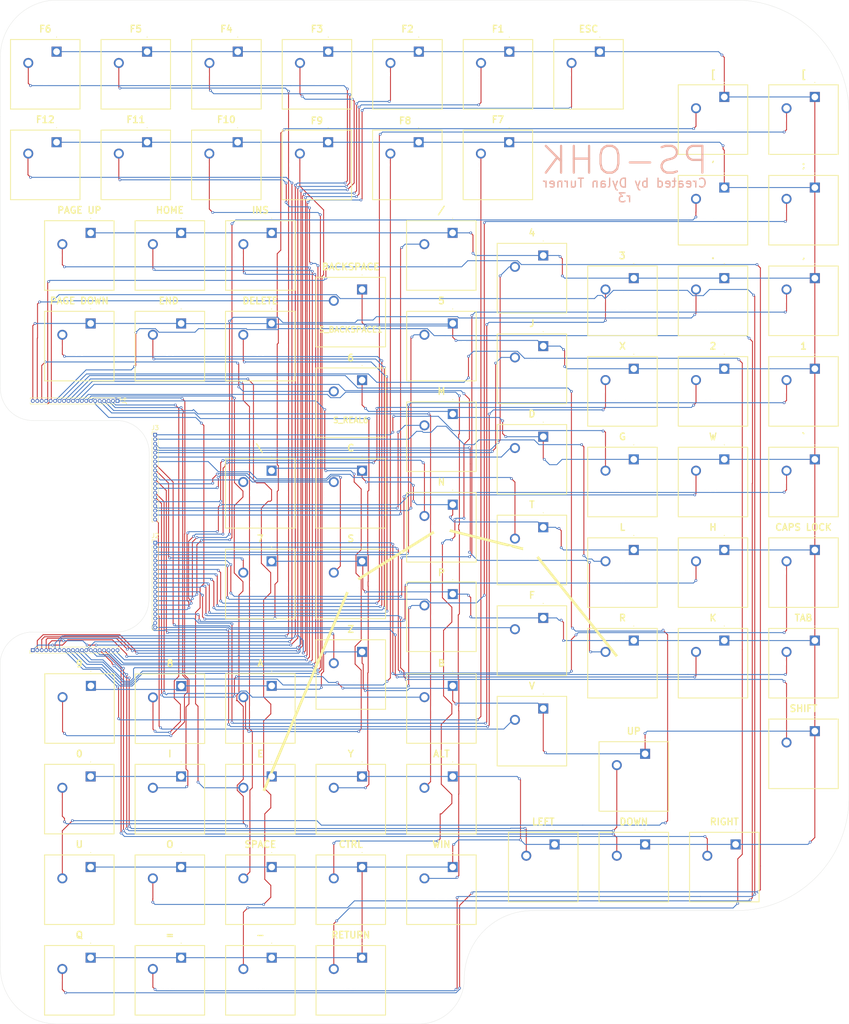
<source format=kicad_pcb>
(kicad_pcb (version 20240108) (generator "pcbnew") (generator_version "8.0")
  (title_block (title "PS-OHK") (date "2024-06-25") (rev "3") (company "Polymath-Studio"))
  (layers (0 "F.Cu" signal) (31 "B.Cu" signal) (34 "B.Paste" user) (35 "F.Paste" user) (36 "B.SilkS" user "B.Silkscreen") (37 "F.SilkS" user "F.Silkscreen") (38 "B.Mask" user) (39 "F.Mask" user) (44 "Edge.Cuts" user))
  (net 0 "")
  (net 1 "GND")
  (net 2 "/KEY_F6")
  (net 3 "/KEY_F4")
  (net 4 "/KEY_F10")
  (net 5 "/KEY_F5")
  (net 6 "/KEY_F12")
  (net 7 "/KEY_F11")
  (net 8 "/KEY_F9")
  (net 9 "/KEY_F3")
  (net 10 "/KEY_F7")
  (net 11 "/KEY_ESC")
  (net 12 "/KEY_F1")
  (net 13 "/KEY_F2")
  (net 14 "/KEY_F8")
  (net 15 "/KEY_REAL_6")
  (net 16 "/KEY_BACKSPACE")
  (net 17 "/KEY_RIGHT")
  (net 18 "/KEY_LEFT")
  (net 19 "/KEY_DOWN")
  (net 20 "/KEY_UP")
  (net 21 "/KEY_PGU")
  (net 22 "/KEY_DEL")
  (net 23 "/KEY_PGD")
  (net 24 "/KEY_INS")
  (net 25 "/KEY_END")
  (net 26 "/KEY_HOM")
  (net 27 "/KEY_COMMA")
  (net 28 "/KEY_TAB")
  (net 29 "/KEY_1")
  (net 30 "/KEY_SHIFT")
  (net 31 "/KEY_CAPS")
  (net 32 "/KEY_GRAVE")
  (net 33 "/KEY_SEMI")
  (net 34 "/KEY_LBK")
  (net 35 "/KEY_PERD")
  (net 36 "/KEY_APOST")
  (net 37 "/KEY_2")
  (net 38 "/KEY_H")
  (net 39 "/KEY_RBK")
  (net 40 "/KEY_W")
  (net 41 "/KEY_K")
  (net 42 "/KEY_3")
  (net 43 "/KEY_X")
  (net 44 "/KEY_R")
  (net 45 "/KEY_G")
  (net 46 "/KEY_L")
  (net 47 "/KEY_J")
  (net 48 "/KEY_T")
  (net 49 "/KEY_D")
  (net 50 "/KEY_F")
  (net 51 "/KEY_4")
  (net 52 "/KEY_V")
  (net 53 "/KEY_5")
  (net 54 "/KEY_N")
  (net 55 "/KEY_M")
  (net 56 "/KEY_B")
  (net 57 "/KEY_P")
  (net 58 "/KEY_6")
  (net 59 "/KEY_S")
  (net 60 "/KEY_BSLASH")
  (net 61 "/KEY_7")
  (net 62 "/KEY_Z")
  (net 63 "/KEY_Q")
  (net 64 "/KEY_U")
  (net 65 "/KEY_DASH")
  (net 66 "/KEY_0")
  (net 67 "/KEY_RET")
  (net 68 "/KEY_8")
  (net 69 "/KEY_9")
  (net 70 "/KEY_SP")
  (net 71 "/KEY_I")
  (net 72 "/KEY_WIN")
  (net 73 "/KEY_ALT")
  (net 74 "/KEY_Y")
  (net 75 "/KEY_A")
  (net 76 "/KEY_E")
  (net 77 "/KEY_EQ")
  (net 78 "/KEY_CTRL")
  (net 79 "/KEY_O")
  (net 80 "/KEY_SLASH")
  (footprint "COM-13834:COM13834" (layer "F.Cu") (at 177.8254 96.52)
    (property "Reference" "S_2" (hide yes))
    (property "Value" "~" (hide yes))
  )
  (footprint "COM-13834:COM13834" (layer "F.Cu") (at 137.1854 91.44)
    (property "Reference" "S_J1" (hide yes))
    (property "Value" "~" (hide yes))
  )
  (footprint "COM-13834:COM13834" (layer "F.Cu") (at 177.8254 35.56)
    (property "Reference" "S_RBK1" (hide yes))
    (property "Value" "~" (hide yes))
  )
  (footprint "COM-13834:COM13834" (layer "F.Cu") (at 55.9054 208.28)
    (property "Reference" "S_O1" (hide yes))
    (property "Value" "~" (hide yes))
  )
  (footprint "COM-13834:COM13834" (layer "F.Cu") (at 116.8654 167.64)
    (property "Reference" "S_B1" (hide yes))
    (property "Value" "~" (hide yes))
  )
  (footprint "COM-13834:COM13834" (layer "F.Cu") (at 109.2454 25.4)
    (property "Reference" "S_F2" (hide yes))
    (property "Value" "~" (hide yes))
  )
  (footprint "COM-13834:COM13834" (layer "F.Cu") (at 35.5854 66.04)
    (property "Reference" "S_PGU1" (hide yes))
    (property "Value" "~" (hide yes))
  )
  (footprint "COM-13834:COM13834" (layer "F.Cu") (at 76.2 119.38)
    (property "Reference" "S_BSLASH1" (hide yes))
    (property "Value" "~" (hide yes))
  )
  (footprint "COM-13834:COM13834" (layer "F.Cu") (at 55.9054 66.04)
    (property "Reference" "S_HOM1" (hide yes))
    (property "Value" "~" (hide yes))
  )
  (footprint "COM-13834:COM13834" (layer "F.Cu") (at 88.9 45.72)
    (property "Reference" "S_F9" (hide yes))
    (property "Value" "~" (hide yes))
  )
  (footprint "COM-13834:COM13834" (layer "F.Cu") (at 137.1854 152.4)
    (property "Reference" "S_F13" (hide yes))
    (property "Value" "~" (hide yes))
  )
  (footprint "COM-13834:COM13834" (layer "F.Cu") (at 177.8254 157.48)
    (property "Reference" "S_K1" (hide yes))
    (property "Value" "~" (hide yes))
  )
  (footprint "COM-13834:COM13834" (layer "F.Cu") (at 27.94 45.72)
    (property "Reference" "S_F12" (hide yes))
    (property "Value" "~" (hide yes))
  )
  (footprint "COM-13834:COM13834" (layer "F.Cu") (at 76.2254 228.6)
    (property "Reference" "S_DASH1" (hide yes))
    (property "Value" "~" (hide yes))
  )
  (footprint "COM-13834:COM13834" (layer "F.Cu") (at 109.22 45.72)
    (property "Reference" "S_F8" (hide yes))
    (property "Value" "~" (hide yes))
  )
  (footprint "COM-13834:COM13834" (layer "F.Cu") (at 35.5854 208.28)
    (property "Reference" "S_U1" (hide yes))
    (property "Value" "~" (hide yes))
  )
  (footprint "COM-13834:COM13834" (layer "F.Cu") (at 177.8254 116.84)
    (property "Reference" "S_W1" (hide yes))
    (property "Value" "~" (hide yes))
  )
  (footprint "COM-13834:COM13834" (layer "F.Cu") (at 157.5054 157.48)
    (property "Reference" "S_R1" (hide yes))
    (property "Value" "~" (hide yes))
  )
  (footprint "COM-13834:COM13834" (layer "F.Cu") (at 55.9054 187.96)
    (property "Reference" "S_I1" (hide yes))
    (property "Value" "~" (hide yes))
  )
  (footprint "COM-13834:COM13834" (layer "F.Cu") (at 76.2 139.7)
    (property "Reference" "S_7" (hide yes))
    (property "Value" "~" (hide yes))
  )
  (footprint "Connector_PinHeader_1.00mm:PinHeader_1x20_P1.00mm_Vertical" (layer "F.Cu") (at 50.0896 135.5336)
    (property "Reference" "J2")
    (property "Value" "Conn_01x20" (hide yes))
  )
  (footprint "COM-13834:COM13834" (layer "F.Cu") (at 177.8254 76.2)
    (property "Reference" "S_PERD1" (hide yes))
    (property "Value" "~" (hide yes))
  )
  (footprint "COM-13834:COM13834" (layer "F.Cu") (at 116.8654 208.28)
    (property "Reference" "S_WIN1" (hide yes))
    (property "Value" "~" (hide yes))
  )
  (footprint "COM-13834:COM13834" (layer "F.Cu") (at 157.5054 96.52)
    (property "Reference" "S_X1" (hide yes))
    (property "Value" "~" (hide yes))
  )
  (footprint "COM-13834:COM13834" (layer "F.Cu") (at 96.52 78.74)
    (property "Reference" "S_BACKSPACE1")
    (property "Value" "~" (hide yes))
  )
  (footprint "COM-13834:COM13834" (layer "F.Cu") (at 137.1854 71.12)
    (property "Reference" "S_4" (hide yes))
    (property "Value" "~" (hide yes))
  )
  (footprint "COM-13834:COM13834" (layer "F.Cu") (at 76.2254 187.96)
    (property "Reference" "S_E1" (hide yes))
    (property "Value" "~" (hide yes))
  )
  (footprint "COM-13834:COM13834" (layer "F.Cu") (at 157.5054 137.16)
    (property "Reference" "S_L1" (hide yes))
    (property "Value" "~" (hide yes))
  )
  (footprint "COM-13834:COM13834" (layer "F.Cu") (at 55.9054 228.6)
    (property "Reference" "S_EQ1" (hide yes))
    (property "Value" "~" (hide yes))
  )
  (footprint "COM-13834:COM13834" (layer "F.Cu") (at 96.52 139.7)
    (property "Reference" "S_S1" (hide yes))
    (property "Value" "~" (hide yes))
  )
  (footprint "COM-13834:COM13834" (layer "F.Cu") (at 116.8654 147.066)
    (property "Reference" "S_P1" (hide yes))
    (property "Value" "~" (hide yes))
  )
  (footprint "COM-13834:COM13834" (layer "F.Cu") (at 96.52 187.96)
    (property "Reference" "S_Y1" (hide yes))
    (property "Value" "~" (hide yes))
  )
  (footprint "COM-13834:COM13834" (layer "F.Cu") (at 96.52 160.02)
    (property "Reference" "S_Z1" (hide yes))
    (property "Value" "~" (hide yes))
  )
  (footprint "COM-13834:COM13834" (layer "F.Cu") (at 160.0454 203.2)
    (property "Reference" "S_DOWN1" (hide yes))
    (property "Value" "~" (hide yes))
  )
  (footprint "COM-13834:COM13834" (layer "F.Cu") (at 116.84 66.04)
    (property "Reference" "S_SLASH1" (hide yes))
    (property "Value" "~" (hide yes))
  )
  (footprint "COM-13834:COM13834" (layer "F.Cu") (at 129.54 45.72)
    (property "Reference" "S_F7" (hide yes))
    (property "Value" "~" (hide yes))
  )
  (footprint "COM-13834:COM13834" (layer "F.Cu") (at 116.8654 86.36)
    (property "Reference" "S_5" (hide yes))
    (property "Value" "~" (hide yes))
  )
  (footprint "COM-13834:COM13834" (layer "F.Cu") (at 96.52 208.28)
    (property "Reference" "S_CTRL1" (hide yes))
    (property "Value" "~" (hide yes))
  )
  (footprint "COM-13834:COM13834" (layer "F.Cu") (at 137.1854 132.08)
    (property "Reference" "S_T1" (hide yes))
    (property "Value" "~" (hide yes))
  )
  (footprint "COM-13834:COM13834" (layer "F.Cu") (at 198.1454 76.2)
    (property "Reference" "S_COMMA1" (hide yes))
    (property "Value" "~" (hide yes))
  )
  (footprint "Connector_PinHeader_1.00mm:PinHeader_1x20_P1.00mm_Vertical" (layer "F.Cu") (at 22.606 159.639 90)
    (property "Reference" "J1" (hide yes))
    (property "Value" "Conn_01x20" (hide yes))
  )
  (footprint "COM-13834:COM13834" (layer "F.Cu") (at 157.5054 116.84)
    (property "Reference" "S_G1" (hide yes))
    (property "Value" "~" (hide yes))
  )
  (footprint "COM-13834:COM13834" (layer "F.Cu") (at 68.58 45.72)
    (property "Reference" "S_F10" (hide yes))
    (property "Value" "~" (hide yes))
  )
  (footprint "COM-13834:COM13834" (layer "F.Cu") (at 96.52 99.06)
    (property "Reference" "S_REAL6")
    (property "Value" "~" (hide yes))
  )
  (footprint "COM-13834:COM13834" (layer "F.Cu") (at 198.1454 157.48)
    (property "Reference" "S_TAB1" (hide yes))
    (property "Value" "~" (hide yes))
  )
  (footprint "COM-13834:COM13834" (layer "F.Cu") (at 198.1454 177.8)
    (property "Reference" "S_SHIFT1" (hide yes))
    (property "Value" "~" (hide yes))
  )
  (footprint "COM-13834:COM13834" (layer "F.Cu") (at 55.9054 86.36)
    (property "Reference" "S_END1" (hide yes))
    (property "Value" "~" (hide yes))
  )
  (footprint "COM-13834:COM13834" (layer "F.Cu") (at 198.1454 55.88)
    (property "Reference" "S_SEMI1" (hide yes))
    (property "Value" "~" (hide yes))
  )
  (footprint "COM-13834:COM13834" (layer "F.Cu") (at 55.9308 167.6908)
    (property "Reference" "S_8" (hide yes))
    (property "Value" "~" (hide yes))
  )
  (footprint "COM-13834:COM13834" (layer "F.Cu") (at 27.94 25.4)
    (property "Reference" "S_F6" (hide yes))
    (property "Value" "~" (hide yes))
  )
  (footprint "COM-13834:COM13834" (layer "F.Cu") (at 96.52 119.38)
    (property "Reference" "S_6" (hide yes))
    (property "Value" "~" (hide yes))
  )
  (footprint "COM-13834:COM13834" (layer "F.Cu") (at 35.5854 187.96)
    (property "Reference" "S_10" (hide yes))
    (property "Value" "~" (hide yes))
  )
  (footprint "COM-13834:COM13834" (layer "F.Cu") (at 198.1454 137.16)
    (property "Reference" "S_CAPS1" (hide yes))
    (property "Value" "~" (hide yes))
  )
  (footprint "COM-13834:COM13834" (layer "F.Cu") (at 180.3654 203.2)
    (property "Reference" "S_RIGHT1" (hide yes))
    (property "Value" "~" (hide yes))
  )
  (footprint "COM-13834:COM13834" (layer "F.Cu") (at 160.0454 182.88)
    (property "Reference" "S_UP1" (hide yes))
    (property "Value" "~" (hide yes))
  )
  (footprint "COM-13834:COM13834" (layer "F.Cu") (at 35.5854 86.36)
    (property "Reference" "S_PGD1" (hide yes))
    (property "Value" "~" (hide yes))
  )
  (footprint "COM-13834:COM13834" (layer "F.Cu") (at 35.5854 228.6)
    (property "Reference" "S_Q1" (hide yes))
    (property "Value" "~" (hide yes))
  )
  (footprint "COM-13834:COM13834" (layer "F.Cu") (at 48.26 45.72)
    (property "Reference" "S_F11" (hide yes))
    (property "Value" "~" (hide yes))
  )
  (footprint "COM-13834:COM13834" (layer "F.Cu") (at 88.9254 25.4)
    (property "Reference" "S_F3" (hide yes))
    (property "Value" "~" (hide yes))
  )
  (footprint "COM-13834:COM13834" (layer "F.Cu") (at 116.8654 127)
    (property "Reference" "S_N1" (hide yes))
    (property "Value" "~" (hide yes))
  )
  (footprint "COM-13834:COM13834" (layer "F.Cu") (at 76.2254 66.04)
    (property "Reference" "S_INS1" (hide yes))
    (property "Value" "~" (hide yes))
  )
  (footprint "COM-13834:COM13834" (layer "F.Cu") (at 68.6054 25.4)
    (property "Reference" "S_F4" (hide yes))
    (property "Value" "~" (hide yes))
  )
  (footprint "COM-13834:COM13834" (layer "F.Cu") (at 76.2254 208.28)
    (property "Reference" "S_SP1" (hide yes))
    (property "Value" "~" (hide yes))
  )
  (footprint "COM-13834:COM13834" (layer "F.Cu") (at 116.8654 187.96)
    (property "Reference" "S_ALT1" (hide yes))
    (property "Value" "~" (hide yes))
  )
  (footprint "Connector_PinHeader_1.00mm:PinHeader_1x20_P1.00mm_Vertical" (layer "F.Cu") (at 41.606 103.7336 -90)
    (property "Reference" "J4")
    (property "Value" "Conn_01x20" (hide yes))
  )
  (footprint "COM-13834:COM13834" (layer "F.Cu") (at 139.7254 203.2)
    (property "Reference" "S_LEFT1" (hide yes))
    (property "Value" "~" (hide yes))
  )
  (footprint "COM-13834:COM13834" (layer "F.Cu") (at 76.2 86.36)
    (property "Reference" "S_DEL1" (hide yes))
    (property "Value" "~" (hide yes))
  )
  (footprint "Connector_PinHeader_1.00mm:PinHeader_1x20_P1.00mm_Vertical" (layer "F.Cu") (at 50.0642 111.3282)
    (property "Reference" "J3")
    (property "Value" "Conn_01x20" (hide yes))
  )
  (footprint "COM-13834:COM13834" (layer "F.Cu") (at 198.1454 96.52)
    (property "Reference" "S_1" (hide yes))
    (property "Value" "~" (hide yes))
  )
  (footprint "COM-13834:COM13834" (layer "F.Cu") (at 96.52 228.6)
    (property "Reference" "S_RET1" (hide yes))
    (property "Value" "~" (hide yes))
  )
  (footprint "COM-13834:COM13834" (layer "F.Cu") (at 198.1454 116.84)
    (property "Reference" "S_GRAVE1" (hide yes))
    (property "Value" "~" (hide yes))
  )
  (footprint "COM-13834:COM13834" (layer "F.Cu") (at 137.1854 111.76)
    (property "Reference" "S_D1" (hide yes))
    (property "Value" "~" (hide yes))
  )
  (footprint "COM-13834:COM13834" (layer "F.Cu") (at 149.8854 25.4)
    (property "Reference" "S_ESC1" (hide yes))
    (property "Value" "~" (hide yes))
  )
  (footprint "COM-13834:COM13834" (layer "F.Cu") (at 76.2254 167.64)
    (property "Reference" "S_A1" (hide yes))
    (property "Value" "~" (hide yes))
  )
  (footprint "COM-13834:COM13834" (layer "F.Cu") (at 116.8654 106.68)
    (property "Reference" "S_M1" (hide yes))
    (property "Value" "~" (hide yes))
  )
  (footprint "COM-13834:COM13834" (layer "F.Cu") (at 157.5054 76.2)
    (property "Reference" "S_3" (hide yes))
    (property "Value" "~" (hide yes))
  )
  (footprint "COM-13834:COM13834" (layer "F.Cu") (at 177.8254 137.16)
    (property "Reference" "S_H1" (hide yes))
    (property "Value" "~" (hide yes))
  )
  (footprint "COM-13834:COM13834" (layer "F.Cu") (at 198.1454 35.56)
    (property "Reference" "S_LBK1" (hide yes))
    (property "Value" "~" (hide yes))
  )
  (footprint "COM-13834:COM13834" (layer "F.Cu") (at 48.26 25.4)
    (property "Reference" "S_F5" (hide yes))
    (property "Value" "~" (hide yes))
  )
  (footprint "COM-13834:COM13834" (layer "F.Cu") (at 137.1854 172.72)
    (property "Reference" "S_V1" (hide yes))
    (property "Value" "~" (hide yes))
  )
  (footprint "COM-13834:COM13834" (layer "F.Cu") (at 129.5654 25.4)
    (property "Reference" "S_F1" (hide yes))
    (property "Value" "~" (hide yes))
  )
  (footprint "COM-13834:COM13834" (layer "F.Cu") (at 35.6362 167.64)
    (property "Reference" "S_9" (hide yes))
    (property "Value" "~" (hide yes))
  )
  (footprint "COM-13834:COM13834" (layer "F.Cu") (at 177.8254 55.88)
    (property "Reference" "S_APOST1" (hide yes))
    (property "Value" "~" (hide yes))
  )
  (gr_line (start 94.0054 144.78) (end 73.6854 193.04) (stroke (width 0.6)) (layer "F.SilkS"))
  (gr_line (start 154.9654 162.56) (end 134.6454 137.16) (stroke (width 0.6)) (layer "F.SilkS"))
  (gr_line (start 114.3254 132.08) (end 94.0054 144.78) (stroke (width 0.6)) (layer "F.SilkS"))
  (gr_line (start 134.6454 137.414) (end 114.3254 132.334) (stroke (width 0.6)) (layer "F.SilkS"))
  (gr_line (start 48.7426 115.4176) (end 48.6664 148.2852) (stroke (width 0.05)) (layer "Edge.Cuts"))
  (gr_arc (start 28.0162 243.459) (mid 19.035944 239.739256) (end 15.3162 230.759) (stroke (width 0.05)) (layer "Edge.Cuts"))
  (gr_arc (start 119.4562 233.299) (mid 123.919893 222.522693) (end 134.6962 218.059) (stroke (width 0.05)) (layer "Edge.Cuts"))
  (gr_line (start 41.3766 155.575) (end 22.5552 155.575) (stroke (width 0.05)) (layer "Edge.Cuts"))
  (gr_arc (start 15.3162 26.543) (mid 19.035944 17.562744) (end 28.0162 13.843) (stroke (width 0.05)) (layer "Edge.Cuts"))
  (gr_line (start 15.3162 40.005) (end 15.3162 26.543) (stroke (width 0.05)) (layer "Edge.Cuts"))
  (gr_arc (start 180.4162 13.843) (mid 198.376712 21.282488) (end 205.8162 39.243) (stroke (width 0.05)) (layer "Edge.Cuts"))
  (gr_arc (start 22.606 108.1278) (mid 17.451333 105.992667) (end 15.3162 100.838) (stroke (width 0.05)) (layer "Edge.Cuts"))
  (gr_line (start 28.0162 13.843) (end 180.4162 13.843) (stroke (width 0.05)) (layer "Edge.Cuts"))
  (gr_arc (start 205.8162 192.659) (mid 198.376712 210.619512) (end 180.4162 218.059) (stroke (width 0.05)) (layer "Edge.Cuts"))
  (gr_arc (start 48.6664 148.2852) (mid 46.531267 153.439867) (end 41.3766 155.575) (stroke (width 0.05)) (layer "Edge.Cuts"))
  (gr_line (start 205.8162 39.243) (end 205.8162 192.659) (stroke (width 0.05)) (layer "Edge.Cuts"))
  (gr_line (start 15.3162 40.005) (end 15.3162 100.838) (stroke (width 0.05)) (layer "Edge.Cuts"))
  (gr_arc (start 15.2654 162.8648) (mid 17.400533 157.710133) (end 22.5552 155.575) (stroke (width 0.05)) (layer "Edge.Cuts"))
  (gr_line (start 109.2962 243.459) (end 28.0162 243.459) (stroke (width 0.05)) (layer "Edge.Cuts"))
  (gr_line (start 15.3162 230.759) (end 15.2654 162.8648) (stroke (width 0.05)) (layer "Edge.Cuts"))
  (gr_line (start 22.606 108.1278) (end 41.4528 108.1278) (stroke (width 0.05)) (layer "Edge.Cuts"))
  (gr_line (start 134.6962 218.059) (end 180.4162 218.059) (stroke (width 0.05)) (layer "Edge.Cuts"))
  (gr_arc (start 119.4562 233.299) (mid 116.480405 240.483205) (end 109.2962 243.459) (stroke (width 0.05)) (layer "Edge.Cuts"))
  (gr_arc (start 41.4528 108.1278) (mid 46.607467 110.262933) (end 48.7426 115.4176) (stroke (width 0.05)) (layer "Edge.Cuts"))
  (gr_text "PS-OHK" (at 155.4734 49.784 -0) (layer "B.SilkS") (effects (font (size 6 6) (thickness 0.5)) (justify mirror)))
  (gr_text "Created by Dylan Turner" (at 155.4734 54.864 -0) (layer "B.SilkS") (effects (font (size 2 2) (thickness 0.3)) (justify mirror)))
  (gr_text "r3" (at 155.4734 58.166 0) (layer "B.SilkS") (effects (font (size 2 2) (thickness 0.3)) (justify mirror)))
  (gr_text "9" (at 33.02 162.687 0) (layer "F.SilkS") (effects (font (size 1.5 1.5) (thickness 0.3) (bold yes))))
  (gr_text "WIN" (at 114.3254 203.2 0) (layer "F.SilkS") (effects (font (size 1.5 1.5) (thickness 0.3) (bold yes))))
  (gr_text "Q" (at 33.0454 223.52 0) (layer "F.SilkS") (effects (font (size 1.5 1.5) (thickness 0.3) (bold yes))))
  (gr_text "W" (at 175.2854 111.76 0) (layer "F.SilkS") (effects (font (size 1.5 1.5) (thickness 0.3) (bold yes))))
  (gr_text "DELETE" (at 73.66 81.28 0) (layer "F.SilkS") (effects (font (size 1.5 1.5) (thickness 0.3) (bold yes))))
  (gr_text "R" (at 154.9654 152.4 0) (layer "F.SilkS") (effects (font (size 1.5 1.5) (thickness 0.3) (bold yes))))
  (gr_text "TAB" (at 195.6054 152.4 0) (layer "F.SilkS") (effects (font (size 1.5 1.5) (thickness 0.3) (bold yes))))
  (gr_text "T" (at 134.6454 127 0) (layer "F.SilkS") (effects (font (size 1.5 1.5) (thickness 0.3) (bold yes))))
  (gr_text "1" (at 195.6054 91.44 0) (layer "F.SilkS") (effects (font (size 1.5 1.5) (thickness 0.3) (bold yes))))
  (gr_text "3" (at 154.9146 71.1708 0) (layer "F.SilkS") (effects (font (size 1.5 1.5) (thickness 0.3) (bold yes))))
  (gr_text "F7" (at 127 40.64 0) (layer "F.SilkS") (effects (font (size 1.5 1.5) (thickness 0.3) (bold yes))))
  (gr_text "F9" (at 86.36 40.894 0) (layer "F.SilkS") (effects (font (size 1.5 1.5) (thickness 0.3) (bold yes))))
  (gr_text "U" (at 33.0454 203.2 0) (layer "F.SilkS") (effects (font (size 1.5 1.5) (thickness 0.3) (bold yes))))
  (gr_text "O" (at 53.3654 203.2 0) (layer "F.SilkS") (effects (font (size 1.5 1.5) (thickness 0.3) (bold yes))))
  (gr_text "5" (at 114.3254 81.28 0) (layer "F.SilkS") (effects (font (size 1.5 1.5) (thickness 0.3) (bold yes))))
  (gr_text "X" (at 154.9654 91.44 0) (layer "F.SilkS") (effects (font (size 1.5 1.5) (thickness 0.3) (bold yes))))
  (gr_text "6" (at 93.9546 94.0816 0) (layer "F.SilkS") (effects (font (size 1.5 1.5) (thickness 0.3) (bold yes))))
  (gr_text "INS" (at 73.6854 60.96 0) (layer "F.SilkS") (effects (font (size 1.5 1.5) (thickness 0.3) (bold yes))))
  (gr_text "SPACE" (at 73.6854 203.2 0) (layer "F.SilkS") (effects (font (size 1.5 1.5) (thickness 0.3) (bold yes))))
  (gr_text "M" (at 114.3254 101.6 0) (layer "F.SilkS") (effects (font (size 1.5 1.5) (thickness 0.3) (bold yes))))
  (gr_text "[" (at 195.6054 30.48 0) (layer "F.SilkS") (effects (font (size 1.5 1.5) (thickness 0.3) (bold yes))))
  (gr_text "Z" (at 93.98 154.94 0) (layer "F.SilkS") (effects (font (size 1.5 1.5) (thickness 0.3) (bold yes))))
  (gr_text "B" (at 114.3254 162.56 0) (layer "F.SilkS") (effects (font (size 1.5 1.5) (thickness 0.3) (bold yes))))
  (gr_text "." (at 175.2854 71.12 0) (layer "F.SilkS") (effects (font (size 1.5 1.5) (thickness 0.3) (bold yes))))
  (gr_text "ALT" (at 114.3254 182.88 0) (layer "F.SilkS") (effects (font (size 1.5 1.5) (thickness 0.3) (bold yes))))
  (gr_text "F2" (at 106.7054 20.32 0) (layer "F.SilkS") (effects (font (size 1.5 1.5) (thickness 0.3) (bold yes))))
  (gr_text "I" (at 53.3654 182.88 0) (layer "F.SilkS") (effects (font (size 1.5 1.5) (thickness 0.3) (bold yes))))
  (gr_text "\\" (at 73.4568 114.3 0) (layer "F.SilkS") (effects (font (size 1.5 1.5) (thickness 0.3) (bold yes))))
  (gr_text "4" (at 134.6454 66.04 0) (layer "F.SilkS") (effects (font (size 1.5 1.5) (thickness 0.3) (bold yes))))
  (gr_text "F10" (at 66.04 40.64 0) (layer "F.SilkS") (effects (font (size 1.5 1.5) (thickness 0.3) (bold yes))))
  (gr_text "V" (at 134.6454 167.64 0) (layer "F.SilkS") (effects (font (size 1.5 1.5) (thickness 0.3) (bold yes))))
  (gr_text "A" (at 73.6854 162.56 0) (layer "F.SilkS") (effects (font (size 1.5 1.5) (thickness 0.3) (bold yes))))
  (gr_text "N" (at 114.3254 121.92 0) (layer "F.SilkS") (effects (font (size 1.5 1.5) (thickness 0.3) (bold yes))))
  (gr_text "C" (at 93.98 114.3 0) (layer "F.SilkS") (effects (font (size 1.5 1.5) (thickness 0.3) (bold yes))))
  (gr_text "K" (at 175.2854 152.4 0) (layer "F.SilkS") (effects (font (size 1.5 1.5) (thickness 0.3) (bold yes))))
  (gr_text "'" (at 175.2854 50.8 0) (layer "F.SilkS") (effects (font (size 1.5 1.5) (thickness 0.3) (bold yes))))
  (gr_text "LEFT" (at 137.1854 198.12 0) (layer "F.SilkS") (effects (font (size 1.5 1.5) (thickness 0.3) (bold yes))))
  (gr_text "P" (at 114.3254 142.24 0) (layer "F.SilkS") (effects (font (size 1.5 1.5) (thickness 0.3) (bold yes))))
  (gr_text "F3" (at 86.3854 20.32 0) (layer "F.SilkS") (effects (font (size 1.5 1.5) (thickness 0.3) (bold yes))))
  (gr_text "F6" (at 25.4 20.32 0) (layer "F.SilkS") (effects (font (size 1.5 1.5) (thickness 0.3) (bold yes))))
  (gr_text "2" (at 175.2854 91.44 0) (layer "F.SilkS") (effects (font (size 1.5 1.5) (thickness 0.3) (bold yes))))
  (gr_text "DOWN" (at 157.5054 198.12 0) (layer "F.SilkS") (effects (font (size 1.5 1.5) (thickness 0.3) (bold yes))))
  (gr_text "L" (at 154.9654 132.08 0) (layer "F.SilkS") (effects (font (size 1.5 1.5) (thickness 0.3) (bold yes))))
  (gr_text "G" (at 154.9654 111.76 0) (layer "F.SilkS") (effects (font (size 1.5 1.5) (thickness 0.3) (bold yes))))
  (gr_text "S" (at 93.98 134.62 0) (layer "F.SilkS") (effects (font (size 1.5 1.5) (thickness 0.3) (bold yes))))
  (gr_text "F" (at 134.6454 147.32 0) (layer "F.SilkS") (effects (font (size 1.5 1.5) (thickness 0.3) (bold yes))))
  (gr_text "H" (at 175.2854 132.08 0) (layer "F.SilkS") (effects (font (size 1.5 1.5) (thickness 0.3) (bold yes))))
  (gr_text "BACKSPACE" (at 93.98 73.66 0) (layer "F.SilkS") (effects (font (size 1.5 1.5) (thickness 0.3) (bold yes))))
  (gr_text "ESC" (at 147.3454 20.32 0) (layer "F.SilkS") (effects (font (size 1.5 1.5) (thickness 0.3) (bold yes))))
  (gr_text "=" (at 53.3654 223.52 0) (layer "F.SilkS") (effects (font (size 1.5 1.5) (thickness 0.3) (bold yes))))
  (gr_text "PAGE DOWN" (at 33.0454 81.28 0) (layer "F.SilkS") (effects (font (size 1.5 1.5) (thickness 0.3) (bold yes))))
  (gr_text "F4" (at 66.0654 20.32 0) (layer "F.SilkS") (effects (font (size 1.5 1.5) (thickness 0.3) (bold yes))))
  (gr_text "[" (at 175.2854 30.48 0) (layer "F.SilkS") (effects (font (size 1.5 1.5) (thickness 0.3) (bold yes))))
  (gr_text "F8" (at 106.172 40.894 0) (layer "F.SilkS") (effects (font (size 1.5 1.5) (thickness 0.3) (bold yes))))
  (gr_text "," (at 195.6054 71.12 0) (layer "F.SilkS") (effects (font (size 1.5 1.5) (thickness 0.3) (bold yes))))
  (gr_text "0" (at 33.0454 182.88 0) (layer "F.SilkS") (effects (font (size 1.5 1.5) (thickness 0.3) (bold yes))))
  (gr_text "D" (at 134.6454 106.68 0) (layer "F.SilkS") (effects (font (size 1.5 1.5) (thickness 0.3) (bold yes))))
  (gr_text "CTRL" (at 93.98 203.2 0) (layer "F.SilkS") (effects (font (size 1.5 1.5) (thickness 0.3) (bold yes))))
  (gr_text "8" (at 53.4162 162.6108 0) (layer "F.SilkS") (effects (font (size 1.5 1.5) (thickness 0.3) (bold yes))))
  (gr_text "Y" (at 93.98 182.88 0) (layer "F.SilkS") (effects (font (size 1.5 1.5) (thickness 0.3) (bold yes))))
  (gr_text "SHIFT" (at 195.6054 172.72 0) (layer "F.SilkS") (effects (font (size 1.5 1.5) (thickness 0.3) (bold yes))))
  (gr_text "HOME" (at 53.3654 60.96 0) (layer "F.SilkS") (effects (font (size 1.5 1.5) (thickness 0.3) (bold yes))))
  (gr_text "E" (at 73.6854 182.88 0) (layer "F.SilkS") (effects (font (size 1.5 1.5) (thickness 0.3) (bold yes))))
  (gr_text "RETURN" (at 93.98 223.52 0) (layer "F.SilkS") (effects (font (size 1.5 1.5) (thickness 0.3) (bold yes))))
  (gr_text "UP" (at 157.5054 177.8 0) (layer "F.SilkS") (effects (font (size 1.5 1.5) (thickness 0.3) (bold yes))))
  (gr_text "/" (at 114.3 60.96 0) (layer "F.SilkS") (effects (font (size 1.5 1.5) (thickness 0.3) (bold yes))))
  (gr_text "RIGHT" (at 177.8254 198.12 0) (layer "F.SilkS") (effects (font (size 1.5 1.5) (thickness 0.3) (bold yes))))
  (gr_text "7" (at 73.66 134.62 0) (layer "F.SilkS") (effects (font (size 1.5 1.5) (thickness 0.3) (bold yes))))
  (gr_text "CAPS LOCK" (at 195.6054 132.08 0) (layer "F.SilkS") (effects (font (size 1.5 1.5) (thickness 0.3) (bold yes))))
  (gr_text "F5" (at 45.72 20.32 0) (layer "F.SilkS") (effects (font (size 1.5 1.5) (thickness 0.3) (bold yes))))
  (gr_text "F12" (at 25.4 40.64 0) (layer "F.SilkS") (effects (font (size 1.5 1.5) (thickness 0.3) (bold yes))))
  (gr_text "J" (at 134.6454 86.36 0) (layer "F.SilkS") (effects (font (size 1.5 1.5) (thickness 0.3) (bold yes))))
  (gr_text "PAGE UP" (at 33.0454 60.96 0) (layer "F.SilkS") (effects (font (size 1.5 1.5) (thickness 0.3) (bold yes))))
  (gr_text "F11" (at 45.72 40.64 0) (layer "F.SilkS") (effects (font (size 1.5 1.5) (thickness 0.3) (bold yes))))
  (gr_text "`" (at 195.6054 111.76 0) (layer "F.SilkS") (effects (font (size 1.5 1.5) (thickness 0.3) (bold yes))))
  (gr_text ";" (at 195.6054 50.8 0) (layer "F.SilkS") (effects (font (size 1.5 1.5) (thickness 0.3) (bold yes))))
  (gr_text "END" (at 53.1114 81.28 0) (layer "F.SilkS") (effects (font (size 1.5 1.5) (thickness 0.3) (bold yes))))
  (gr_text "F1" (at 127.0254 20.32 0) (layer "F.SilkS") (effects (font (size 1.5 1.5) (thickness 0.3) (bold yes))))
  (gr_text "-" (at 73.6854 223.52 0) (layer "F.SilkS") (effects (font (size 1.5 1.5) (thickness 0.3) (bold yes))))
  (segment (start 88.138 160.274) (end 87.884 160.528) (width 0.2) (layer "F.Cu") (net 1))
  (segment (start 117.602 171.704) (end 116.8654 170.9674) (width 0.2) (layer "F.Cu") (net 1))
  (segment (start 137.1854 182.1434) (end 137.1854 172.72) (width 0.2) (layer "F.Cu") (net 1))
  (segment (start 160.0454 178.3334) (end 160.0454 182.88) (width 0.2) (layer "F.Cu") (net 1))
  (segment (start 132.08 202.184) (end 132.08 188.722) (width 0.2) (layer "F.Cu") (net 1))
  (segment (start 177.546 47.244) (end 177.8254 47.5234) (width 0.2) (layer "F.Cu") (net 1))
  (segment (start 198.1454 96.52) (end 198.1454 116.84) (width 0.2) (layer "F.Cu") (net 1))
  (segment (start 96.774 168.232) (end 96.774 162.814) (width 0.2) (layer "F.Cu") (net 1))
  (segment (start 141.478 71.882) (end 140.97 71.374) (width 0.2) (layer "F.Cu") (net 1))
  (segment (start 116.8654 170.9674) (end 116.8654 167.64) (width 0.2) (layer "F.Cu") (net 1))
  (segment (start 96.52 86.148) (end 96.52 78.74) (width 0.2) (layer "F.Cu") (net 1))
  (segment (start 108.034 126.238) (end 108.034 122.682) (width 0.2) (layer "F.Cu") (net 1))
  (segment (start 198.1454 157.48) (end 198.1454 177.8) (width 0.2) (layer "F.Cu") (net 1))
  (segment (start 116.332 129.794) (end 116.8654 129.2606) (width 0.2) (layer "F.Cu") (net 1))
  (segment (start 97.24 168.698) (end 96.774 168.232) (width 0.2) (layer "F.Cu") (net 1))
  (segment (start 177.8254 26.6954) (end 177.8254 35.56) (width 0.2) (layer "F.Cu") (net 1))
  (segment (start 177.546 46.482) (end 177.546 47.244) (width 0.2) (layer "F.Cu") (net 1))
  (segment (start 120.904 147.828) (end 120.396 147.32) (width 0.2) (layer "F.Cu") (net 1))
  (segment (start 97.282 86.91) (end 96.52 86.148) (width 0.2) (layer "F.Cu") (net 1))
  (segment (start 198.1454 137.16) (end 198.1454 157.48) (width 0.2) (layer "F.Cu") (net 1))
  (segment (start 96.52 208.28) (end 96.52 228.6) (width 0.2) (layer "F.Cu") (net 1))
  (segment (start 116.8654 89.4334) (end 116.8654 86.36) (width 0.2) (layer "F.Cu") (net 1))
  (segment (start 87.884 164.417671) (end 87.376 164.925671) (width 0.2) (layer "F.Cu") (net 1))
  (segment (start 22.606 103.7336) (end 22.606 86.868) (width 0.2) (layer "F.Cu") (net 1))
  (segment (start 87.376 164.925671) (end 87.376 167.9939) (width 0.2) (layer "F.Cu") (net 1))
  (segment (start 198.1454 76.2) (end 198.1454 96.52) (width 0.2) (layer "F.Cu") (net 1))
  (segment (start 141.986 92.456) (end 141.732 92.202) (width 0.2) (layer "F.Cu") (net 1))
  (segment (start 198.1454 55.88) (end 198.1454 76.2) (width 0.2) (layer "F.Cu") (net 1))
  (segment (start 198.1454 201.6506) (end 197.104 202.692) (width 0.2) (layer "F.Cu") (net 1))
  (segment (start 128.778 111.76) (end 128.058 111.04) (width 0.2) (layer "F.Cu") (net 1))
  (segment (start 117.602 90.17) (end 116.8654 89.4334) (width 0.2) (layer "F.Cu") (net 1))
  (segment (start 141.224 136.652) (end 141.224 132.842) (width 0.2) (layer "F.Cu") (net 1))
  (segment (start 160.02 178.308) (end 160.0454 178.3334) (width 0.2) (layer "F.Cu") (net 1))
  (segment (start 97.494 121.92) (end 96.52 120.946) (width 0.2) (layer "F.Cu") (net 1))
  (segment (start 121.412 66.548) (end 120.904 66.04) (width 0.2) (layer "F.Cu") (net 1))
  (segment (start 198.1454 35.56) (end 198.1454 55.88) (width 0.2) (layer "F.Cu") (net 1))
  (segment (start 96.52 120.946) (end 96.52 119.38) (width 0.2) (layer "F.Cu") (net 1))
  (segment (start 141.224 132.842) (end 140.716 132.334) (width 0.2) (layer "F.Cu") (net 1))
  (segment (start 96.774 162.814) (end 96.52 162.56) (width 0.2) (layer "F.Cu") (net 1))
  (segment (start 132.08 188.722) (end 131.826 188.468) (width 0.2) (layer "F.Cu") (net 1))
  (segment (start 198.1454 177.8) (end 198.1454 201.6506) (width 0.2) (layer "F.Cu") (net 1))
  (segment (start 141.986 96.012) (end 141.986 92.456) (width 0.2) (layer "F.Cu") (net 1))
  (segment (start 141.732 153.416) (end 141.224 152.908) (width 0.2) (layer "F.Cu") (net 1))
  (segment (start 137.668 182.626) (end 137.1854 182.1434) (width 0.2) (layer "F.Cu") (net 1))
  (segment (start 22.606 86.868) (end 23.114 86.36) (width 0.2) (layer "F.Cu") (net 1))
  (segment (start 141.732 157.48) (end 141.732 153.416) (width 0.2) (layer "F.Cu") (net 1))
  (segment (start 87.884 160.528) (end 87.884 164.417671) (width 0.2) (layer "F.Cu") (net 1))
  (segment (start 177.292 26.162) (end 177.8254 26.6954) (width 0.2) (layer "F.Cu") (net 1))
  (segment (start 198.1454 116.84) (end 198.1454 137.16) (width 0.2) (layer "F.Cu") (net 1))
  (segment (start 96.678 139.858) (end 96.52 139.7) (width 0.2) (layer "F.Cu") (net 1))
  (segment (start 177.8254 47.5234) (end 177.8254 55.88) (width 0.2) (layer "F.Cu") (net 1))
  (segment (start 141.478 75.692) (end 141.478 71.882) (width 0.2) (layer "F.Cu") (net 1))
  (segment (start 121.412 70.612) (end 121.412 66.548) (width 0.2) (layer "F.Cu") (net 1))
  (segment (start 116.8654 203.4286) (end 116.8654 208.28) (width 0.2) (layer "F.Cu") (net 1))
  (segment (start 120.904 152.146) (end 120.904 147.828) (width 0.2) (layer "F.Cu") (net 1))
  (segment (start 117.094 203.2) (end 116.8654 203.4286) (width 0.2) (layer "F.Cu") (net 1))
  (segment (start 116.8654 129.2606) (end 116.8654 127) (width 0.2) (layer "F.Cu") (net 1))
  (segment (start 96.52 162.56) (end 96.52 160.02) (width 0.2) (layer "F.Cu") (net 1))
  (segment (start 128.058 111.04) (end 128.058 108.204) (width 0.2) (layer "F.Cu") (net 1))
  (segment (start 137.414 116.84) (end 137.1854 116.6114) (width 0.2) (layer "F.Cu") (net 1))
  (segment (start 96.52 104.648) (end 96.52 99.06) (width 0.2) (layer "F.Cu") (net 1))
  (segment (start 97.282 105.41) (end 96.52 104.648) (width 0.2) (layer "F.Cu") (net 1))
  (segment (start 96.678 145.954) (end 96.678 139.858) (width 0.2) (layer "F.Cu") (net 1))
  (segment (start 137.1854 116.6114) (end 137.1854 111.76) (width 0.2) (layer "F.Cu") (net 1))
  (segment (start 97.282 146.558) (end 96.678 145.954) (width 0.2) (layer "F.Cu") (net 1))
  (via (at 117.602 90.17) (size 0.6) (drill 0.3) (layers "F.Cu" "B.Cu") (net 1))
  (via (at 141.986 96.012) (size 0.6) (drill 0.3) (layers "F.Cu" "B.Cu") (net 1))
  (via (at 141.224 136.652) (size 0.6) (drill 0.3) (layers "F.Cu" "B.Cu") (net 1))
  (via (at 137.668 182.626) (size 0.6) (drill 0.3) (layers "F.Cu" "B.Cu") (net 1))
  (via (at 120.396 147.32) (size 0.6) (drill 0.3) (layers "F.Cu" "B.Cu") (net 1))
  (via (at 141.732 92.202) (size 0.6) (drill 0.3) (layers "F.Cu" "B.Cu") (net 1))
  (via (at 97.282 105.41) (size 0.6) (drill 0.3) (layers "F.Cu" "B.Cu") (net 1))
  (via (at 160.02 178.308) (size 0.6) (drill 0.3) (layers "F.Cu" "B.Cu") (net 1))
  (via (at 140.97 71.374) (size 0.6) (drill 0.3) (layers "F.Cu" "B.Cu") (net 1))
  (via (at 97.494 121.92) (size 0.6) (drill 0.3) (layers "F.Cu" "B.Cu") (net 1))
  (via (at 177.546 46.482) (size 0.6) (drill 0.3) (layers "F.Cu" "B.Cu") (net 1))
  (via (at 88.138 160.274) (size 0.6) (drill 0.3) (layers "F.Cu" "B.Cu") (net 1))
  (via (at 121.412 70.612) (size 0.6) (drill 0.3) (layers "F.Cu" "B.Cu") (net 1))
  (via (at 132.08 202.184) (size 0.6) (drill 0.3) (layers "F.Cu" "B.Cu") (net 1))
  (via (at 117.602 171.704) (size 0.6) (drill 0.3) (layers "F.Cu" "B.Cu") (net 1))
  (via (at 120.904 66.04) (size 0.6) (drill 0.3) (layers "F.Cu" "B.Cu") (net 1))
  (via (at 97.282 146.558) (size 0.6) (drill 0.3) (layers "F.Cu" "B.Cu") (net 1))
  (via (at 140.716 132.334) (size 0.6) (drill 0.3) (layers "F.Cu" "B.Cu") (net 1))
  (via (at 131.826 188.468) (size 0.6) (drill 0.3) (layers "F.Cu" "B.Cu") (net 1))
  (via (at 128.058 108.204) (size 0.6) (drill 0.3) (layers "F.Cu" "B.Cu") (net 1))
  (via (at 141.732 157.48) (size 0.6) (drill 0.3) (layers "F.Cu" "B.Cu") (net 1))
  (via (at 23.114 86.36) (size 0.6) (drill 0.3) (layers "F.Cu" "B.Cu") (net 1))
  (via (at 97.282 86.91) (size 0.6) (drill 0.3) (layers "F.Cu" "B.Cu") (net 1))
  (via (at 120.904 152.146) (size 0.6) (drill 0.3) (layers "F.Cu" "B.Cu") (net 1))
  (via (at 141.478 75.692) (size 0.6) (drill 0.3) (layers "F.Cu" "B.Cu") (net 1))
  (via (at 116.332 129.794) (size 0.6) (drill 0.3) (layers "F.Cu" "B.Cu") (net 1))
  (via (at 97.24 168.698) (size 0.6) (drill 0.3) (layers "F.Cu" "B.Cu") (net 1))
  (via (at 128.778 111.76) (size 0.6) (drill 0.3) (layers "F.Cu" "B.Cu") (net 1))
  (via (at 137.414 116.84) (size 0.6) (drill 0.3) (layers "F.Cu" "B.Cu") (net 1))
  (via (at 177.292 26.162) (size 0.6) (drill 0.3) (layers "F.Cu" "B.Cu") (net 1))
  (via (at 108.034 122.682) (size 0.6) (drill 0.3) (layers "F.Cu" "B.Cu") (net 1))
  (via (at 108.034 126.238) (size 0.6) (drill 0.3) (layers "F.Cu" "B.Cu") (net 1))
  (via (at 141.224 152.908) (size 0.6) (drill 0.3) (layers "F.Cu" "B.Cu") (net 1))
  (via (at 87.376 167.9939) (size 0.6) (drill 0.3) (layers "F.Cu" "B.Cu") (net 1))
  (via (at 117.094 203.2) (size 0.6) (drill 0.3) (layers "F.Cu" "B.Cu") (net 1))
  (via (at 197.104 202.692) (size 0.6) (drill 0.3) (layers "F.Cu" "B.Cu") (net 1))
  (segment (start 140.716 71.12) (end 137.1854 71.12) (width 0.2) (layer "B.Cu") (net 1))
  (segment (start 109.2454 25.4) (end 129.5654 25.4) (width 0.2) (layer "B.Cu") (net 1))
  (segment (start 117.147282 130.8791) (end 116.332 130.063818) (width 0.2) (layer "B.Cu") (net 1))
  (segment (start 177.8254 137.16) (end 157.5054 137.16) (width 0.2) (layer "B.Cu") (net 1))
  (segment (start 120.142 147.066) (end 116.8654 147.066) (width 0.2) (layer "B.Cu") (net 1))
  (segment (start 141.986 76.2) (end 141.478 75.692) (width 0.2) (layer "B.Cu") (net 1))
  (segment (start 86.9679 168.402) (end 76.9874 168.402) (width 0.2) (layer "B.Cu") (net 1))
  (segment (start 176.784 45.72) (end 177.546 46.482) (width 0.2) (layer "B.Cu") (net 1))
  (segment (start 96.52 119.38) (end 95.97 118.83) (width 0.2) (layer "B.Cu") (net 1))
  (segment (start 76.2254 208.28) (end 55.9054 208.28) (width 0.2) (layer "B.Cu") (net 1))
  (segment (start 140.97 71.374) (end 140.716 71.12) (width 0.2) (layer "B.Cu") (net 1))
  (segment (start 196.596 203.2) (end 180.3654 203.2) (width 0.2) (layer "B.Cu") (net 1))
  (segment (start 87.376 167.9939) (end 86.9679 168.402) (width 0.2) (layer "B.Cu") (net 1))
  (segment (start 120.904 66.04) (end 116.84 66.04) (width 0.2) (layer "B.Cu") (net 1))
  (segment (start 137.1854 152.4) (end 121.158 152.4) (width 0.2) (layer "B.Cu") (net 1))
  (segment (start 95.97 118.83) (end 76.75 118.83) (width 0.2) (layer "B.Cu") (net 1))
  (segment (start 107.272 121.92) (end 97.494 121.92) (width 0.2) (layer "B.Cu") (net 1))
  (segment (start 76.2254 167.64) (end 55.9816 167.64) (width 0.2) (layer "B.Cu") (net 1))
  (segment (start 142.494 96.52) (end 141.986 96.012) (width 0.2) (layer "B.Cu") (net 1))
  (segment (start 131.318 187.96) (end 116.8654 187.96) (width 0.2) (layer "B.Cu") (net 1))
  (segment (start 140.208 132.334) (end 139.954 132.08) (width 0.2) (layer "B.Cu") (net 1))
  (segment (start 55.9054 228.6) (end 35.5854 228.6) (width 0.2) (layer "B.Cu") (net 1))
  (segment (start 118.11 202.184) (end 117.094 203.2) (width 0.2) (layer "B.Cu") (net 1))
  (segment (start 76.158 86.402) (end 55.9474 86.402) (width 0.2) (layer "B.Cu") (net 1))
  (segment (start 68.58 45.72) (end 88.9 45.72) (width 0.2) (layer "B.Cu") (net 1))
  (segment (start 55.9054 187.96) (end 35.5854 187.96) (width 0.2) (layer "B.Cu") (net 1))
  (segment (start 96.52 228.6) (end 76.2254 228.6) (width 0.2) (layer "B.Cu") (net 1))
  (segment (start 149.8854 25.4) (end 176.53 25.4) (width 0.2) (layer "B.Cu") (net 1))
  (segment (start 76.2254 228.6) (end 55.9054 228.6) (width 0.2) (layer "B.Cu") (net 1))
  (segment (start 36.448109 168.451909) (end 35.6362 167.64) (width 0.2) (layer "B.Cu") (net 1))
  (segment (start 137.1854 91.44) (end 135.9154 90.17) (width 0.2) (layer "B.Cu") (net 1))
  (segment (start 68.6054 25.4) (end 88.9254 25.4) (width 0.2) (layer "B.Cu") (net 1))
  (segment (start 106.638 168.698) (end 97.24 168.698) (width 0.2) (layer "B.Cu") (net 1))
  (segment (start 96.52 160.02) (end 88.392 160.02) (width 0.2) (layer "B.Cu") (net 1))
  (segment (start 132.08 202.184) (end 118.11 202.184) (width 0.2) (layer "B.Cu") (net 1))
  (segment (start 76.2254 187.96) (end 55.9054 187.96) (width 0.2) (layer "B.Cu") (net 1))
  (segment (start 107.146 168.19) (end 106.638 168.698) (width 0.2) (layer "B.Cu") (net 1))
  (segment (start 140.716 132.334) (end 140.208 132.334) (width 0.2) (layer "B.Cu") (net 1))
  (segment (start 157.5054 76.2) (end 141.986 76.2) (width 0.2) (layer "B.Cu") (net 1))
  (segment (start 117.6274 107.442) (end 116.8654 106.68) (width 0.2) (layer "B.Cu") (net 1))
  (segment (start 116.332 130.063818) (end 116.332 129.794) (width 0.2) (layer "B.Cu") (net 1))
  (segment (start 141.224 152.908) (end 140.716 152.908) (width 0.2) (layer "B.Cu") (net 1))
  (segment (start 139.954 132.08) (end 137.1854 132.08) (width 0.2) (layer "B.Cu") (net 1))
  (segment (start 55.9816 167.64) (end 55.9308 167.6908) (width 0.2) (layer "B.Cu") (net 1))
  (segment (start 48.26 25.4) (end 68.6054 25.4) (width 0.2) (layer "B.Cu") (net 1))
  (segment (start 135.9845 171.5191) (end 117.7869 171.5191) (width 0.2) (layer "B.Cu") (net 1))
  (segment (start 27.94 25.4) (end 48.26 25.4) (width 0.2) (layer "B.Cu") (net 1))
  (segment (start 157.5054 116.84) (end 141.423729 116.84) (width 0.2) (layer "B.Cu") (net 1))
  (segment (start 108.796 127) (end 108.034 126.238) (width 0.2) (layer "B.Cu") (net 1))
  (segment (start 141.732 137.16) (end 141.224 136.652) (width 0.2) (layer "B.Cu") (net 1))
  (segment (start 55.9054 66.04) (end 35.5854 66.04) (width 0.2) (layer "B.Cu") (net 1))
  (segment (start 121.158 152.4) (end 120.904 152.146) (width 0.2) (layer "B.Cu") (net 1))
  (segment (start 97.96 106.088) (end 97.282 105.41) (width 0.2) (layer "B.Cu") (net 1))
  (segment (start 55.9474 86.402) (end 55.9054 86.36) (width 0.2) (layer "B.Cu") (net 1))
  (segment (start 198.1454 137.16) (end 177.8254 137.16) (width 0.2) (layer "B.Cu") (net 1))
  (segment (start 177.8254 116.84) (end 157.5054 116.84) (width 0.2) (layer "B.Cu") (net 1))
  (segment (start 137.1854 132.08) (end 135.9845 130.8791) (width 0.2) (layer "B.Cu") (net 1))
  (segment (start 137.922 182.88) (end 137.668 182.626) (width 0.2) (layer "B.Cu") (net 1))
  (segment (start 116.84 66.04) (end 76.2254 66.04) (width 0.2) (layer "B.Cu") (net 1))
  (segment (start 116.8654 208.28) (end 96.52 208.28) (width 0.2) (layer "B.Cu") (net 1))
  (segment (start 117.7869 171.5191) (end 117.602 171.704) (width 0.2) (layer "B.Cu") (net 1))
  (segment (start 177.8254 55.88) (end 198.1454 55.88) (width 0.2) (layer "B.Cu") (net 1))
  (segment (start 129.5654 25.4) (end 149.8854 25.4) (width 0.2) (layer "B.Cu") (net 1))
  (segment (start 55.9054 208.28) (end 35.5854 208.28) (width 0.2) (layer "B.Cu") (net 1))
  (segment (start 108.034 122.682) (end 107.272 121.92) (width 0.2) (layer "B.Cu") (net 1))
  (segment (start 177.8254 96.52) (end 157.5054 96.52) (width 0.2) (layer "B.Cu") (net 1))
  (segment (start 116.3154 168.19) (end 107.146 168.19) (width 0.2) (layer "B.Cu") (net 1))
  (segment (start 198.1454 76.2) (end 177.8254 76.2) (width 0.2) (layer "B.Cu") (net 1))
  (segment (start 140.208 152.4) (end 137.1854 152.4) (width 0.2) (layer "B.Cu") (net 1))
  (segment (start 116.2734 106.088) (end 97.96 106.088) (width 0.2) (layer "B.Cu") (net 1))
  (segment (start 116.3574 146.558) (end 97.282 146.558) (width 0.2) (layer "B.Cu") (net 1))
  (segment (start 198.1454 177.8) (end 160.528 177.8) (width 0.2) (layer "B.Cu") (net 1))
  (segment (start 177.8254 76.2) (end 157.5054 76.2) (width 0.2) (layer "B.Cu") (net 1))
  (segment (start 116.3154 86.91) (end 97.282 86.91) (width 0.2) (layer "B.Cu") (net 1))
  (segment (start 177.8254 157.48) (end 157.5054 157.48) (width 0.2) (layer "B.Cu") (net 1))
  (segment (start 127.296 107.442) (end 117.6274 107.442) (width 0.2) (layer "B.Cu") (net 1))
  (segment (start 140.222829 118.0409) (end 138.6149 118.0409) (width 0.2) (layer "B.Cu") (net 1))
  (segment (start 137.1854 172.72) (end 135.9845 171.5191) (width 0.2) (layer "B.Cu") (net 1))
  (segment (start 116.8654 187.96) (end 96.52 187.96) (width 0.2) (layer "B.Cu") (net 1))
  (segment (start 96.52 187.96) (end 76.2254 187.96) (width 0.2) (layer "B.Cu") (net 1))
  (segment (start 88.392 160.02) (end 88.138 160.274) (width 0.2) (layer "B.Cu") (net 1))
  (segment (start 157.5054 137.16) (end 141.732 137.16) (width 0.2) (layer "B.Cu") (net 1))
  (segment (start 160.528 177.8) (end 160.02 178.308) (width 0.2) (layer "B.Cu") (net 1))
  (segment (start 135.9154 90.17) (end 117.602 90.17) (width 0.2) (layer "B.Cu") (net 1))
  (segment (start 138.6149 118.0409) (end 137.414 116.84) (width 0.2) (layer "B.Cu") (net 1))
  (segment (start 198.1454 157.48) (end 177.8254 157.48) (width 0.2) (layer "B.Cu") (net 1))
  (segment (start 116.8654 127) (end 108.796 127) (width 0.2) (layer "B.Cu") (net 1))
  (segment (start 133.096 203.2) (end 132.08 202.184) (width 0.2) (layer "B.Cu") (net 1))
  (segment (start 116.8654 86.36) (end 116.3154 86.91) (width 0.2) (layer "B.Cu") (net 1))
  (segment (start 131.826 188.468) (end 131.318 187.96) (width 0.2) (layer "B.Cu") (net 1))
  (segment (start 198.1454 116.84) (end 177.8254 116.84) (width 0.2) (layer "B.Cu") (net 1))
  (segment (start 160.0454 182.88) (end 137.922 182.88) (width 0.2) (layer "B.Cu") (net 1))
  (segment (start 55.9308 167.6908) (end 55.169691 168.451909) (width 0.2) (layer "B.Cu") (net 1))
  (segment (start 198.1454 96.52) (end 177.8254 96.52) (width 0.2) (layer "B.Cu") (net 1))
  (segment (start 27.94 45.72) (end 48.26 45.72) (width 0.2) (layer "B.Cu") (net 1))
  (segment (start 76.3539 86.5139) (end 76.2 86.36) (width 0.2) (layer "B.Cu") (net 1))
  (segment (start 139.7254 203.2) (end 133.096 203.2) (width 0.2) (layer "B.Cu") (net 1))
  (segment (start 23.114 86.36) (end 35.5854 86.36) (width 0.2) (layer "B.Cu") (net 1))
  (segment (start 88.9254 25.4) (end 109.2454 25.4) (width 0.2) (layer "B.Cu") (net 1))
  (segment (start 140.97 91.44) (end 137.1854 91.44) (width 0.2) (layer "B.Cu") (net 1))
  (segment (start 140.716 152.908) (end 140.208 152.4) (width 0.2) (layer "B.Cu") (net 1))
  (segment (start 128.058 108.204) (end 127.296 107.442) (width 0.2) (layer "B.Cu") (net 1))
  (segment (start 48.26 45.72) (end 68.58 45.72) (width 0.2) (layer "B.Cu") (net 1))
  (segment (start 76.9874 168.402) (end 76.2254 167.64) (width 0.2) (layer "B.Cu") (net 1))
  (segment (start 120.396 147.32) (end 120.142 147.066) (width 0.2) (layer "B.Cu") (net 1))
  (segment (start 180.3654 203.2) (end 160.0454 203.2) (width 0.2) (layer "B.Cu") (net 1))
  (segment (start 55.9054 86.36) (end 35.5854 86.36) (width 0.2) (layer "B.Cu") (net 1))
  (segment (start 116.8654 167.64) (end 116.3154 168.19) (width 0.2) (layer "B.Cu") (net 1))
  (segment (start 176.53 25.4) (end 177.292 26.162) (width 0.2) (layer "B.Cu") (net 1))
  (segment (start 129.54 45.72) (end 176.784 45.72) (width 0.2) (layer "B.Cu") (net 1))
  (segment (start 157.5054 157.48) (end 141.732 157.48) (width 0.2) (layer "B.Cu") (net 1))
  (segment (start 76.75 118.83) (end 76.2 119.38) (width 0.2) (layer "B.Cu") (net 1))
  (segment (start 137.1854 71.12) (end 121.92 71.12) (width 0.2) (layer "B.Cu") (net 1))
  (segment (start 137.1854 111.76) (end 128.778 111.76) (width 0.2) (layer "B.Cu") (net 1))
  (segment (start 116.8654 106.68) (end 116.2734 106.088) (width 0.2) (layer "B.Cu") (net 1))
  (segment (start 157.5054 96.52) (end 142.494 96.52) (width 0.2) (layer "B.Cu") (net 1))
  (segment (start 96.52 139.7) (end 76.2 139.7) (width 0.2) (layer "B.Cu") (net 1))
  (segment (start 116.7115 86.5139) (end 76.3539 86.5139) (width 0.2) (layer "B.Cu") (net 1))
  (segment (start 55.169691 168.451909) (end 36.448109 168.451909) (width 0.2) (layer "B.Cu") (net 1))
  (segment (start 121.92 71.12) (end 121.412 70.612) (width 0.2) (layer "B.Cu") (net 1))
  (segment (start 76.2 86.36) (end 76.158 86.402) (width 0.2) (layer "B.Cu") (net 1))
  (segment (start 88.9 45.72) (end 109.22 45.72) (width 0.2) (layer "B.Cu") (net 1))
  (segment (start 116.8654 147.066) (end 116.3574 146.558) (width 0.2) (layer "B.Cu") (net 1))
  (segment (start 141.423729 116.84) (end 140.222829 118.0409) (width 0.2) (layer "B.Cu") (net 1))
  (segment (start 141.732 92.202) (end 140.97 91.44) (width 0.2) (layer "B.Cu") (net 1))
  (segment (start 135.9845 130.8791) (end 117.147282 130.8791) (width 0.2) (layer "B.Cu") (net 1))
  (segment (start 109.22 45.72) (end 129.54 45.72) (width 0.2) (layer "B.Cu") (net 1))
  (segment (start 197.104 202.692) (end 196.596 203.2) (width 0.2) (layer "B.Cu") (net 1))
  (segment (start 160.0454 203.2) (end 139.7254 203.2) (width 0.2) (layer "B.Cu") (net 1))
  (segment (start 177.8254 35.56) (end 198.1454 35.56) (width 0.2) (layer "B.Cu") (net 1))
  (segment (start 96.52 208.28) (end 76.2254 208.28) (width 0.2) (layer "B.Cu") (net 1))
  (segment (start 76.2254 66.04) (end 55.9054 66.04) (width 0.2) (layer "B.Cu") (net 1))
  (segment (start 116.8654 86.36) (end 116.7115 86.5139) (width 0.2) (layer "B.Cu") (net 1))
  (segment (start 21.59 27.94) (end 21.59 32.512) (width 0.2) (layer "F.Cu") (net 2))
  (segment (start 21.59 32.512) (end 22.098 33.02) (width 0.2) (layer "F.Cu") (net 2))
  (segment (start 81.534 55.372) (end 81.534 156.464) (width 0.2) (layer "F.Cu") (net 2))
  (segment (start 93.218 33.782) (end 93.218 54.356) (width 0.2) (layer "F.Cu") (net 2))
  (segment (start 93.218 54.356) (end 92.71 54.864) (width 0.2) (layer "F.Cu") (net 2))
  (via (at 22.098 33.02) (size 0.6) (drill 0.3) (layers "F.Cu" "B.Cu") (net 2))
  (via (at 93.218 33.782) (size 0.6) (drill 0.3) (layers "F.Cu" "B.Cu") (net 2))
  (via (at 81.534 156.464) (size 0.6) (drill 0.3) (layers "F.Cu" "B.Cu") (net 2))
  (via (at 81.534 55.372) (size 0.6) (drill 0.3) (layers "F.Cu" "B.Cu") (net 2))
  (via (at 92.71 54.864) (size 0.6) (drill 0.3) (layers "F.Cu" "B.Cu") (net 2))
  (segment (start 29.21 156.972) (end 28.702 157.48) (width 0.2) (layer "B.Cu") (net 2))
  (segment (start 81.026 156.972) (end 29.21 156.972) (width 0.2) (layer "B.Cu") (net 2))
  (segment (start 28.702 157.734) (end 28.606 157.83) (width 0.2) (layer "B.Cu") (net 2))
  (segment (start 80.518 33.02) (end 92.456 33.02) (width 0.2) (layer "B.Cu") (net 2))
  (segment (start 22.098 33.02) (end 80.518 33.02) (width 0.2) (layer "B.Cu") (net 2))
  (segment (start 82.042 54.864) (end 81.534 55.372) (width 0.2) (layer "B.Cu") (net 2))
  (segment (start 92.456 33.02) (end 93.218 33.782) (width 0.2) (layer "B.Cu") (net 2))
  (segment (start 92.71 54.864) (end 82.042 54.864) (width 0.2) (layer "B.Cu") (net 2))
  (segment (start 28.606 157.83) (end 28.606 159.639) (width 0.2) (layer "B.Cu") (net 2))
  (segment (start 28.702 157.48) (end 28.702 157.734) (width 0.2) (layer "B.Cu") (net 2))
  (segment (start 81.534 156.464) (end 81.026 156.972) (width 0.2) (layer "B.Cu") (net 2))
  (segment (start 26.162 159.195) (end 26.606 159.639) (width 0.2) (layer "F.Cu") (net 3))
  (segment (start 82.084951 156.929049) (end 80.518 158.496) (width 0.2) (layer "F.Cu") (net 3))
  (segment (start 93.768 35.052) (end 93.768 54.822) (width 0.2) (layer "F.Cu") (net 3))
  (segment (start 62.2554 27.94) (end 62.2554 33.8914) (width 0.2) (layer "F.Cu") (net 3))
  (segment (start 82.084951 55.880878) (end 82.084951 156.929049) (width 0.2) (layer "F.Cu") (net 3))
  (segment (start 29.471909 157.522) (end 26.882 157.522) (width 0.2) (layer "F.Cu") (net 3))
  (segment (start 26.162 158.242) (end 26.162 159.195) (width 0.2) (layer "F.Cu") (net 3))
  (segment (start 34.798 158.496) (end 36.83 158.496) (width 0.2) (layer "F.Cu") (net 3))
  (segment (start 26.882 157.522) (end 26.162 158.242) (width 0.2) (layer "F.Cu") (net 3))
  (segment (start 62.2554 33.8914) (end 62.484 34.12) (width 0.2) (layer "F.Cu") (net 3))
  (segment (start 93.768 54.822) (end 92.964 55.626) (width 0.2) (layer "F.Cu") (net 3))
  (via (at 62.484 34.12) (size 0.6) (drill 0.3) (layers "F.Cu" "B.Cu") (net 3))
  (via (at 34.798 158.496) (size 0.6) (drill 0.3) (layers "F.Cu" "B.Cu") (net 3))
  (via (at 80.518 158.496) (size 0.6) (drill 0.3) (layers "F.Cu" "B.Cu") (net 3))
  (via (at 82.084951 55.880878) (size 0.6) (drill 0.3) (layers "F.Cu" "B.Cu") (net 3))
  (via (at 29.471909 157.522) (size 0.6) (drill 0.3) (layers "F.Cu" "B.Cu") (net 3))
  (via (at 92.964 55.626) (size 0.6) (drill 0.3) (layers "F.Cu" "B.Cu") (net 3))
  (via (at 36.83 158.496) (size 0.6) (drill 0.3) (layers "F.Cu" "B.Cu") (net 3))
  (via (at 93.768 35.052) (size 0.6) (drill 0.3) (layers "F.Cu" "B.Cu") (net 3))
  (segment (start 93.556 34.84) (end 93.768 35.052) (width 0.2) (layer "B.Cu") (net 3))
  (segment (start 82.339829 55.626) (end 82.084951 55.880878) (width 0.2) (layer "B.Cu") (net 3))
  (segment (start 63.204 34.84) (end 93.556 34.84) (width 0.2) (layer "B.Cu") (net 3))
  (segment (start 33.824 157.522) (end 29.471909 157.522) (width 0.2) (layer "B.Cu") (net 3))
  (segment (start 80.518 158.496) (end 36.83 158.496) (width 0.2) (layer "B.Cu") (net 3))
  (segment (start 62.484 34.12) (end 63.204 34.84) (width 0.2) (layer "B.Cu") (net 3))
  (segment (start 92.964 55.626) (end 82.339829 55.626) (width 0.2) (layer "B.Cu") (net 3))
  (segment (start 34.798 158.496) (end 33.824 157.522) (width 0.2) (layer "B.Cu") (net 3))
  (segment (start 62.23 60.706) (end 62.992 61.468) (width 0.2) (layer "F.Cu") (net 4))
  (segment (start 62.23 48.26) (end 62.23 60.706) (width 0.2) (layer "F.Cu") (net 4))
  (segment (start 87.164 163.534) (end 86.614 164.084) (width 0.2) (layer "F.Cu") (net 4))
  (segment (start 87.122 61.976) (end 87.164 62.018) (width 0.2) (layer "F.Cu") (net 4))
  (segment (start 87.164 62.018) (end 87.164 163.534) (width 0.2) (layer "F.Cu") (net 4))
  (via (at 86.614 164.084) (size 0.6) (drill 0.3) (layers "F.Cu" "B.Cu") (net 4))
  (via (at 62.992 61.468) (size 0.6) (drill 0.3) (layers "F.Cu" "B.Cu") (net 4))
  (via (at 87.122 61.976) (size 0.6) (drill 0.3) (layers "F.Cu" "B.Cu") (net 4))
  (segment (start 47.230975 164.338) (end 44.594975 166.974) (width 0.2) (layer "B.Cu") (net 4))
  (segment (start 35.273 162.306) (end 32.606 159.639) (width 0.2) (layer "B.Cu") (net 4))
  (segment (start 38.354 162.306) (end 35.273 162.306) (width 0.2) (layer "B.Cu") (net 4))
  (segment (start 86.614 164.084) (end 86.36 164.338) (width 0.2) (layer "B.Cu") (net 4))
  (segment (start 86.36 164.338) (end 47.230975 164.338) (width 0.2) (layer "B.Cu") (net 4))
  (segment (start 86.614 61.468) (end 62.992 61.468) (width 0.2) (layer "B.Cu") (net 4))
  (segment (start 43.022 166.974) (end 38.354 162.306) (width 0.2) (layer "B.Cu") (net 4))
  (segment (start 44.594975 166.974) (end 43.022 166.974) (width 0.2) (layer "B.Cu") (net 4))
  (segment (start 87.122 61.976) (end 86.614 61.468) (width 0.2) (layer "B.Cu") (net 4))
  (segment (start 41.91 33.316) (end 42.164 33.57) (width 0.2) (layer "F.Cu") (net 5))
  (segment (start 80.01 155.914) (end 79.502 156.422) (width 0.2) (layer "F.Cu") (net 5))
  (segment (start 41.91 27.94) (end 41.91 33.316) (width 0.2) (layer "F.Cu") (net 5))
  (segment (start 80.01 34.29) (end 80.01 155.914) (width 0.2) (layer "F.Cu") (net 5))
  (via (at 79.502 156.422) (size 0.6) (drill 0.3) (layers "F.Cu" "B.Cu") (net 5))
  (via (at 80.01 34.29) (size 0.6) (drill 0.3) (layers "F.Cu" "B.Cu") (net 5))
  (via (at 42.164 33.57) (size 0.6) (drill 0.3) (layers "F.Cu" "B.Cu") (net 5))
  (segment (start 27.606 158.068) (end 27.606 159.639) (width 0.2) (layer "B.Cu") (net 5))
  (segment (start 29.718 156.464) (end 29.21 156.464) (width 0.2) (layer "B.Cu") (net 5))
  (segment (start 29.21 156.464) (end 27.606 158.068) (width 0.2) (layer "B.Cu") (net 5))
  (segment (start 29.76 156.422) (end 29.718 156.464) (width 0.2) (layer "B.Cu") (net 5))
  (segment (start 42.164 33.57) (end 79.29 33.57) (width 0.2) (layer "B.Cu") (net 5))
  (segment (start 79.502 156.422) (end 29.76 156.422) (width 0.2) (layer "B.Cu") (net 5))
  (segment (start 79.29 33.57) (end 80.01 34.29) (width 0.2) (layer "B.Cu") (net 5))
  (segment (start 21.59 48.26) (end 21.5209 48.3291) (width 0.2) (layer "F.Cu") (net 6))
  (segment (start 80.772 157.226) (end 80.264 157.734) (width 0.2) (layer "F.Cu") (net 6))
  (segment (start 80.772 87.122) (end 80.772 157.226) (width 0.2) (layer "F.Cu") (net 6))
  (segment (start 21.5209 53.0169) (end 22.098 53.594) (width 0.2) (layer "F.Cu") (net 6))
  (segment (start 21.5209 48.3291) (end 21.5209 53.0169) (width 0.2) (layer "F.Cu") (net 6))
  (segment (start 80.772 54.864) (end 80.772 87.122) (width 0.2) (layer "F.Cu") (net 6))
  (via (at 22.098 53.594) (size 0.6) (drill 0.3) (layers "F.Cu" "B.Cu") (net 6))
  (via (at 80.772 54.864) (size 0.6) (drill 0.3) (layers "F.Cu" "B.Cu") (net 6))
  (via (at 80.264 157.734) (size 0.6) (drill 0.3) (layers "F.Cu" "B.Cu") (net 6))
  (segment (start 79.502 53.594) (end 80.772 54.864) (width 0.2) (layer "B.Cu") (net 6))
  (segment (start 22.098 53.594) (end 79.502 53.594) (width 0.2) (layer "B.Cu") (net 6))
  (segment (start 80.264 157.734) (end 36.511 157.734) (width 0.2) (layer "B.Cu") (net 6))
  (segment (start 36.511 157.734) (end 34.606 159.639) (width 0.2) (layer "B.Cu") (net 6))
  (segment (start 41.91 53.89) (end 42.164 54.144) (width 0.2) (layer "F.Cu") (net 7))
  (segment (start 84.72 72.528) (end 85.09 72.898) (width 0.2) (layer "F.Cu") (net 7))
  (segment (start 86.614 73.406) (end 86.614 162.575818) (width 0.2) (layer "F.Cu") (net 7))
  (segment (start 86.614 162.575818) (end 85.613818 163.576) (width 0.2) (layer "F.Cu") (net 7))
  (segment (start 41.91 48.26) (end 41.91 53.89) (width 0.2) (layer "F.Cu") (net 7))
  (segment (start 84.72 60.452) (end 84.72 72.528) (width 0.2) (layer "F.Cu") (net 7))
  (segment (start 85.613818 163.576) (end 85.598 163.576) (width 0.2) (layer "F.Cu") (net 7))
  (segment (start 79.46 54.864) (end 79.502 54.906) (width 0.2) (layer "F.Cu") (net 7))
  (segment (start 79.502 54.906) (end 79.502 59.14) (width 0.2) (layer "F.Cu") (net 7))
  (segment (start 79.502 59.14) (end 79.46 59.182) (width 0.2) (layer "F.Cu") (net 7))
  (via (at 85.09 72.898) (size 0.6) (drill 0.3) (layers "F.Cu" "B.Cu") (net 7))
  (via (at 86.614 73.406) (size 0.6) (drill 0.3) (layers "F.Cu" "B.Cu") (net 7))
  (via (at 84.72 60.452) (size 0.6) (drill 0.3) (layers "F.Cu" "B.Cu") (net 7))
  (via (at 79.46 59.182) (size 0.6) (drill 0.3) (layers "F.Cu" "B.Cu") (net 7))
  (via (at 42.164 54.144) (size 0.6) (drill 0.3) (layers "F.Cu" "B.Cu") (net 7))
  (via (at 85.598 163.576) (size 0.6) (drill 0.3) (layers "F.Cu" "B.Cu") (net 7))
  (via (at 79.46 54.864) (size 0.6) (drill 0.3) (layers "F.Cu" "B.Cu") (net 7))
  (segment (start 79.46 59.394) (end 80.264 60.198) (width 0.2) (layer "B.Cu") (net 7))
  (segment (start 80.264 60.198) (end 84.466 60.198) (width 0.2) (layer "B.Cu") (net 7))
  (segment (start 84.466 60.198) (end 84.72 60.452) (width 0.2) (layer "B.Cu") (net 7))
  (segment (start 79.46 59.182) (end 79.46 59.394) (width 0.2) (layer "B.Cu") (net 7))
  (segment (start 43.18 166.624) (end 38.354 161.798) (width 0.2) (layer "B.Cu") (net 7))
  (segment (start 38.354 161.798) (end 35.765 161.798) (width 0.2) (layer "B.Cu") (net 7))
  (segment (start 78.74 54.144) (end 79.46 54.864) (width 0.2) (layer "B.Cu") (net 7))
  (segment (start 44.45 166.624) (end 43.18 166.624) (width 0.2) (layer "B.Cu") (net 7))
  (segment (start 45.212 163.83) (end 45.212 165.862) (width 0.2) (layer "B.Cu") (net 7))
  (segment (start 45.212 165.862) (end 44.45 166.624) (width 0.2) (layer "B.Cu") (net 7))
  (segment (start 85.09 72.898) (end 86.106 72.898) (width 0.2) (layer "B.Cu") (net 7))
  (segment (start 86.106 72.898) (end 86.614 73.406) (width 0.2) (layer "B.Cu") (net 7))
  (segment (start 35.765 161.798) (end 33.606 159.639) (width 0.2) (layer "B.Cu") (net 7))
  (segment (start 45.466 163.576) (end 45.212 163.83) (width 0.2) (layer "B.Cu") (net 7))
  (segment (start 85.598 163.576) (end 45.466 163.576) (width 0.2) (layer "B.Cu") (net 7))
  (segment (start 42.164 54.144) (end 78.74 54.144) (width 0.2) (layer "B.Cu") (net 7))
  (segment (start 82.55 55.568109) (end 87.884 60.902109) (width 0.2) (layer "F.Cu") (net 8))
  (segment (start 87.884 60.902109) (end 87.884 75.438) (width 0.2) (layer "F.Cu") (net 8))
  (segment (start 82.55 48.26) (end 82.55 55.568109) (width 0.2) (layer "F.Cu") (net 8))
  (segment (start 87.514 163.961818) (end 86.629818 164.846) (width 0.2) (layer "F.Cu") (net 8))
  (segment (start 86.629818 164.846) (end 86.614 164.846) (width 0.2) (layer "F.Cu") (net 8))
  (segment (start 87.884 75.438) (end 87.514 75.808) (width 0.2) (layer "F.Cu") (net 8))
  (segment (start 87.514 75.808) (end 87.514 163.961818) (width 0.2) (layer "F.Cu") (net 8))
  (via (at 86.614 164.846) (size 0.6) (drill 0.3) (layers "F.Cu" "B.Cu") (net 8))
  (segment (start 38.1 162.814) (end 34.781 162.814) (width 0.2) (layer "B.Cu") (net 8))
  (segment (start 44.944975 167.118975) (end 44.73995 167.324) (width 0.2) (layer "B.Cu") (net 8))
  (segment (start 34.781 162.814) (end 31.606 159.639) (width 0.2) (layer "B.Cu") (net 8))
  (segment (start 44.73995 167.324) (end 42.61 167.324) (width 0.2) (layer "B.Cu") (net 8))
  (segment (start 47.217949 164.846) (end 44.944975 167.118975) (width 0.2) (layer "B.Cu") (net 8))
  (segment (start 86.614 164.846) (end 47.217949 164.846) (width 0.2) (layer "B.Cu") (net 8))
  (segment (start 42.61 167.324) (end 38.1 162.814) (width 0.2) (layer "B.Cu") (net 8))
  (segment (start 94.318 36.068) (end 94.742 36.492) (width 0.2) (layer "F.Cu") (net 9))
  (segment (start 82.804 158.242) (end 82.042 159.004) (width 0.2) (layer "F.Cu") (net 9))
  (segment (start 82.804 56.642) (end 82.804 158.242) (width 0.2) (layer "F.Cu") (net 9))
  (segment (start 94.742 54.864) (end 93.218 56.388) (width 0.2) (layer "F.Cu") (net 9))
  (segment (start 82.5754 27.94) (end 82.5754 34.9074) (width 0.2) (layer "F.Cu") (net 9))
  (segment (start 94.742 36.576) (end 94.742 54.864) (width 0.2) (layer "F.Cu") (net 9))
  (segment (start 82.5754 34.9074) (end 83.058 35.39) (width 0.2) (layer "F.Cu") (net 9))
  (segment (start 94.742 36.492) (end 94.742 36.576) (width 0.2) (layer "F.Cu") (net 9))
  (segment (start 43.815 159.427) (end 41.36 156.972) (width 0.2) (layer "F.Cu") (net 9))
  (segment (start 25.606 157.274) (end 25.606 159.639) (width 0.2) (layer "F.Cu") (net 9))
  (segment (start 41.36 156.972) (end 25.908 156.972) (width 0.2) (layer "F.Cu") (net 9))
  (segment (start 25.908 156.972) (end 25.606 157.274) (width 0.2) (layer "F.Cu") (net 9))
  (via (at 83.058 35.39) (size 0.6) (drill 0.3) (layers "F.Cu" "B.Cu") (net 9))
  (via (at 93.218 56.388) (size 0.6) (drill 0.3) (layers "F.Cu" "B.Cu") (net 9))
  (via (at 94.318 36.068) (size 0.6) (drill 0.3) (layers "F.Cu" "B.Cu") (net 9))
  (via (at 43.815 159.427) (size 0.6) (drill 0.3) (layers "F.Cu" "B.Cu") (net 9))
  (via (at 82.042 159.004) (size 0.6) (drill 0.3) (layers "F.Cu" "B.Cu") (net 9))
  (via (at 82.804 56.642) (size 0.6) (drill 0.3) (layers "F.Cu" "B.Cu") (net 9))
  (segment (start 81.83 159.216) (end 82.042 159.004) (width 0.2) (layer "B.Cu") (net 9))
  (segment (start 93.218 56.388) (end 83.058 56.388) (width 0.2) (layer "B.Cu") (net 9))
  (segment (start 43.815 159.427) (end 44.026 159.216) (width 0.2) (layer "B.Cu") (net 9))
  (segment (start 83.736 36.068) (end 94.318 36.068) (width 0.2) (layer "B.Cu") (net 9))
  (segment (start 44.026 159.216) (end 81.83 159.216) (width 0.2) (layer "B.Cu") (net 9))
  (segment (start 83.058 56.388) (end 82.804 56.642) (width 0.2) (layer "B.Cu") (net 9))
  (segment (start 83.058 35.39) (end 83.736 36.068) (width 0.2) (layer "B.Cu") (net 9))
  (segment (start 41.868 168.121818) (end 41.648091 167.901909) (width 0.2) (layer "F.Cu") (net 10))
  (segment (start 41.868 175.006) (end 41.868 168.121818) (width 0.2) (layer "F.Cu") (net 10))
  (segment (start 123.19 48.26) (end 123.19 174.498) (width 0.2) (layer "F.Cu") (net 10))
  (segment (start 123.19 174.498) (end 122.428 175.26) (width 0.2) (layer "F.Cu") (net 10))
  (via (at 41.648091 167.901909) (size 0.6) (drill 0.3) (layers "F.Cu" "B.Cu") (net 10))
  (via (at 122.428 175.26) (size 0.6) (drill 0.3) (layers "F.Cu" "B.Cu") (net 10))
  (via (at 41.868 175.006) (size 0.6) (drill 0.3) (layers "F.Cu" "B.Cu") (net 10))
  (segment (start 33.893 163.926) (end 29.606 159.639) (width 0.2) (layer "B.Cu") (net 10))
  (segment (start 122.428 175.26) (end 42.122 175.26) (width 0.2) (layer "B.Cu") (net 10))
  (segment (start 42.122 175.26) (end 41.868 175.006) (width 0.2) (layer "B.Cu") (net 10))
  (segment (start 41.648091 167.901909) (end 37.672182 163.926) (width 0.2) (layer "B.Cu") (net 10))
  (segment (start 37.672182 163.926) (end 33.893 163.926) (width 0.2) (layer "B.Cu") (net 10))
  (segment (start 30.449727 157.322) (end 29.275727 158.496) (width 0.2) (layer "F.Cu") (net 11))
  (segment (start 84.37 59.182) (end 84.17 59.382) (width 0.2) (layer "F.Cu") (net 11))
  (segment (start 43.688 160.528) (end 40.482 157.322) (width 0.2) (layer "F.Cu") (net 11))
  (segment (start 143.5354 27.94) (end 143.5354 37.8206) (width 0.2) (layer "F.Cu") (net 11))
  (segment (start 84.17 59.382) (end 84.17 83.566) (width 0.2) (layer "F.Cu") (net 11))
  (segment (start 96.52 38.608) (end 96.52 58.42) (width 0.2) (layer "F.Cu") (net 11))
  (segment (start 84.17 83.566) (end 84.17 160.686) (width 0.2) (layer "F.Cu") (net 11))
  (segment (start 40.482 157.322) (end 30.449727 157.322) (width 0.2) (layer "F.Cu") (net 11))
  (segment (start 43.688 161.036) (end 43.688 160.528) (width 0.2) (layer "F.Cu") (net 11))
  (segment (start 27.94 158.496) (end 27.056 158.496) (width 0.2) (layer "F.Cu") (net 11))
  (segment (start 96.52 58.42) (end 96.266 58.674) (width 0.2) (layer "F.Cu") (net 11))
  (segment (start 143.5354 37.8206) (end 143.256 38.1) (width 0.2) (layer "F.Cu") (net 11))
  (segment (start 84.17 160.686) (end 83.82 161.036) (width 0.2) (layer "F.Cu") (net 11))
  (segment (start 29.275727 158.496) (end 27.94 158.496) (width 0.2) (layer "F.Cu") (net 11))
  (via (at 143.256 38.1) (size 0.6) (drill 0.3) (layers "F.Cu" "B.Cu") (net 11))
  (via (at 84.37 59.182) (size 0.6) (drill 0.3) (layers "F.Cu" "B.Cu") (net 11))
  (via (at 83.82 161.036) (size 0.6) (drill 0.3) (layers "F.Cu" "B.Cu") (net 11))
  (via (at 43.688 161.036) (size 0.6) (drill 0.3) (layers "F.Cu" "B.Cu") (net 11))
  (via (at 96.52 38.608) (size 0.6) (drill 0.3) (layers "F.Cu" "B.Cu") (net 11))
  (via (at 96.266 58.674) (size 0.6) (drill 0.3) (layers "F.Cu" "B.Cu") (net 11))
  (via (at 27.056 158.496) (size 0.6) (drill 0.3) (layers "F.Cu" "B.Cu") (net 11))
  (segment (start 143.256 38.1) (end 97.028 38.1) (width 0.2) (layer "B.Cu") (net 11))
  (segment (start 96.266 58.674) (end 84.878 58.674) (width 0.2) (layer "B.Cu") (net 11))
  (segment (start 27.056 158.496) (end 23.749 158.496) (width 0.2) (layer "B.Cu") (net 11))
  (segment (start 69.088 161.036) (end 68.834 160.782) (width 0.2) (layer "B.Cu") (net 11))
  (segment (start 83.82 161.036) (end 69.088 161.036) (width 0.2) (layer "B.Cu") (net 11))
  (segment (start 84.878 58.674) (end 84.37 59.182) (width 0.2) (layer "B.Cu") (net 11))
  (segment (start 97.028 38.1) (end 96.52 38.608) (width 0.2) (layer "B.Cu") (net 11))
  (segment (start 68.58 161.036) (end 43.688 161.036) (width 0.2) (layer "B.Cu") (net 11))
  (segment (start 23.749 158.496) (end 22.606 159.639) (width 0.2) (layer "B.Cu") (net 11))
  (segment (start 68.834 160.782) (end 68.58 161.036) (width 0.2) (layer "B.Cu") (net 11))
  (segment (start 83.82 58.166) (end 83.82 159.766) (width 0.2) (layer "F.Cu") (net 12))
  (segment (start 24.927 156.175) (end 23.606 157.496) (width 0.2) (layer "F.Cu") (net 12))
  (segment (start 45.508 159.85) (end 45.508 159.538182) (width 0.2) (layer "F.Cu") (net 12))
  (segment (start 42.144818 156.175) (end 24.927 156.175) (width 0.2) (layer "F.Cu") (net 12))
  (segment (start 123.2154 36.8046) (end 122.682 37.338) (width 0.2) (layer "F.Cu") (net 12))
  (segment (start 123.2154 27.94) (end 123.2154 36.8046) (width 0.2) (layer "F.Cu") (net 12))
  (segment (start 45.508 159.538182) (end 42.144818 156.175) (width 0.2) (layer "F.Cu") (net 12))
  (segment (start 23.606 157.496) (end 23.606 159.639) (width 0.2) (layer "F.Cu") (net 12))
  (segment (start 95.842 57.32) (end 95.25 57.912) (width 0.2) (layer "F.Cu") (net 12))
  (segment (start 95.842 37.846) (end 95.842 57.32) (width 0.2) (layer "F.Cu") (net 12))
  (segment (start 45.974 160.316) (end 45.508 159.85) (width 0.2) (layer "F.Cu") (net 12))
  (segment (start 83.82 159.766) (end 83.312 160.274) (width 0.2) (layer "F.Cu") (net 12))
  (via (at 83.312 160.274) (size 0.6) (drill 0.3) (layers "F.Cu" "B.Cu") (net 12))
  (via (at 122.682 37.338) (size 0.6) (drill 0.3) (layers "F.Cu" "B.Cu") (net 12))
  (via (at 83.82 58.166) (size 0.6) (drill 0.3) (layers "F.Cu" "B.Cu") (net 12))
  (via (at 95.25 57.912) (size 0.6) (drill 0.3) (layers "F.Cu" "B.Cu") (net 12))
  (via (at 95.842 37.846) (size 0.6) (drill 0.3) (layers "F.Cu" "B.Cu") (net 12))
  (via (at 45.974 160.316) (size 0.6) (drill 0.3) (layers "F.Cu" "B.Cu") (net 12))
  (segment (start 84.074 57.912) (end 83.82 58.166) (width 0.2) (layer "B.Cu") (net 12))
  (segment (start 82.269818 160.316) (end 82.592 159.993818) (width 0.2) (layer "B.Cu") (net 12))
  (segment (start 82.592 156.744182) (end 82.084 156.236182) (width 0.2) (layer "B.Cu") (net 12))
  (segment (start 82.084 156.236182) (end 83.312 157.464182) (width 0.2) (layer "B.Cu") (net 12))
  (segment (start 95.25 57.912) (end 84.074 57.912) (width 0.2) (layer "B.Cu") (net 12))
  (segment (start 96.35 37.338) (end 95.842 37.846) (width 0.2) (layer "B.Cu") (net 12))
  (segment (start 82.592 159.993818) (end 82.592 156.744182) (width 0.2) (layer "B.Cu") (net 12))
  (segment (start 122.682 37.338) (end 96.35 37.338) (width 0.2) (layer "B.Cu") (net 12))
  (segment (start 45.974 160.316) (end 82.269818 160.316) (width 0.2) (layer "B.Cu") (net 12))
  (segment (start 83.312 157.464182) (end 83.312 160.274) (width 0.2) (layer "B.Cu") (net 12))
  (segment (start 83.154 57.816) (end 83.154 62.484) (width 0.2) (layer "F.Cu") (net 13))
  (segment (start 41.787818 156.622) (end 25.242 156.622) (width 0.2) (layer "F.Cu") (net 13))
  (segment (start 82.057818 159.766) (end 82.042 159.766) (width 0.2) (layer "F.Cu") (net 13))
  (segment (start 44.958 159.766) (end 44.931818 159.766) (width 0.2) (layer "F.Cu") (net 13))
  (segment (start 83.154 158.669818) (end 82.057818 159.766) (width 0.2) (layer "F.Cu") (net 13))
  (segment (start 44.931818 159.766) (end 41.787818 156.622) (width 0.2) (layer "F.Cu") (net 13))
  (segment (start 25.242 156.622) (end 24.606 157.258) (width 0.2) (layer "F.Cu") (net 13))
  (segment (start 102.8954 27.94) (end 102.8954 36.2966) (width 0.2) (layer "F.Cu") (net 13))
  (segment (start 95.292 56.6) (end 94.742 57.15) (width 0.2) (layer "F.Cu") (net 13))
  (segment (start 95.292 37.084) (end 95.292 56.6) (width 0.2) (layer "F.Cu") (net 13))
  (segment (start 83.154 62.484) (end 83.154 158.669818) (width 0.2) (layer "F.Cu") (net 13))
  (segment (start 83.566 57.404) (end 83.154 57.816) (width 0.2) (layer "F.Cu") (net 13))
  (segment (start 24.606 157.258) (end 24.606 159.639) (width 0.2) (layer "F.Cu") (net 13))
  (segment (start 102.8954 36.2966) (end 102.616 36.576) (width 0.2) (layer "F.Cu") (net 13))
  (via (at 83.566 57.404) (size 0.6) (drill 0.3) (layers "F.Cu" "B.Cu") (net 13))
  (via (at 44.958 159.766) (size 0.6) (drill 0.3) (layers "F.Cu" "B.Cu") (net 13))
  (via (at 95.292 37.084) (size 0.6) (drill 0.3) (layers "F.Cu" "B.Cu") (net 13))
  (via (at 102.616 36.576) (size 0.6) (drill 0.3) (layers "F.Cu" "B.Cu") (net 13))
  (via (at 94.742 57.15) (size 0.6) (drill 0.3) (layers "F.Cu" "B.Cu") (net 13))
  (via (at 82.042 159.766) (size 0.6) (drill 0.3) (layers "F.Cu" "B.Cu") (net 13))
  (segment (start 82.042 159.766) (end 44.958 159.766) (width 0.2) (layer "B.Cu") (net 13))
  (segment (start 95.8 36.576) (end 95.292 37.084) (width 0.2) (layer "B.Cu") (net 13))
  (segment (start 102.616 36.576) (end 95.8 36.576) (width 0.2) (layer "B.Cu") (net 13))
  (segment (start 94.742 57.15) (end 83.82 57.15) (width 0.2) (layer "B.Cu") (net 13))
  (segment (start 83.82 57.15) (end 83.566 57.404) (width 0.2) (layer "B.Cu") (net 13))
  (segment (start 102.87 48.26) (end 102.87 165.862) (width 0.2) (layer "F.Cu") (net 14))
  (segment (start 102.87 165.862) (end 102.108 166.624) (width 0.2) (layer "F.Cu") (net 14))
  (via (at 102.108 166.624) (size 0.6) (drill 0.3) (layers "F.Cu" "B.Cu") (net 14))
  (segment (start 102.108 166.624) (end 101.2881 167.4439) (width 0.2) (layer "B.Cu") (net 14))
  (segment (start 101.2881 167.4439) (end 78.7773 167.4439) (width 0.2) (layer "B.Cu") (net 14))
  (segment (start 77.4494 166.116) (end 46.442925 166.116) (width 0.2) (layer "B.Cu") (net 14))
  (segment (start 38.1 163.576) (end 34.543 163.576) (width 0.2) (layer "B.Cu") (net 14))
  (segment (start 34.543 163.576) (end 30.606 159.639) (width 0.2) (layer "B.Cu") (net 14))
  (segment (start 78.7773 167.4439) (end 77.4494 166.116) (width 0.2) (layer "B.Cu") (net 14))
  (segment (start 42.198 167.674) (end 38.1 163.576) (width 0.2) (layer "B.Cu") (net 14))
  (segment (start 46.442925 166.116) (end 44.884925 167.674) (width 0.2) (layer "B.Cu") (net 14))
  (segment (start 44.884925 167.674) (end 42.198 167.674) (width 0.2) (layer "B.Cu") (net 14))
  (segment (start 68.58 95.25) (end 68.834 95.504) (width 0.2) (layer "F.Cu") (net 15))
  (segment (start 24.606 95.79) (end 25.4 94.996) (width 0.2) (layer "F.Cu") (net 15))
  (segment (start 24.606 103.7336) (end 24.606 95.79) (width 0.2) (layer "F.Cu") (net 15))
  (segment (start 68.834 95.504) (end 68.834 100.584) (width 0.2) (layer "F.Cu") (net 15))
  (via (at 68.58 95.25) (size 0.6) (drill 0.3) (layers "F.Cu" "B.Cu") (net 15))
  (via (at 25.4 94.996) (size 0.6) (drill 0.3) (layers "F.Cu" "B.Cu") (net 15))
  (via (at 68.834 100.584) (size 0.6) (drill 0.3) (layers "F.Cu" "B.Cu") (net 15))
  (segment (start 68.834 100.584) (end 69.85 101.6) (width 0.2) (layer "B.Cu") (net 15))
  (segment (start 25.4 94.996) (end 68.326 94.996) (width 0.2) (layer "B.Cu") (net 15))
  (segment (start 68.326 94.996) (end 68.58 95.25) (width 0.2) (layer "B.Cu") (net 15))
  (segment (start 69.85 101.6) (end 90.17 101.6) (width 0.2) (layer "B.Cu") (net 15))
  (segment (start 23.664 82) (end 23.664 89.62) (width 0.2) (layer "F.Cu") (net 16))
  (segment (start 23.606 89.678) (end 23.606 103.7336) (width 0.2) (layer "F.Cu") (net 16))
  (segment (start 23.664 89.62) (end 23.606 89.678) (width 0.2) (layer "F.Cu") (net 16))
  (segment (start 24.13 81.534) (end 23.664 82) (width 0.2) (layer "F.Cu") (net 16))
  (via (at 24.13 81.534) (size 0.6) (drill 0.3) (layers "F.Cu" "B.Cu") (net 16))
  (segment (start 28.448 81.28) (end 90.17 81.28) (width 0.2) (layer "B.Cu") (net 16))
  (segment (start 28.194 81.534) (end 28.448 81.28) (width 0.2) (layer "B.Cu") (net 16))
  (segment (start 24.13 81.534) (end 28.194 81.534) (width 0.2) (layer "B.Cu") (net 16))
  (segment (start 42.418 200.66) (end 42.418 163.451) (width 0.2) (layer "F.Cu") (net 17))
  (segment (start 42.418 163.451) (end 38.606 159.639) (width 0.2) (layer "F.Cu") (net 17))
  (segment (start 174.0154 205.74) (end 174.0154 201.9554) (width 0.2) (layer "F.Cu") (net 17))
  (segment (start 174.0154 201.9554) (end 173.482 201.422) (width 0.2) (layer "F.Cu") (net 17))
  (via (at 173.482 201.422) (size 0.6) (drill 0.3) (layers "F.Cu" "B.Cu") (net 17))
  (via (at 42.418 200.66) (size 0.6) (drill 0.3) (layers "F.Cu" "B.Cu") (net 17))
  (segment (start 173.482 201.422) (end 43.18 201.422) (width 0.2) (layer "B.Cu") (net 17))
  (segment (start 43.18 201.422) (end 42.418 200.66) (width 0.2) (layer "B.Cu") (net 17))
  (segment (start 40.386 162.419) (end 37.606 159.639) (width 0.2) (layer "F.Cu") (net 18))
  (segment (start 133.3754 205.74) (end 133.3754 199.851397) (width 0.2) (layer "F.Cu") (net 18))
  (segment (start 40.386 162.66749) (end 40.386 162.419) (width 0.2) (layer "F.Cu") (net 18))
  (segment (start 44.238 199.113668) (end 44.238 165.862) (width 0.2) (layer "F.Cu") (net 18))
  (segment (start 133.3754 199.851397) (end 133.096 199.571997) (width 0.2) (layer "F.Cu") (net 18))
  (segment (start 40.840255 163.121745) (end 40.386 162.66749) (width 0.2) (layer "F.Cu") (net 18))
  (via (at 44.238 199.113668) (size 0.6) (drill 0.3) (layers "F.Cu" "B.Cu") (net 18))
  (via (at 40.840255 163.121745) (size 0.6) (drill 0.3) (layers "F.Cu" "B.Cu") (net 18))
  (via (at 44.238 165.862) (size 0.6) (drill 0.3) (layers "F.Cu" "B.Cu") (net 18))
  (via (at 133.096 199.571997) (size 0.6) (drill 0.3) (layers "F.Cu" "B.Cu") (net 18))
  (segment (start 43.58051 165.862) (end 40.840255 163.121745) (width 0.2) (layer "B.Cu") (net 18))
  (segment (start 129.866003 199.571997) (end 129.794 199.644) (width 0.2) (layer "B.Cu") (net 18))
  (segment (start 44.238 165.862) (end 43.58051 165.862) (width 0.2) (layer "B.Cu") (net 18))
  (segment (start 44.768332 199.644) (end 44.238 199.113668) (width 0.2) (layer "B.Cu") (net 18))
  (segment (start 129.794 199.644) (end 44.768332 199.644) (width 0.2) (layer "B.Cu") (net 18))
  (segment (start 133.096 199.571997) (end 129.866003 199.571997) (width 0.2) (layer "B.Cu") (net 18))
  (segment (start 153.6954 205.74) (end 153.6954 201.6594) (width 0.2) (layer "F.Cu") (net 19))
  (segment (start 42.968 200.129668) (end 42.968 163.693854) (width 0.2) (layer "F.Cu") (net 19))
  (segment (start 153.6954 201.6594) (end 152.908 200.872) (width 0.2) (layer "F.Cu") (net 19))
  (via (at 42.968 163.693854) (size 0.6) (drill 0.3) (layers "F.Cu" "B.Cu") (net 19))
  (via (at 42.968 200.129668) (size 0.6) (drill 0.3) (layers "F.Cu" "B.Cu") (net 19))
  (via (at 152.908 200.872) (size 0.6) (drill 0.3) (layers "F.Cu" "B.Cu") (net 19))
  (segment (start 37.615487 160.648487) (end 36.606 159.639) (width 0.2) (layer "B.Cu") (net 19))
  (segment (start 39.757513 160.648487) (end 37.615487 160.648487) (width 0.2) (layer "B.Cu") (net 19))
  (segment (start 42.968 163.693854) (end 42.80288 163.693854) (width 0.2) (layer "B.Cu") (net 19))
  (segment (start 42.80288 163.693854) (end 39.757513 160.648487) (width 0.2) (layer "B.Cu") (net 19))
  (segment (start 43.710332 200.872) (end 42.968 200.129668) (width 0.2) (layer "B.Cu") (net 19))
  (segment (start 152.908 200.872) (end 43.710332 200.872) (width 0.2) (layer "B.Cu") (net 19))
  (segment (start 153.6954 199.334597) (end 152.908 200.121997) (width 0.2) (layer "F.Cu") (net 20))
  (segment (start 43.688 199.644) (end 43.688 165.1) (width 0.2) (layer "F.Cu") (net 20))
  (segment (start 153.6954 185.42) (end 153.6954 199.334597) (width 0.2) (layer "F.Cu") (net 20))
  (via (at 43.688 165.1) (size 0.6) (drill 0.3) (layers "F.Cu" "B.Cu") (net 20))
  (via (at 152.908 200.121997) (size 0.6) (drill 0.3) (layers "F.Cu" "B.Cu") (net 20))
  (via (at 43.688 199.644) (size 0.6) (drill 0.3) (layers "F.Cu" "B.Cu") (net 20))
  (segment (start 36.965487 160.998487) (end 35.606 159.639) (width 0.2) (layer "B.Cu") (net 20))
  (segment (start 43.688 165.1) (end 43.596328 165.1) (width 0.2) (layer "B.Cu") (net 20))
  (segment (start 43.596328 165.1) (end 39.494815 160.998487) (width 0.2) (layer "B.Cu") (net 20))
  (segment (start 44.165997 200.121997) (end 43.688 199.644) (width 0.2) (layer "B.Cu") (net 20))
  (segment (start 152.908 200.121997) (end 44.165997 200.121997) (width 0.2) (layer "B.Cu") (net 20))
  (segment (start 39.494815 160.998487) (end 36.965487 160.998487) (width 0.2) (layer "B.Cu") (net 20))
  (segment (start 84.72 73.914) (end 84.72 161.152) (width 0.2) (layer "F.Cu") (net 21))
  (segment (start 84.72 161.152) (end 84.074 161.798) (width 0.2) (layer "F.Cu") (net 21))
  (segment (start 29.2354 68.58) (end 29.2354 73.1774) (width 0.2) (layer "F.Cu") (net 21))
  (segment (start 29.2354 73.1774) (end 29.718 73.66) (width 0.2) (layer "F.Cu") (net 21))
  (via (at 84.074 161.798) (size 0.6) (drill 0.3) (layers "F.Cu" "B.Cu") (net 21))
  (via (at 29.718 73.66) (size 0.6) (drill 0.3) (layers "F.Cu" "B.Cu") (net 21))
  (via (at 84.72 73.914) (size 0.6) (drill 0.3) (layers "F.Cu" "B.Cu") (net 21))
  (segment (start 29.718 73.66) (end 84.466 73.66) (width 0.2) (layer "B.Cu") (net 21))
  (segment (start 43.16396 161.798) (end 41.606 160.24004) (width 0.2) (layer "B.Cu") (net 21))
  (segment (start 41.606 160.24004) (end 41.606 159.639) (width 0.2) (layer "B.Cu") (net 21))
  (segment (start 84.466 73.66) (end 84.72 73.914) (width 0.2) (layer "B.Cu") (net 21))
  (segment (start 84.074 161.798) (end 43.16396 161.798) (width 0.2) (layer "B.Cu") (net 21))
  (segment (start 102.0491 98.298) (end 102.108 98.3569) (width 0.2) (layer "F.Cu") (net 22))
  (segment (start 62.23 151.13) (end 62.23 145.034) (width 0.2) (layer "F.Cu") (net 22))
  (segment (start 69.85 94.742) (end 70.104 94.996) (width 0.2) (layer "F.Cu") (net 22))
  (segment (start 62.23 145.034) (end 61.976 144.78) (width 0.2) (layer "F.Cu") (net 22))
  (segment (start 69.85 88.9) (end 69.85 94.742) (width 0.2) (layer "F.Cu") (net 22))
  (segment (start 102.108 98.3569) (end 102.108 150.876) (width 0.2) (layer "F.Cu") (net 22))
  (via (at 61.976 144.78) (size 0.6) (drill 0.3) (layers "F.Cu" "B.Cu") (net 22))
  (via (at 102.108 150.876) (size 0.6) (drill 0.3) (layers "F.Cu" "B.Cu") (net 22))
  (via (at 70.104 94.996) (size 0.6) (drill 0.3) (layers "F.Cu" "B.Cu") (net 22))
  (via (at 62.23 151.13) (size 0.6) (drill 0.3) (layers "F.Cu" "B.Cu") (net 22))
  (via (at 102.0491 98.298) (size 0.6) (drill 0.3) (layers "F.Cu" "B.Cu") (net 22))
  (segment (start 62.484 151.384) (end 62.23 151.13) (width 0.2) (layer "B.Cu") (net 22))
  (segment (start 97.79 151.384) (end 62.484 151.384) (width 0.2) (layer "B.Cu") (net 22))
  (segment (start 61.976 144.78) (end 61.7296 144.5336) (width 0.2) (layer "B.Cu") (net 22))
  (segment (start 101.854 98.298) (end 102.0491 98.298) (width 0.2) (layer "B.Cu") (net 22))
  (segment (start 102.108 150.876) (end 101.6 151.384) (width 0.2) (layer "B.Cu") (net 22))
  (segment (start 61.7296 144.5336) (end 50.0896 144.5336) (width 0.2) (layer "B.Cu") (net 22))
  (segment (start 70.104 94.996) (end 98.552 94.996) (width 0.2) (layer "B.Cu") (net 22))
  (segment (start 101.6 151.384) (end 97.79 151.384) (width 0.2) (layer "B.Cu") (net 22))
  (segment (start 99.314 95.758) (end 101.854 98.298) (width 0.2) (layer "B.Cu") (net 22))
  (segment (start 98.552 94.996) (end 99.314 95.758) (width 0.2) (layer "B.Cu") (net 22))
  (segment (start 64.008 143.002) (end 63.754 142.748) (width 0.2) (layer "F.Cu") (net 23))
  (segment (start 100.9491 94.742) (end 100.9491 149.4949) (width 0.2) (layer "F.Cu") (net 23))
  (segment (start 100.9491 149.4949) (end 100.584 149.86) (width 0.2) (layer "F.Cu") (net 23))
  (segment (start 29.2354 88.9) (end 29.2354 93.2434) (width 0.2) (layer "F.Cu") (net 23))
  (segment (start 29.2354 93.2434) (end 29.718 93.726) (width 0.2) (layer "F.Cu") (net 23))
  (segment (start 64.008 149.606) (end 64.008 143.002) (width 0.2) (layer "F.Cu") (net 23))
  (via (at 29.718 93.726) (size 0.6) (drill 0.3) (layers "F.Cu" "B.Cu") (net 23))
  (via (at 64.008 149.606) (size 0.6) (drill 0.3) (layers "F.Cu" "B.Cu") (net 23))
  (via (at 100.584 149.86) (size 0.6) (drill 0.3) (layers "F.Cu" "B.Cu") (net 23))
  (via (at 63.754 142.748) (size 0.6) (drill 0.3) (layers "F.Cu" "B.Cu") (net 23))
  (via (at 100.9491 94.742) (size 0.6) (drill 0.3) (layers "F.Cu" "B.Cu") (net 23))
  (segment (start 64.262 149.86) (end 64.008 149.606) (width 0.2) (layer "B.Cu") (net 23))
  (segment (start 63.754 142.748) (end 63.5396 142.5336) (width 0.2) (layer "B.Cu") (net 23))
  (segment (start 63.5396 142.5336) (end 50.0896 142.5336) (width 0.2) (layer "B.Cu") (net 23))
  (segment (start 29.718 93.726) (end 29.7759 93.7839) (width 0.2) (layer "B.Cu") (net 23))
  (segment (start 29.7759 93.7839) (end 99.991 93.7839) (width 0.2) (layer "B.Cu") (net 23))
  (segment (start 99.991 93.7839) (end 100.9491 94.742) (width 0.2) (layer "B.Cu") (net 23))
  (segment (start 100.584 149.86) (end 64.262 149.86) (width 0.2) (layer "B.Cu") (net 23))
  (segment (start 85.894 75.346822) (end 86.106 75.558822) (width 0.2) (layer "F.Cu") (net 24))
  (segment (start 86.106 162.306) (end 85.598 162.814) (width 0.2) (layer "F.Cu") (net 24))
  (segment (start 69.8754 68.58) (end 69.8754 74.7854) (width 0.2) (layer "F.Cu") (net 24))
  (segment (start 69.8754 74.7854) (end 70.104 75.014) (width 0.2) (layer "F.Cu") (net 24))
  (segment (start 86.106 75.558822) (end 86.106 76.708) (width 0.2) (layer "F.Cu") (net 24))
  (segment (start 86.106 76.708) (end 86.106 162.306) (width 0.2) (layer "F.Cu") (net 24))
  (via (at 85.894 75.346822) (size 0.6) (drill 0.3) (layers "F.Cu" "B.Cu") (net 24))
  (via (at 70.104 75.014) (size 0.6) (drill 0.3) (layers "F.Cu" "B.Cu") (net 24))
  (via (at 85.598 162.814) (size 0.6) (drill 0.3) (layers "F.Cu" "B.Cu") (net 24))
  (segment (start 39.606 160.002) (end 39.606 159.639) (width 0.2) (layer "B.Cu") (net 24))
  (segment (start 70.436822 75.346822) (end 85.894 75.346822) (width 0.2) (layer "B.Cu") (net 24))
  (segment (start 42.514 162.91) (end 39.606 160.002) (width 0.2) (layer "B.Cu") (net 24))
  (segment (start 85.502 162.91) (end 42.514 162.91) (width 0.2) (layer "B.Cu") (net 24))
  (segment (start 70.104 75.014) (end 70.436822 75.346822) (width 0.2) (layer "B.Cu") (net 24))
  (segment (start 85.598 162.814) (end 85.502 162.91) (width 0.2) (layer "B.Cu") (net 24))
  (segment (start 101.4991 150.114) (end 101.4991 96.266) (width 0.2) (layer "F.Cu") (net 25))
  (segment (start 49.5554 88.9) (end 49.5554 94.1053) (width 0.2) (layer "F.Cu") (net 25))
  (segment (start 63.246 150.114) (end 63.246 144.272) (width 0.2) (layer "F.Cu") (net 25))
  (segment (start 49.5554 94.1053) (end 49.784 94.3339) (width 0.2) (layer "F.Cu") (net 25))
  (segment (start 63.246 144.272) (end 62.738 143.764) (width 0.2) (layer "F.Cu") (net 25))
  (via (at 49.784 94.3339) (size 0.6) (drill 0.3) (layers "F.Cu" "B.Cu") (net 25))
  (via (at 62.738 143.764) (size 0.6) (drill 0.3) (layers "F.Cu" "B.Cu") (net 25))
  (via (at 63.246 150.114) (size 0.6) (drill 0.3) (layers "F.Cu" "B.Cu") (net 25))
  (via (at 101.4991 150.114) (size 0.6) (drill 0.3) (layers "F.Cu" "B.Cu") (net 25))
  (via (at 101.4991 96.266) (size 0.6) (drill 0.3) (layers "F.Cu" "B.Cu") (net 25))
  (segment (start 99.567 94.3339) (end 101.4991 96.266) (width 0.2) (layer "B.Cu") (net 25))
  (segment (start 101.4991 150.114) (end 100.9911 150.622) (width 0.2) (layer "B.Cu") (net 25))
  (segment (start 62.5076 143.5336) (end 50.0896 143.5336) (width 0.2) (layer "B.Cu") (net 25))
  (segment (start 63.754 150.622) (end 63.246 150.114) (width 0.2) (layer "B.Cu") (net 25))
  (segment (start 49.784 94.3339) (end 99.567 94.3339) (width 0.2) (layer "B.Cu") (net 25))
  (segment (start 62.738 143.764) (end 62.5076 143.5336) (width 0.2) (layer "B.Cu") (net 25))
  (segment (start 100.9911 150.622) (end 63.754 150.622) (width 0.2) (layer "B.Cu") (net 25))
  (segment (start 85.344 74.676) (end 85.344 161.798) (width 0.2) (layer "F.Cu") (net 26))
  (segment (start 49.5554 68.58) (end 49.5554 73.9814) (width 0.2) (layer "F.Cu") (net 26))
  (segment (start 49.5554 73.9814) (end 49.784 74.21) (width 0.2) (layer "F.Cu") (net 26))
  (segment (start 85.344 161.798) (end 84.836 162.306) (width 0.2) (layer "F.Cu") (net 26))
  (via (at 84.836 162.306) (size 0.6) (drill 0.3) (layers "F.Cu" "B.Cu") (net 26))
  (via (at 49.784 74.21) (size 0.6) (drill 0.3) (layers "F.Cu" "B.Cu") (net 26))
  (via (at 85.344 74.676) (size 0.6) (drill 0.3) (layers "F.Cu" "B.Cu") (net 26))
  (segment (start 42.92596 162.56) (end 40.606 160.24004) (width 0.2) (layer "B.Cu") (net 26))
  (segment (start 49.784 74.21) (end 50.038 74.464) (width 0.2) (layer "B.Cu") (net 26))
  (segment (start 84.836 162.306) (end 84.582 162.56) (width 0.2) (layer "B.Cu") (net 26))
  (segment (start 50.038 74.464) (end 85.132 74.464) (width 0.2) (layer "B.Cu") (net 26))
  (segment (start 40.606 160.24004) (end 40.606 159.639) (width 0.2) (layer "B.Cu") (net 26))
  (segment (start 85.132 74.464) (end 85.344 74.676) (width 0.2) (layer "B.Cu") (net 26))
  (segment (start 84.582 162.56) (end 42.92596 162.56) (width 0.2) (layer "B.Cu") (net 26))
  (segment (start 67.056 146.812) (end 67.056 140.462) (width 0.2) (layer "F.Cu") (net 27))
  (segment (start 105.41 147.362) (end 105.198 147.574) (width 0.2) (layer "F.Cu") (net 27))
  (segment (start 191.7954 78.74) (end 191.7954 83.5406) (width 0.2) (layer "F.Cu") (net 27))
  (segment (start 191.7954 83.5406) (end 191.516 83.82) (width 0.2) (layer "F.Cu") (net 27))
  (segment (start 121.158 84.582) (end 121.158 138.176) (width 0.2) (layer "F.Cu") (net 27))
  (segment (start 105.41 138.938) (end 105.41 147.362) (width 0.2) (layer "F.Cu") (net 27))
  (segment (start 121.158 138.176) (end 120.65 138.684) (width 0.2) (layer "F.Cu") (net 27))
  (via (at 120.65 138.684) (size 0.6) (drill 0.3) (layers "F.Cu" "B.Cu") (net 27))
  (via (at 67.056 140.462) (size 0.6) (drill 0.3) (layers "F.Cu" "B.Cu") (net 27))
  (via (at 121.158 84.582) (size 0.6) (drill 0.3) (layers "F.Cu" "B.Cu") (net 27))
  (via (at 105.41 138.938) (size 0.6) (drill 0.3) (layers "F.Cu" "B.Cu") (net 27))
  (via (at 191.516 83.82) (size 0.6) (drill 0.3) (layers "F.Cu" "B.Cu") (net 27))
  (via (at 105.198 147.574) (size 0.6) (drill 0.3) (layers "F.Cu" "B.Cu") (net 27))
  (via (at 67.056 146.812) (size 0.6) (drill 0.3) (layers "F.Cu" "B.Cu") (net 27))
  (segment (start 105.198 147.574) (end 67.818 147.574) (width 0.2) (layer "B.Cu") (net 27))
  (segment (start 67.056 140.462) (end 66.1276 139.5336) (width 0.2) (layer "B.Cu") (net 27))
  (segment (start 120.65 138.684) (end 105.664 138.684) (width 0.2) (layer "B.Cu") (net 27))
  (segment (start 66.1276 139.5336) (end 50.0896 139.5336) (width 0.2) (layer "B.Cu") (net 27))
  (segment (start 121.92 83.82) (end 121.158 84.582) (width 0.2) (layer "B.Cu") (net 27))
  (segment (start 67.818 147.574) (end 67.056 146.812) (width 0.2) (layer "B.Cu") (net 27))
  (segment (start 105.664 138.684) (end 105.41 138.938) (width 0.2) (layer "B.Cu") (net 27))
  (segment (start 191.516 83.82) (end 121.92 83.82) (width 0.2) (layer "B.Cu") (net 27))
  (segment (start 103.42 164.846) (end 103.42 135.89) (width 0.2) (layer "F.Cu") (net 28))
  (segment (start 191.7954 164.8206) (end 191.516 165.1) (width 0.2) (layer "F.Cu") (net 28))
  (segment (start 191.7954 160.02) (end 191.7954 164.8206) (width 0.2) (layer "F.Cu") (net 28))
  (via (at 103.42 135.89) (size 0.6) (drill 0.3) (layers "F.Cu" "B.Cu") (net 28))
  (via (at 103.42 164.846) (size 0.6) (drill 0.3) (layers "F.Cu" "B.Cu") (net 28))
  (via (at 191.516 165.1) (size 0.6) (drill 0.3) (layers "F.Cu" "B.Cu") (net 28))
  (segment (start 191.516 165.1) (end 169.672 165.1) (width 0.2) (layer "B.Cu") (net 28))
  (segment (start 169.672 165.1) (end 103.674 165.1) (width 0.2) (layer "B.Cu") (net 28))
  (segment (start 103.674 165.1) (end 103.42 164.846) (width 0.2) (layer "B.Cu") (net 28))
  (segment (start 103.42 135.89) (end 103.0636 135.5336) (width 0.2) (layer "B.Cu") (net 28))
  (segment (start 103.0636 135.5336) (end 50.0896 135.5336) (width 0.2) (layer "B.Cu") (net 28))
  (segment (start 106.934 104.648) (end 106.934 137.668) (width 0.2) (layer "F.Cu") (net 29))
  (segment (start 191.7954 99.06) (end 191.7954 103.6066) (width 0.2) (layer "F.Cu") (net 29))
  (segment (start 106.934 137.668) (end 106.68 137.922) (width 0.2) (layer "F.Cu") (net 29))
  (segment (start 191.7954 103.6066) (end 191.262 104.14) (width 0.2) (layer "F.Cu") (net 29))
  (via (at 106.934 104.648) (size 0.6) (drill 0.3) (layers "F.Cu" "B.Cu") (net 29))
  (via (at 191.262 104.14) (size 0.6) (drill 0.3) (layers "F.Cu" "B.Cu") (net 29))
  (via (at 106.68 137.922) (size 0.6) (drill 0.3) (layers "F.Cu" "B.Cu") (net 29))
  (segment (start 106.68 137.922) (end 106.384 138.218) (width 0.2) (layer "B.Cu") (net 29))
  (segment (start 106.384 138.218) (end 50.4052 138.218) (width 0.2) (layer "B.Cu") (net 29))
  (segment (start 107.442 104.14) (end 106.934 104.648) (width 0.2) (layer "B.Cu") (net 29))
  (segment (start 50.4052 138.218) (end 50.0896 138.5336) (width 0.2) (layer "B.Cu") (net 29))
  (segment (start 191.262 104.14) (end 107.442 104.14) (width 0.2) (layer "B.Cu") (net 29))
  (segment (start 105.156 163.576) (end 105.156 152.442) (width 0.2) (layer "F.Cu") (net 30))
  (segment (start 105.918 165.608) (end 105.918 164.338) (width 0.2) (layer "F.Cu") (net 30))
  (segment (start 106.426 166.2) (end 106.426 166.116) (width 0.2) (layer "F.Cu") (net 30))
  (segment (start 106.426 166.116) (end 105.918 165.608) (width 0.2) (layer "F.Cu") (net 30))
  (segment (start 191.7954 180.34) (end 191.7954 167.1574) (width 0.2) (layer "F.Cu") (net 30))
  (segment (start 61.468 151.638) (end 61.468 145.542) (width 0.2) (layer "F.Cu") (net 30))
  (segment (start 191.7954 167.1574) (end 191.262 166.624) (width 0.2) (layer "F.Cu") (net 30))
  (segment (start 105.918 164.338) (end 105.156 163.576) (width 0.2) (layer "F.Cu") (net 30))
  (segment (start 105.156 152.442) (end 105.198 152.4) (width 0.2) (layer "F.Cu") (net 30))
  (segment (start 61.468 145.542) (end 61.214 145.288) (width 0.2) (layer "F.Cu") (net 30))
  (via (at 106.426 166.2) (size 0.6) (drill 0.3) (layers "F.Cu" "B.Cu") (net 30))
  (via (at 191.262 166.624) (size 0.6) (drill 0.3) (layers "F.Cu" "B.Cu") (net 30))
  (via (at 61.468 151.638) (size 0.6) (drill 0.3) (layers "F.Cu" "B.Cu") (net 30))
  (via (at 61.214 145.288) (size 0.6) (drill 0.3) (layers "F.Cu" "B.Cu") (net 30))
  (via (at 105.198 152.4) (size 0.6) (drill 0.3) (layers "F.Cu" "B.Cu") (net 30))
  (segment (start 60.2064 145.5336) (end 50.0896 145.5336) (width 0.2) (layer "B.Cu") (net 30))
  (segment (start 190.838 166.2) (end 106.426 166.2) (width 0.2) (layer "B.Cu") (net 30))
  (segment (start 90.932 151.892) (end 61.722 151.892) (width 0.2) (layer "B.Cu") (net 30))
  (segment (start 60.452 145.288) (end 60.2064 145.5336) (width 0.2) (layer "B.Cu") (net 30))
  (segment (start 61.722 151.892) (end 61.468 151.638) (width 0.2) (layer "B.Cu") (net 30))
  (segment (start 191.262 166.624) (end 190.838 166.2) (width 0.2) (layer "B.Cu") (net 30))
  (segment (start 105.198 152.4) (end 104.69 151.892) (width 0.2) (layer "B.Cu") (net 30))
  (segment (start 104.69 151.892) (end 90.932 151.892) (width 0.2) (layer "B.Cu") (net 30))
  (segment (start 61.214 145.288) (end 60.452 145.288) (width 0.2) (layer "B.Cu") (net 30))
  (segment (start 143.51 157.226) (end 144.526 156.21) (width 0.2) (layer "F.Cu") (net 31))
  (segment (start 191.7954 155.1686) (end 191.262 155.702) (width 0.2) (layer "F.Cu") (net 31))
  (segment (start 105.156 164.55) (end 104.648 164.042) (width 0.2) (layer "F.Cu") (net 31))
  (segment (start 191.7954 139.7) (end 191.7954 155.1686) (width 0.2) (layer "F.Cu") (net 31))
  (segment (start 104.648 164.042) (end 104.648 155.448) (width 0.2) (layer "F.Cu") (net 31))
  (segment (start 143.51 164.338) (end 143.51 157.226) (width 0.2) (layer "F.Cu") (net 31))
  (segment (start 104.648 137.16) (end 104.394 136.906) (width 0.2) (layer "F.Cu") (net 31))
  (segment (start 104.648 155.448) (end 104.648 137.16) (width 0.2) (layer "F.Cu") (net 31))
  (via (at 105.156 164.55) (size 0.6) (drill 0.3) (layers "F.Cu" "B.Cu") (net 31))
  (via (at 144.526 156.21) (size 0.6) (drill 0.3) (layers "F.Cu" "B.Cu") (net 31))
  (via (at 191.262 155.702) (size 0.6) (drill 0.3) (layers "F.Cu" "B.Cu") (net 31))
  (via (at 143.51 164.338) (size 0.6) (drill 0.3) (layers "F.Cu" "B.Cu") (net 31))
  (via (at 104.394 136.906) (size 0.6) (drill 0.3) (layers "F.Cu" "B.Cu") (net 31))
  (segment (start 145.034 155.702) (end 144.526 156.21) (width 0.2) (layer "B.Cu") (net 31))
  (segment (start 104.0216 136.5336) (end 50.0896 136.5336) (width 0.2) (layer "B.Cu") (net 31))
  (segment (start 104.394 136.906) (end 104.0216 136.5336) (width 0.2) (layer "B.Cu") (net 31))
  (segment (start 133.35 164.75) (end 105.356 164.75) (width 0.2) (layer "B.Cu") (net 31))
  (segment (start 143.51 164.338) (end 143.098 164.75) (width 0.2) (layer "B.Cu") (net 31))
  (segment (start 191.262 155.702) (end 145.034 155.702) (width 0.2) (layer "B.Cu") (net 31))
  (segment (start 105.356 164.75) (end 105.156 164.55) (width 0.2) (layer "B.Cu") (net 31))
  (segment (start 143.098 164.75) (end 133.35 164.75) (width 0.2) (layer "B.Cu") (net 31))
  (segment (start 191.7954 119.38) (end 191.7954 123.6726) (width 0.2) (layer "F.Cu") (net 32))
  (segment (start 191.7954 123.6726) (end 191.262 124.206) (width 0.2) (layer "F.Cu") (net 32))
  (segment (start 105.918 137.202) (end 105.918 125.222) (width 0.2) (layer "F.Cu") (net 32))
  (segment (start 105.452 137.668) (end 105.918 137.202) (width 0.2) (layer "F.Cu") (net 32))
  (via (at 105.918 125.222) (size 0.6) (drill 0.3) (layers "F.Cu" "B.Cu") (net 32))
  (via (at 105.452 137.668) (size 0.6) (drill 0.3) (layers "F.Cu" "B.Cu") (net 32))
  (via (at 191.262 124.206) (size 0.6) (drill 0.3) (layers "F.Cu" "B.Cu") (net 32))
  (segment (start 105.452 137.668) (end 50.224 137.668) (width 0.2) (layer "B.Cu") (net 32))
  (segment (start 106.8761 124.2639) (end 105.918 125.222) (width 0.2) (layer "B.Cu") (net 32))
  (segment (start 191.2041 124.2639) (end 106.8761 124.2639) (width 0.2) (layer "B.Cu") (net 32))
  (segment (start 50.224 137.668) (end 50.0896 137.5336) (width 0.2) (layer "B.Cu") (net 32))
  (segment (start 191.262 124.206) (end 191.2041 124.2639) (width 0.2) (layer "B.Cu") (net 32))
  (segment (start 123.952 63.754) (end 123.952 147.32) (width 0.2) (layer "F.Cu") (net 33))
  (segment (start 66.294 147.828) (end 66.294 140.716) (width 0.2) (layer "F.Cu") (net 33))
  (segment (start 191.7954 63.2206) (end 191.516 63.5) (width 0.2) (layer "F.Cu") (net 33))
  (segment (start 191.7954 58.42) (end 191.7954 63.2206) (width 0.2) (layer "F.Cu") (net 33))
  (via (at 191.516 63.5) (size 0.6) (drill 0.3) (layers "F.Cu" "B.Cu") (net 33))
  (via (at 66.294 147.828) (size 0.6) (drill 0.3) (layers "F.Cu" "B.Cu") (net 33))
  (via (at 123.952 147.32) (size 0.6) (drill 0.3) (layers "F.Cu" "B.Cu") (net 33))
  (via (at 123.952 63.754) (size 0.6) (drill 0.3) (layers "F.Cu" "B.Cu") (net 33))
  (via (at 66.294 140.716) (size 0.6) (drill 0.3) (layers "F.Cu" "B.Cu") (net 33))
  (segment (start 66.294 140.716) (end 66.1116 140.5336) (width 0.2) (layer "B.Cu") (net 33))
  (segment (start 122.23513 149.03687) (end 111.8894 149.03687) (width 0.2) (layer "B.Cu") (net 33))
  (segment (start 66.1116 140.5336) (end 50.0896 140.5336) (width 0.2) (layer "B.Cu") (net 33))
  (segment (start 123.952 147.32) (end 123.444 147.828) (width 0.2) (layer "B.Cu") (net 33))
  (segment (start 191.516 63.5) (end 124.206 63.5) (width 0.2) (layer "B.Cu") (net 33))
  (segment (start 123.444 147.828) (end 122.23513 149.03687) (width 0.2) (layer "B.Cu") (net 33))
  (segment (start 111.8894 149.03687) (end 111.08453 148.232) (width 0.2) (layer "B.Cu") (net 33))
  (segment (start 111.08453 148.232) (end 66.698 148.232) (width 0.2) (layer "B.Cu") (net 33))
  (segment (start 66.698 148.232) (end 66.294 147.828) (width 0.2) (layer "B.Cu") (net 33))
  (segment (start 124.206 63.5) (end 123.952 63.754) (width 0.2) (layer "B.Cu") (net 33))
  (segment (start 100.584 43.942) (end 100.3991 44.1269) (width 0.2) (layer "F.Cu") (net 34))
  (segment (start 191.7954 42.9006) (end 191.262 43.434) (width 0.2) (layer "F.Cu") (net 34))
  (segment (start 191.7954 38.1) (end 191.7954 42.9006) (width 0.2) (layer "F.Cu") (net 34))
  (segment (start 100.3991 148.5209) (end 99.822 149.098) (width 0.2) (layer "F.Cu") (net 34))
  (segment (start 64.77 148.59) (end 64.77 142.24) (width 0.2) (layer "F.Cu") (net 34))
  (segment (start 100.3991 44.1269) (end 100.3991 148.5209) (width 0.2) (layer "F.Cu") (net 34))
  (segment (start 64.77 142.24) (end 64.262 141.732) (width 0.2) (layer "F.Cu") (net 34))
  (via (at 64.262 141.732) (size 0.6) (drill 0.3) (layers "F.Cu" "B.Cu") (net 34))
  (via (at 99.822 149.098) (size 0.6) (drill 0.3) (layers "F.Cu" "B.Cu") (net 34))
  (via (at 64.77 148.59) (size 0.6) (drill 0.3) (layers "F.Cu" "B.Cu") (net 34))
  (via (at 191.262 43.434) (size 0.6) (drill 0.3) (layers "F.Cu" "B.Cu") (net 34))
  (via (at 100.584 43.942) (size 0.6) (drill 0.3) (layers "F.Cu" "B.Cu") (net 34))
  (segment (start 99.822 149.098) (end 65.278 149.098) (width 0.2) (layer "B.Cu") (net 34))
  (segment (start 64.0636 141.5336) (end 50.0896 141.5336) (width 0.2) (layer "B.Cu") (net 34))
  (segment (start 64.262 141.732) (end 64.0636 141.5336) (width 0.2) (layer "B.Cu") (net 34))
  (segment (start 65.278 149.098) (end 64.77 148.59) (width 0.2) (layer "B.Cu") (net 34))
  (segment (start 191.262 43.434) (end 101.092 43.434) (width 0.2) (layer "B.Cu") (net 34))
  (segment (start 101.092 43.434) (end 100.584 43.942) (width 0.2) (layer "B.Cu") (net 34))
  (segment (start 171.4754 78.74) (end 171.4754 84.0906) (width 0.2) (layer "F.Cu") (net 35))
  (segment (start 59.436 134.366) (end 58.42 135.382) (width 0.2) (layer "F.Cu") (net 35))
  (segment (start 58.42 135.382) (end 58.42 148.0836) (width 0.2) (layer "F.Cu") (net 35))
  (segment (start 171.4754 84.0906) (end 171.196 84.37) (width 0.2) (layer "F.Cu") (net 35))
  (segment (start 66.76 85.852) (end 66.76 133.604) (width 0.2) (layer "F.Cu") (net 35))
  (via (at 66.76 85.852) (size 0.6) (drill 0.3) (layers "F.Cu" "B.Cu") (net 35))
  (via (at 58.42 148.0836) (size 0.6) (drill 0.3) (layers "F.Cu" "B.Cu") (net 35))
  (via (at 66.76 133.604) (size 0.6) (drill 0.3) (layers "F.Cu" "B.Cu") (net 35))
  (via (at 59.436 134.366) (size 0.6) (drill 0.3) (layers "F.Cu" "B.Cu") (net 35))
  (via (at 171.196 84.37) (size 0.6) (drill 0.3) (layers "F.Cu" "B.Cu") (net 35))
  (segment (start 94.950875 86.1639) (end 78.7519 86.1639) (width 0.2) (layer "B.Cu") (net 35))
  (segment (start 77.574 84.986) (end 67.626 84.986) (width 0.2) (layer "B.Cu") (net 35))
  (segment (start 98.980329 85.598) (end 95.516775 85.598) (width 0.2) (layer "B.Cu") (net 35))
  (segment (start 65.998 134.366) (end 59.436 134.366) (width 0.2) (layer "B.Cu") (net 35))
  (segment (start 66.76 133.604) (end 65.998 134.366) (width 0.2) (layer "B.Cu") (net 35))
  (segment (start 99.742329 84.836) (end 98.980329 85.598) (width 0.2) (layer "B.Cu") (net 35))
  (segment (start 78.7519 86.1639) (end 77.574 84.986) (width 0.2) (layer "B.Cu") (net 35))
  (segment (start 117.9434 84.836) (end 99.742329 84.836) (width 0.2) (layer "B.Cu") (net 35))
  (segment (start 170.434 85.132) (end 118.2394 85.132) (width 0.2) (layer "B.Cu") (net 35))
  (segment (start 171.196 84.37) (end 170.434 85.132) (width 0.2) (layer "B.Cu") (net 35))
  (segment (start 67.626 84.986) (end 66.76 85.852) (width 0.2) (layer "B.Cu") (net 35))
  (segment (start 95.516775 85.598) (end 94.950875 86.1639) (width 0.2) (layer "B.Cu") (net 35))
  (segment (start 118.2394 85.132) (end 117.9434 84.836) (width 0.2) (layer "B.Cu") (net 35))
  (segment (start 58.42 148.0836) (end 57.97 148.5336) (width 0.2) (layer "B.Cu") (net 35))
  (segment (start 57.97 148.5336) (end 50.0896 148.5336) (width 0.2) (layer "B.Cu") (net 35))
  (segment (start 60.452 134.9836) (end 59.436 135.9996) (width 0.2) (layer "F.Cu") (net 36))
  (segment (start 171.45 61.413729) (end 171.45 62.484) (width 0.2) (layer "F.Cu") (net 36))
  (segment (start 59.436 135.9996) (end 59.436 147.0836) (width 0.2) (layer "F.Cu") (net 36))
  (segment (start 67.31 64.008) (end 67.31 134.366) (width 0.2) (layer "F.Cu") (net 36))
  (segment (start 67.31 134.366) (end 66.802 134.874) (width 0.2) (layer "F.Cu") (net 36))
  (segment (start 171.4754 61.388329) (end 171.45 61.413729) (width 0.2) (layer "F.Cu") (net 36))
  (segment (start 171.4754 58.42) (end 171.4754 61.388329) (width 0.2) (layer "F.Cu") (net 36))
  (via (at 171.45 62.484) (size 0.6) (drill 0.3) (layers "F.Cu" "B.Cu") (net 36))
  (via (at 60.452 134.9836) (size 0.6) (drill 0.3) (layers "F.Cu" "B.Cu") (net 36))
  (via (at 66.802 134.874) (size 0.6) (drill 0.3) (layers "F.Cu" "B.Cu") (net 36))
  (via (at 67.31 64.008) (size 0.6) (drill 0.3) (layers "F.Cu" "B.Cu") (net 36))
  (via (at 59.436 147.0836) (size 0.6) (drill 0.3) (layers "F.Cu" "B.Cu") (net 36))
  (segment (start 171.45 62.484) (end 170.784 63.15) (width 0.2) (layer "B.Cu") (net 36))
  (segment (start 68.168 63.15) (end 67.31 64.008) (width 0.2) (layer "B.Cu") (net 36))
  (segment (start 169.926 63.15) (end 68.168 63.15) (width 0.2) (layer "B.Cu") (net 36))
  (segment (start 170.784 63.15) (end 169.926 63.15) (width 0.2) (layer "B.Cu") (net 36))
  (segment (start 59.436 147.0836) (end 58.986 147.5336) (width 0.2) (layer "B.Cu") (net 36))
  (segment (start 60.452 134.9836) (end 60.5616 134.874) (width 0.2) (layer "B.Cu") (net 36))
  (segment (start 60.5616 134.874) (end 66.802 134.874) (width 0.2) (layer "B.Cu") (net 36))
  (segment (start 58.986 147.5336) (end 50.0896 147.5336) (width 0.2) (layer "B.Cu") (net 36))
  (segment (start 99.8491 116.8129) (end 99.06 117.602) (width 0.2) (layer "F.Cu") (net 37))
  (segment (start 65.786 118.364) (end 65.32 118.83) (width 0.2) (layer "F.Cu") (net 37))
  (segment (start 171.4754 104.1566) (end 170.942 104.69) (width 0.2) (layer "F.Cu") (net 37))
  (segment (start 57.57569 148.017108) (end 57.57569 135.21031) (width 0.2) (layer "F.Cu") (net 37))
  (segment (start 57.57569 135.21031) (end 58.674 134.112) (width 0.2) (layer "F.Cu") (net 37))
  (segment (start 65.786 118.026) (end 65.786 118.364) (width 0.2) (layer "F.Cu") (net 37))
  (segment (start 171.4754 99.06) (end 171.4754 104.1566) (width 0.2) (layer "F.Cu") (net 37))
  (segment (start 66.21 117.602) (end 65.786 118.026) (width 0.2) (layer "F.Cu") (net 37))
  (segment (start 58.166 148.607418) (end 57.57569 148.017108) (width 0.2) (layer "F.Cu") (net 37))
  (segment (start 99.8491 105.41) (end 99.8491 116.8129) (width 0.2) (layer "F.Cu") (net 37))
  (segment (start 65.32 133.562) (end 65.278 133.604) (width 0.2) (layer "F.Cu") (net 37))
  (segment (start 58.166 149.098) (end 58.166 148.607418) (width 0.2) (layer "F.Cu") (net 37))
  (segment (start 65.32 118.83) (end 65.32 133.562) (width 0.2) (layer "F.Cu") (net 37))
  (via (at 58.166 149.098) (size 0.6) (drill 0.3) (layers "F.Cu" "B.Cu") (net 37))
  (via (at 58.674 134.112) (size 0.6) (drill 0.3) (layers "F.Cu" "B.Cu") (net 37))
  (via (at 99.8491 105.41) (size 0.6) (drill 0.3) (layers "F.Cu" "B.Cu") (net 37))
  (via (at 99.06 117.602) (size 0.6) (drill 0.3) (layers "F.Cu" "B.Cu") (net 37))
  (via (at 65.278 133.604) (size 0.6) (drill 0.3) (layers "F.Cu" "B.Cu") (net 37))
  (via (at 66.21 117.602) (size 0.6) (drill 0.3) (layers "F.Cu" "B.Cu") (net 37))
  (via (at 170.942 104.69) (size 0.6) (drill 0.3) (layers "F.Cu" "B.Cu") (net 37))
  (segment (start 99.06 117.602) (end 66.21 117.602) (width 0.2) (layer "B.Cu") (net 37))
  (segment (start 65.278 133.604) (end 59.182 133.604) (width 0.2) (layer "B.Cu") (net 37))
  (segment (start 57.7304 149.5336) (end 50.0896 149.5336) (width 0.2) (layer "B.Cu") (net 37))
  (segment (start 170.434 105.198) (end 100.0611 105.198) (width 0.2) (layer "B.Cu") (net 37))
  (segment (start 100.0611 105.198) (end 99.8491 105.41) (width 0.2) (layer "B.Cu") (net 37))
  (segment (start 58.166 149.098) (end 57.7304 149.5336) (width 0.2) (layer "B.Cu") (net 37))
  (segment (start 170.942 104.69) (end 170.434 105.198) (width 0.2) (layer "B.Cu") (net 37))
  (segment (start 59.182 133.604) (end 58.674 134.112) (width 0.2) (layer "B.Cu") (net 37))
  (segment (start 171.4754 143.9926) (end 171.45 144.018) (width 0.2) (layer "F.Cu") (net 38))
  (segment (start 171.4754 139.7) (end 171.4754 143.9926) (width 0.2) (layer "F.Cu") (net 38))
  (segment (start 106.426 145.034) (end 106.172 145.288) (width 0.2) (layer "F.Cu") (net 38))
  (segment (start 59.944 151.892) (end 59.69 151.638) (width 0.2) (layer "F.Cu") (net 38))
  (segment (start 106.172 145.288) (end 106.172 152.654) (width 0.2) (layer "F.Cu") (net 38))
  (segment (start 59.944 152.908) (end 59.944 151.892) (width 0.2) (layer "F.Cu") (net 38))
  (segment (start 106.172 152.654) (end 105.918 152.908) (width 0.2) (layer "F.Cu") (net 38))
  (via (at 171.45 144.018) (size 0.6) (drill 0.3) (layers "F.Cu" "B.Cu") (net 38))
  (via (at 59.944 152.908) (size 0.6) (drill 0.3) (layers "F.Cu" "B.Cu") (net 38))
  (via (at 105.918 152.908) (size 0.6) (drill 0.3) (layers "F.Cu" "B.Cu") (net 38))
  (via (at 106.426 145.034) (size 0.6) (drill 0.3) (layers "F.Cu" "B.Cu") (net 38))
  (via (at 59.69 151.638) (size 0.6) (drill 0.3) (layers "F.Cu" "B.Cu") (net 38))
  (segment (start 59.69 151.638) (end 59.5856 151.5336) (width 0.2) (layer "B.Cu") (net 38))
  (segment (start 59.5856 151.5336) (end 50.0896 151.5336) (width 0.2) (layer "B.Cu") (net 38))
  (segment (start 106.8761 144.5839) (end 106.426 145.034) (width 0.2) (layer "B.Cu") (net 38))
  (segment (start 171.45 144.018) (end 170.8841 144.5839) (width 0.2) (layer "B.Cu") (net 38))
  (segment (start 105.918 152.908) (end 105.622 153.204) (width 0.2) (layer "B.Cu") (net 38))
  (segment (start 170.8841 144.5839) (end 106.8761 144.5839) (width 0.2) (layer "B.Cu") (net 38))
  (segment (start 60.24 153.204) (end 59.944 152.908) (width 0.2) (layer "B.Cu") (net 38))
  (segment (start 105.622 153.204) (end 60.24 153.204) (width 0.2) (layer "B.Cu") (net 38))
  (segment (start 77.47 70.717071) (end 77.47 84.882) (width 0.2) (layer "F.Cu") (net 39))
  (segment (start 61.214 152.654) (end 60.706 152.146) (width 0.2) (layer "F.Cu") (net 39))
  (segment (start 78.267971 69.9191) (end 77.47 70.717071) (width 0.2) (layer "F.Cu") (net 39))
  (segment (start 77.47 124.031671) (end 77.47 138.222) (width 0.2) (layer "F.Cu") (net 39))
  (segment (start 77.724 123.777671) (end 77.47 124.031671) (width 0.2) (layer "F.Cu") (net 39))
  (segment (start 171.4754 42.1386) (end 170.942 42.672) (width 0.2) (layer "F.Cu") (net 39))
  (segment (start 77.724 90.757671) (end 77.47 91.011671) (width 0.2) (layer "F.Cu") (net 39))
  (segment (start 60.706 152.146) (end 60.706 147.32) (width 0.2) (layer "F.Cu") (net 39))
  (segment (start 171.4754 38.1) (end 171.4754 42.1386) (width 0.2) (layer "F.Cu") (net 39))
  (segment (start 77.47 91.011671) (end 77.47 118.006) (width 0.2) (layer "F.Cu") (net 39))
  (segment (start 77.47 84.882) (end 77.724 85.136) (width 0.2) (layer "F.Cu") (net 39))
  (segment (start 77.724 85.136) (end 77.724 90.757671) (width 0.2) (layer "F.Cu") (net 39))
  (segment (start 77.574 144.247671) (end 76.962 144.859671) (width 0.2) (layer "F.Cu") (net 39))
  (segment (start 78.994 42.926) (end 78.267971 43.652029) (width 0.2) (layer "F.Cu") (net 39))
  (segment (start 76.962 144.859671) (end 76.962 152.442) (width 0.2) (layer "F.Cu") (net 39))
  (segment (start 78.267971 43.652029) (end 78.267971 69.9191) (width 0.2) (layer "F.Cu") (net 39))
  (segment (start 77.574 138.326) (end 77.574 144.247671) (width 0.2) (layer "F.Cu") (net 39))
  (segment (start 77.47 138.222) (end 77.574 138.326) (width 0.2) (layer "F.Cu") (net 39))
  (segment (start 77.47 118.006) (end 77.724 118.26) (width 0.2) (layer "F.Cu") (net 39))
  (segment (start 77.724 118.26) (end 77.724 123.777671) (width 0.2) (layer "F.Cu") (net 39))
  (via (at 61.214 152.654) (size 0.6) (drill 0.3) (layers "F.Cu" "B.Cu") (net 39))
  (via (at 60.706 147.32) (size 0.6) (drill 0.3) (layers "F.Cu" "B.Cu") (net 39))
  (via (at 78.994 42.926) (size 0.6) (drill 0.3) (layers "F.Cu" "B.Cu") (net 39))
  (via (at 170.942 42.672) (size 0.6) (drill 0.3) (layers "F.Cu" "B.Cu") (net 39))
  (via (at 76.962 152.442) (size 0.6) (drill 0.3) (layers "F.Cu" "B.Cu") (net 39))
  (segment (start 59.9196 146.5336) (end 50.0896 146.5336) (width 0.2) (layer "B.Cu") (net 39))
  (segment (start 76.708 152.654) (end 67.564 152.654) (width 0.2) (layer "B.Cu") (net 39))
  (segment (start 170.942 42.672) (end 79.248 42.672) (width 0.2) (layer "B.Cu") (net 39))
  (segment (start 60.706 147.32) (end 59.9196 146.5336) (width 0.2) (layer "B.Cu") (net 39))
  (segment (start 76.92 152.442) (end 76.708 152.654) (width 0.2) (layer "B.Cu") (net 39))
  (segment (start 79.248 42.672) (end 78.994 42.926) (width 0.2) (layer "B.Cu") (net 39))
  (segment (start 67.564 152.654) (end 61.214 152.654) (width 0.2) (layer "B.Cu") (net 39))
  (segment (start 76.962 152.442) (end 76.92 152.442) (width 0.2) (layer "B.Cu") (net 39))
  (segment (start 57.616 150.072) (end 57.616 148.870182) (width 0.2) (layer "F.Cu") (net 40))
  (segment (start 171.4754 119.38) (end 171.4754 124.5345) (width 0.2) (layer "F.Cu") (net 40))
  (segment (start 57.22569 148.479872) (end 57.22569 133.52831) (width 0.2) (layer "F.Cu") (net 40))
  (segment (start 64.262 127.762) (end 64.262 132.8) (width 0.2) (layer "F.Cu") (net 40))
  (segment (start 64.262 127.508) (end 64.262 127.762) (width 0.2) (layer "F.Cu") (net 40))
  (segment (start 57.658 150.114) (end 57.616 150.072) (width 0.2) (layer "F.Cu") (net 40))
  (segment (start 64.262 132.8) (end 64.008 133.054) (width 0.2) (layer "F.Cu") (net 40))
  (segment (start 64.77 127) (end 64.262 127.508) (width 0.2) (layer "F.Cu") (net 40))
  (segment (start 171.4754 124.5345) (end 171.196 124.8139) (width 0.2) (layer "F.Cu") (net 40))
  (segment (start 57.22569 133.52831) (end 57.404 133.35) (width 0.2) (layer "F.Cu") (net 40))
  (segment (start 57.616 148.870182) (end 57.22569 148.479872) (width 0.2) (layer "F.Cu") (net 40))
  (via (at 64.008 133.054) (size 0.6) (drill 0.3) (layers "F.Cu" "B.Cu") (net 40))
  (via (at 57.658 150.114) (size 0.6) (drill 0.3) (layers "F.Cu" "B.Cu") (net 40))
  (via (at 64.77 127) (size 0.6) (drill 0.3) (layers "F.Cu" "B.Cu") (net 40))
  (via (at 171.196 124.8139) (size 0.6) (drill 0.3) (layers "F.Cu" "B.Cu") (net 40))
  (via (at 57.404 133.35) (size 0.6) (drill 0.3) (layers "F.Cu" "B.Cu") (net 40))
  (segment (start 57.7 133.054) (end 57.404 133.35) (width 0.2) (layer "B.Cu") (net 40))
  (segment (start 104.917818 127) (end 64.77 127) (width 0.2) (layer "B.Cu") (net 40))
  (segment (start 57.658 150.114) (end 57.2384 150.5336) (width 0.2) (layer "B.Cu") (net 40))
  (segment (start 107.103918 124.8139) (end 104.917818 127) (width 0.2) (layer "B.Cu") (net 40))
  (segment (start 64.008 133.054) (end 57.7 133.054) (width 0.2) (layer "B.Cu") (net 40))
  (segment (start 57.2384 150.5336) (end 50.0896 150.5336) (width 0.2) (layer "B.Cu") (net 40))
  (segment (start 171.196 124.8139) (end 107.103918 124.8139) (width 0.2) (layer "B.Cu") (net 40))
  (segment (start 103.97 165.226) (end 103.97 164.846) (width 0.2) (layer "F.Cu") (net 41))
  (segment (start 171.4754 160.02) (end 171.4754 165.3706) (width 0.2) (layer "F.Cu") (net 41))
  (segment (start 171.4754 165.3706) (end 171.196 165.65) (width 0.2) (layer "F.Cu") (net 41))
  (segment (start 104.394 165.65) (end 103.97 165.226) (width 0.2) (layer "F.Cu") (net 41))
  (segment (start 103.97 164.846) (end 103.97 156.21) (width 0.2) (layer "F.Cu") (net 41))
  (via (at 171.196 165.65) (size 0.6) (drill 0.3) (layers "F.Cu" "B.Cu") (net 41))
  (via (at 104.394 165.65) (size 0.6) (drill 0.3) (layers "F.Cu" "B.Cu") (net 41))
  (via (at 103.97 156.21) (size 0.6) (drill 0.3) (layers "F.Cu" "B.Cu") (net 41))
  (segment (start 103.97 156.21) (end 102.7 154.94) (width 0.2) (layer "B.Cu") (net 41))
  (segment (start 66.521818 154.5336) (end 50.0896 154.5336) (width 0.2) (layer "B.Cu") (net 41))
  (segment (start 102.7 154.94) (end 66.844 154.94) (width 0.2) (layer "B.Cu") (net 41))
  (segment (start 171.196 165.65) (end 104.394 165.65) (width 0.2) (layer "B.Cu") (net 41))
  (segment (start 66.844 154.855782) (end 66.521818 154.5336) (width 0.2) (layer "B.Cu") (net 41))
  (segment (start 66.844 154.94) (end 66.844 154.855782) (width 0.2) (layer "B.Cu") (net 41))
  (segment (start 151.1554 85.6566) (end 151.13 85.682) (width 0.2) (layer "F.Cu") (net 42))
  (segment (start 151.1554 78.74) (end 151.1554 85.6566) (width 0.2) (layer "F.Cu") (net 42))
  (segment (start 67.31 153.754) (end 67.31 175.81) (width 0.2) (layer "F.Cu") (net 42))
  (segment (start 124.502 86.614) (end 124.502 175.726) (width 0.2) (layer "F.Cu") (net 42))
  (segment (start 124.502 175.726) (end 124.206 176.022) (width 0.2) (layer "F.Cu") (net 42))
  (via (at 67.31 153.754) (size 0.6) (drill 0.3) (layers "F.Cu" "B.Cu") (net 42))
  (via (at 124.502 86.614) (size 0.6) (drill 0.3) (layers "F.Cu" "B.Cu") (net 42))
  (via (at 151.13 85.682) (size 0.6) (drill 0.3) (layers "F.Cu" "B.Cu") (net 42))
  (via (at 67.31 175.81) (size 0.6) (drill 0.3) (layers "F.Cu" "B.Cu") (net 42))
  (via (at 124.206 176.022) (size 0.6) (drill 0.3) (layers "F.Cu" "B.Cu") (net 42))
  (segment (start 58.819597 152.5336) (end 50.0896 152.5336) (width 0.2) (layer "B.Cu") (net 42))
  (segment (start 150.368 86.106) (end 125.01 86.106) (width 0.2) (layer "B.Cu") (net 42))
  (segment (start 59.193997 152.935815) (end 59.193997 152.908) (width 0.2) (layer "B.Cu") (net 42))
  (segment (start 59.193997 152.908) (end 58.819597 152.5336) (width 0.2) (layer "B.Cu") (net 42))
  (segment (start 67.11 153.554) (end 59.812182 153.554) (width 0.2) (layer "B.Cu") (net 42))
  (segment (start 125.01 86.106) (end 124.502 86.614) (width 0.2) (layer "B.Cu") (net 42))
  (segment (start 124.206 176.022) (end 67.522 176.022) (width 0.2) (layer "B.Cu") (net 42))
  (segment (start 59.812182 153.554) (end 59.193997 152.935815) (width 0.2) (layer "B.Cu") (net 42))
  (segment (start 150.706 86.106) (end 150.368 86.106) (width 0.2) (layer "B.Cu") (net 42))
  (segment (start 67.31 153.754) (end 67.11 153.554) (width 0.2) (layer "B.Cu") (net 42))
  (segment (start 67.522 176.022) (end 67.31 175.81) (width 0.2) (layer "B.Cu") (net 42))
  (segment (start 151.13 85.682) (end 150.706 86.106) (width 0.2) (layer "B.Cu") (net 42))
  (segment (start 151.1554 99.06) (end 151.1554 105.2146) (width 0.2) (layer "F.Cu") (net 43))
  (segment (start 125.052 106.68) (end 125.052 176.446) (width 0.2) (layer "F.Cu") (net 43))
  (segment (start 66.548 155.3376) (end 66.294 155.0836) (width 0.2) (layer "F.Cu") (net 43))
  (segment (start 151.1554 105.2146) (end 150.622 105.748) (width 0.2) (layer "F.Cu") (net 43))
  (segment (start 125.052 176.446) (end 124.714 176.784) (width 0.2) (layer "F.Cu") (net 43))
  (segment (start 66.548 176.276) (end 66.548 155.3376) (width 0.2) (layer "F.Cu") (net 43))
  (via (at 124.714 176.784) (size 0.6) (drill 0.3) (layers "F.Cu" "B.Cu") (net 43))
  (via (at 66.294 155.0836) (size 0.6) (drill 0.3) (layers "F.Cu" "B.Cu") (net 43))
  (via (at 150.622 105.748) (size 0.6) (drill 0.3) (layers "F.Cu" "B.Cu") (net 43))
  (via (at 125.052 106.68) (size 0.6) (drill 0.3) (layers "F.Cu" "B.Cu") (net 43))
  (via (at 66.548 176.276) (size 0.6) (drill 0.3) (layers "F.Cu" "B.Cu") (net 43))
  (segment (start 66.294 155.0836) (end 52.324 155.0836) (width 0.2) (layer "B.Cu") (net 43))
  (segment (start 52.324 155.0836) (end 52.199 155.2086) (width 0.2) (layer "B.Cu") (net 43))
  (segment (start 49.810005 155.2086) (end 49.4146 154.813195) (width 0.2) (layer "B.Cu") (net 43))
  (segment (start 49.4146 154.813195) (end 49.4146 154.2086) (width 0.2) (layer "B.Cu") (net 43))
  (segment (start 124.714 176.784) (end 67.056 176.784) (width 0.2) (layer "B.Cu") (net 43))
  (segment (start 67.056 176.784) (end 66.548 176.276) (width 0.2) (layer "B.Cu") (net 43))
  (segment (start 150.622 105.748) (end 125.984 105.748) (width 0.2) (layer "B.Cu") (net 43))
  (segment (start 125.984 105.748) (end 125.052 106.68) (width 0.2) (layer "B.Cu") (net 43))
  (segment (start 52.199 155.2086) (end 49.810005 155.2086) (width 0.2) (layer "B.Cu") (net 43))
  (segment (start 49.4146 154.2086) (end 50.0896 153.5336) (width 0.2) (layer "B.Cu") (net 43))
  (segment (start 120.608 114.258) (end 120.808 114.458) (width 0.2) (layer "F.Cu") (net 44))
  (segment (start 120.808 114.458) (end 120.808 117.856) (width 0.2) (layer "F.Cu") (net 44))
  (segment (start 147.574 159.766) (end 147.828 160.02) (width 0.2) (layer "F.Cu") (net 44))
  (segment (start 120.808 117.856) (end 120.808 137.468) (width 0.2) (layer "F.Cu") (net 44))
  (segment (start 147.574 139.954) (end 147.574 159.766) (width 0.2) (layer "F.Cu") (net 44))
  (segment (start 120.808 137.468) (end 120.608 137.668) (width 0.2) (layer "F.Cu") (net 44))
  (via (at 147.828 160.02) (size 0.6) (drill 0.3) (layers "F.Cu" "B.Cu") (net 44))
  (via (at 120.608 137.668) (size 0.6) (drill 0.3) (layers "F.Cu" "B.Cu") (net 44))
  (via (at 147.574 139.954) (size 0.6) (drill 0.3) (layers "F.Cu" "B.Cu") (net 44))
  (via (at 120.608 114.258) (size 0.6) (drill 0.3) (layers "F.Cu" "B.Cu") (net 44))
  (segment (start 51.308 114.3) (end 120.566 114.3) (width 0.2) (layer "B.Cu") (net 44))
  (segment (start 146.812 139.446) (end 147.32 139.954) (width 0.2) (layer "B.Cu") (net 44))
  (segment (start 147.32 139.954) (end 147.574 139.954) (width 0.2) (layer "B.Cu") (net 44))
  (segment (start 120.566 114.3) (end 120.608 114.258) (width 0.2) (layer "B.Cu") (net 44))
  (segment (start 51.036 114.3) (end 51.308 114.3) (width 0.2) (layer "B.Cu") (net 44))
  (segment (start 147.828 160.02) (end 151.1554 160.02) (width 0.2) (layer "B.Cu") (net 44))
  (segment (start 146.7541 139.5039) (end 146.812 139.446) (width 0.2) (layer "B.Cu") (net 44))
  (segment (start 122.4439 139.5039) (end 146.7541 139.5039) (width 0.2) (layer "B.Cu") (net 44))
  (segment (start 50.0642 113.3282) (end 51.036 114.3) (width 0.2) (layer "B.Cu") (net 44))
  (segment (start 120.608 137.668) (end 122.4439 139.5039) (width 0.2) (layer "B.Cu") (net 44))
  (segment (start 103.42 107.4) (end 103.632 107.188) (width 0.2) (layer "F.Cu") (net 45))
  (segment (start 151.1554 110.7694) (end 151.1554 119.38) (width 0.2) (layer "F.Cu") (net 45))
  (segment (start 150.622 110.49) (end 150.876 110.49) (width 0.2) (layer "F.Cu") (net 45))
  (segment (start 103.42 110.744) (end 103.42 107.4) (width 0.2) (layer "F.Cu") (net 45))
  (segment (start 150.876 110.49) (end 151.1554 110.7694) (width 0.2) (layer "F.Cu") (net 45))
  (via (at 103.632 107.188) (size 0.6) (drill 0.3) (layers "F.Cu" "B.Cu") (net 45))
  (via (at 103.42 110.744) (size 0.6) (drill 0.3) (layers "F.Cu" "B.Cu") (net 45))
  (via (at 150.622 110.49) (size 0.6) (drill 0.3) (layers "F.Cu" "B.Cu") (net 45))
  (segment (start 103.632 107.188) (end 113.630045 107.188) (width 0.2) (layer "B.Cu") (net 45))
  (segment (start 102.8358 111.3282) (end 103.42 110.744) (width 0.2) (layer "B.Cu") (net 45))
  (segment (start 50.0642 111.3282) (end 102.8358 111.3282) (width 0.2) (layer "B.Cu") (net 45))
  (segment (start 116.828045 110.386) (end 150.518 110.386) (width 0.2) (layer "B.Cu") (net 45))
  (segment (start 113.630045 107.188) (end 116.828045 110.386) (width 0.2) (layer "B.Cu") (net 45))
  (segment (start 150.518 110.386) (end 150.622 110.49) (width 0.2) (layer "B.Cu") (net 45))
  (segment (start 145.796 113.538) (end 146.304 114.046) (width 0.2) (layer "F.Cu") (net 46))
  (segment (start 146.304 114.046) (end 146.304 138.43) (width 0.2) (layer "F.Cu") (net 46))
  (via (at 146.304 138.43) (size 0.6) (drill 0.3) (layers "F.Cu" "B.Cu") (net 46))
  (via (at 145.796 113.538) (size 0.6) (drill 0.3) (layers "F.Cu" "B.Cu") (net 46))
  (segment (start 136.2154 113.538) (end 145.796 113.538) (width 0.2) (layer "B.Cu") (net 46))
  (segment (start 146.304 138.43) (end 147.066 139.192) (width 0.2) (layer "B.Cu") (net 46))
  (segment (start 110.0186 110.5591) (end 110.248625 110.789125) (width 0.2) (layer "B.Cu") (net 46))
  (segment (start 119.485071 113.538) (end 121.666 113.538) (width 0.2) (layer "B.Cu") (net 46))
  (segment (start 147.066 139.192) (end 148.082 139.192) (width 0.2) (layer "B.Cu") (net 46))
  (segment (start 122.724 112.48) (end 135.1574 112.48) (width 0.2) (layer "B.Cu") (net 46))
  (segment (start 108.747971 110.5591) (end 110.0186 110.5591) (width 0.2) (layer "B.Cu") (net 46))
  (segment (start 121.666 113.538) (end 122.724 112.48) (width 0.2) (layer "B.Cu") (net 46))
  (segment (start 110.248625 110.789125) (end 111.9815 110.789125) (width 0.2) (layer "B.Cu") (net 46))
  (segment (start 111.9815 110.789125) (end 113.354525 109.4161) (width 0.2) (layer "B.Cu") (net 46))
  (segment (start 106.978871 112.3282) (end 108.747971 110.5591) (width 0.2) (layer "B.Cu") (net 46))
  (segment (start 50.0642 112.3282) (end 106.978871 112.3282) (width 0.2) (layer "B.Cu") (net 46))
  (segment (start 148.082 139.192) (end 148.59 139.7) (width 0.2) (layer "B.Cu") (net 46))
  (segment (start 115.363171 109.4161) (end 119.485071 113.538) (width 0.2) (layer "B.Cu") (net 46))
  (segment (start 113.354525 109.4161) (end 115.363171 109.4161) (width 0.2) (layer "B.Cu") (net 46))
  (segment (start 135.1574 112.48) (end 136.2154 113.538) (width 0.2) (layer "B.Cu") (net 46))
  (segment (start 148.59 139.7) (end 151.1554 139.7) (width 0.2) (layer "B.Cu") (net 46))
  (segment (start 126.492 114.3) (end 126.492 95.25) (width 0.2) (layer "F.Cu") (net 47))
  (segment (start 125.73 115.062) (end 126.492 114.3) (width 0.2) (layer "F.Cu") (net 47))
  (via (at 126.492 95.25) (size 0.6) (drill 0.3) (layers "F.Cu" "B.Cu") (net 47))
  (via (at 125.73 115.062) (size 0.6) (drill 0.3) (layers "F.Cu" "B.Cu") (net 47))
  (segment (start 127.762 93.98) (end 130.8354 93.98) (width 0.2) (layer "B.Cu") (net 47))
  (segment (start 126.492 95.25) (end 127.762 93.98) (width 0.2) (layer "B.Cu") (net 47))
  (segment (start 125.4638 115.3282) (end 125.73 115.062) (width 0.2) (layer "B.Cu") (net 47))
  (segment (start 50.0642 115.3282) (end 125.4638 115.3282) (width 0.2) (layer "B.Cu") (net 47))
  (segment (start 130.8354 121.9454) (end 130.8354 134.62) (width 0.2) (layer "F.Cu") (net 48))
  (segment (start 130.048 121.158) (end 130.8354 121.9454) (width 0.2) (layer "F.Cu") (net 48))
  (via (at 130.048 121.158) (size 0.6) (drill 0.3) (layers "F.Cu" "B.Cu") (net 48))
  (segment (start 89.455896 120.196) (end 93.835896 120.196) (width 0.2) (layer "B.Cu") (net 48))
  (segment (start 129.794 120.904) (end 130.048 121.158) (width 0.2) (layer "B.Cu") (net 48))
  (segment (start 50.0642 117.3282) (end 61.972018 117.3282) (width 0.2) (layer "B.Cu") (net 48))
  (segment (start 71.312 119.634) (end 72.898 121.22) (width 0.2) (layer "B.Cu") (net 48))
  (segment (start 61.972018 117.3282) (end 64.277818 119.634) (width 0.2) (layer "B.Cu") (net 48))
  (segment (start 124.714 120.904) (end 129.794 120.904) (width 0.2) (layer "B.Cu") (net 48))
  (segment (start 93.835896 120.196) (end 94.543896 120.904) (width 0.2) (layer "B.Cu") (net 48))
  (segment (start 88.431896 121.22) (end 89.455896 120.196) (width 0.2) (layer "B.Cu") (net 48))
  (segment (start 94.543896 120.904) (end 124.714 120.904) (width 0.2) (layer "B.Cu") (net 48))
  (segment (start 72.898 121.22) (end 88.431896 121.22) (width 0.2) (layer "B.Cu") (net 48))
  (segment (start 64.277818 119.634) (end 71.312 119.634) (width 0.2) (layer "B.Cu") (net 48))
  (segment (start 127.7582 116.3282) (end 127.762 116.332) (width 0.2) (layer "B.Cu") (net 49))
  (segment (start 127.762 116.332) (end 129.794 114.3) (width 0.2) (layer "B.Cu") (net 49))
  (segment (start 50.0642 116.3282) (end 127.7582 116.3282) (width 0.2) (layer "B.Cu") (net 49))
  (segment (start 129.794 114.3) (end 130.8354 114.3) (width 0.2) (layer "B.Cu") (net 49))
  (segment (start 54.102 153.67) (end 54.356 153.924) (width 0.2) (layer "F.Cu") (net 50))
  (segment (start 50.0642 118.3282) (end 50.5102 118.3282) (width 0.2) (layer "F.Cu") (net 50))
  (segment (start 54.102 121.92) (end 54.102 153.67) (width 0.2) (layer "F.Cu") (net 50))
  (segment (start 50.5102 118.3282) (end 54.102 121.92) (width 0.2) (layer "F.Cu") (net 50))
  (via (at 54.356 153.924) (size 0.6) (drill 0.3) (layers "F.Cu" "B.Cu") (net 50))
  (segment (start 66.661192 154.178) (end 67.073192 154.59) (width 0.2) (layer "B.Cu") (net 50))
  (segment (start 130.4854 154.59) (end 130.8354 154.94) (width 0.2) (layer "B.Cu") (net 50))
  (segment (start 54.61 154.178) (end 66.661192 154.178) (width 0.2) (layer "B.Cu") (net 50))
  (segment (start 67.073192 154.59) (end 130.4854 154.59) (width 0.2) (layer "B.Cu") (net 50))
  (segment (start 54.356 153.924) (end 54.61 154.178) (width 0.2) (layer "B.Cu") (net 50))
  (segment (start 127.042 113.03) (end 127.508 112.564) (width 0.2) (layer "F.Cu") (net 51))
  (segment (start 127.508 112.564) (end 127.508 75.692) (width 0.2) (layer "F.Cu") (net 51))
  (via (at 127.508 75.692) (size 0.6) (drill 0.3) (layers "F.Cu" "B.Cu") (net 51))
  (via (at 127.042 113.03) (size 0.6) (drill 0.3) (layers "F.Cu" "B.Cu") (net 51))
  (segment (start 125.56 114.512) (end 127.042 113.03) (width 0.2) (layer "B.Cu") (net 51))
  (segment (start 50.0642 114.3282) (end 50.544 114.808) (width 0.2) (layer "B.Cu") (net 51))
  (segment (start 127.508 75.692) (end 129.54 73.66) (width 0.2) (layer "B.Cu") (net 51))
  (segment (start 50.544 114.808) (end 125.206182 114.808) (width 0.2) (layer "B.Cu") (net 51))
  (segment (start 125.206182 114.808) (end 125.502182 114.512) (width 0.2) (layer "B.Cu") (net 51))
  (segment (start 125.502182 114.512) (end 125.56 114.512) (width 0.2) (layer "B.Cu") (net 51))
  (segment (start 129.54 73.66) (end 130.8354 73.66) (width 0.2) (layer "B.Cu") (net 51))
  (segment (start 50.0642 130.3282) (end 50.8 131.064) (width 0.2) (layer "F.Cu") (net 52))
  (segment (start 50.9548 152.0468) (end 50.9548 176.6848) (width 0.2) (layer "F.Cu") (net 52))
  (segment (start 50.8 151.892) (end 50.9548 152.0468) (width 0.2) (layer "F.Cu") (net 52))
  (segment (start 50.9548 176.6848) (end 51.308 177.038) (width 0.2) (layer "F.Cu") (net 52))
  (segment (start 50.8 131.064) (end 50.8 151.892) (width 0.2) (layer "F.Cu") (net 52))
  (via (at 51.308 177.038) (size 0.6) (drill 0.3) (layers "F.Cu" "B.Cu") (net 52))
  (segment (start 51.308 177.038) (end 51.604 177.334) (width 0.2) (layer "B.Cu") (net 52))
  (segment (start 128.333071 177.334) (end 130.407071 175.26) (width 0.2) (layer "B.Cu") (net 52))
  (segment (start 51.604 177.334) (end 128.333071 177.334) (width 0.2) (layer "B.Cu") (net 52))
  (segment (start 130.407071 175.26) (end 130.8354 175.26) (width 0.2) (layer "B.Cu") (net 52))
  (segment (start 107.484 89.62) (end 107.696 89.408) (width 0.2) (layer "F.Cu") (net 53))
  (segment (start 107.484 127.762) (end 107.484 89.62) (width 0.2) (layer "F.Cu") (net 53))
  (via (at 107.696 89.408) (size 0.6) (drill 0.3) (layers "F.Cu" "B.Cu") (net 53))
  (via (at 107.484 127.762) (size 0.6) (drill 0.3) (layers "F.Cu" "B.Cu") (net 53))
  (segment (start 108.204 88.9) (end 110.5154 88.9) (width 0.2) (layer "B.Cu") (net 53))
  (segment (start 107.696 89.408) (end 108.204 88.9) (width 0.2) (layer "B.Cu") (net 53))
  (segment (start 106.9178 128.3282) (end 107.484 127.762) (width 0.2) (layer "B.Cu") (net 53))
  (segment (start 50.0642 128.3282) (end 106.9178 128.3282) (width 0.2) (layer "B.Cu") (net 53))
  (segment (start 110.5154 117.8814) (end 110.5154 129.54) (width 0.2) (layer "F.Cu") (net 54))
  (segment (start 110.236 117.602) (end 110.5154 117.8814) (width 0.2) (layer "F.Cu") (net 54))
  (segment (start 64.77 126.238) (end 64.77 117.602) (width 0.2) (layer "F.Cu") (net 54))
  (segment (start 64.77 117.602) (end 65.278 117.094) (width 0.2) (layer "F.Cu") (net 54))
  (via (at 65.278 117.094) (size 0.6) (drill 0.3) (layers "F.Cu" "B.Cu") (net 54))
  (via (at 64.77 126.238) (size 0.6) (drill 0.3) (layers "F.Cu" "B.Cu") (net 54))
  (via (at 110.236 117.602) (size 0.6) (drill 0.3) (layers "F.Cu" "B.Cu") (net 54))
  (segment (start 64.6798 126.3282) (end 64.77 126.238) (width 0.2) (layer "B.Cu") (net 54))
  (segment (start 65.32 117.052) (end 109.686 117.052) (width 0.2) (layer "B.Cu") (net 54))
  (segment (start 50.0642 126.3282) (end 64.6798 126.3282) (width 0.2) (layer "B.Cu") (net 54))
  (segment (start 65.278 117.094) (end 65.32 117.052) (width 0.2) (layer "B.Cu") (net 54))
  (segment (start 109.686 117.052) (end 110.236 117.602) (width 0.2) (layer "B.Cu") (net 54))
  (segment (start 104.606 127.55) (end 104.606 110.744) (width 0.2) (layer "F.Cu") (net 55))
  (segment (start 104.394 127.762) (end 104.606 127.55) (width 0.2) (layer "F.Cu") (net 55))
  (via (at 104.606 110.744) (size 0.6) (drill 0.3) (layers "F.Cu" "B.Cu") (net 55))
  (via (at 104.394 127.762) (size 0.6) (drill 0.3) (layers "F.Cu" "B.Cu") (net 55))
  (segment (start 104.606 110.744) (end 106.13 109.22) (width 0.2) (layer "B.Cu") (net 55))
  (segment (start 50.498 127.762) (end 104.394 127.762) (width 0.2) (layer "B.Cu") (net 55))
  (segment (start 106.13 109.22) (end 110.5154 109.22) (width 0.2) (layer "B.Cu") (net 55))
  (segment (start 50.0642 127.3282) (end 50.498 127.762) (width 0.2) (layer "B.Cu") (net 55))
  (segment (start 52.07 169.164) (end 52.07 126.334) (width 0.2) (layer "F.Cu") (net 56))
  (segment (start 52.07 126.334) (end 50.0642 124.3282) (width 0.2) (layer "F.Cu") (net 56))
  (via (at 52.07 169.164) (size 0.6) (drill 0.3) (layers "F.Cu" "B.Cu") (net 56))
  (segment (start 70.508 168.806) (end 71.882 170.18) (width 0.2) (layer "B.Cu") (net 56))
  (segment (start 52.578 169.672) (end 52.901865 169.348135) (width 0.2) (layer "B.Cu") (net 56))
  (segment (start 52.901865 169.348135) (end 68.764135 169.348135) (width 0.2) (layer "B.Cu") (net 56))
  (segment (start 52.07 169.164) (end 52.578 169.672) (width 0.2) (layer "B.Cu") (net 56))
  (segment (start 69.30627 168.806) (end 70.508 168.806) (width 0.2) (layer "B.Cu") (net 56))
  (segment (start 71.882 170.18) (end 110.5154 170.18) (width 0.2) (layer "B.Cu") (net 56))
  (segment (start 68.764135 169.348135) (end 69.30627 168.806) (width 0.2) (layer "B.Cu") (net 56))
  (segment (start 67.86 169.926) (end 67.86 166.032) (width 0.2) (layer "F.Cu") (net 57))
  (segment (start 90.932 166.878) (end 92.202 168.148) (width 0.2) (layer "F.Cu") (net 57))
  (segment (start 106.976 150.326) (end 107.188 150.114) (width 0.2) (layer "F.Cu") (net 57))
  (segment (start 67.86 166.032) (end 68.326 165.566) (width 0.2) (layer "F.Cu") (net 57))
  (segment (start 106.934 167.64) (end 106.976 167.598) (width 0.2) (layer "F.Cu") (net 57))
  (segment (start 106.976 167.598) (end 106.976 150.326) (width 0.2) (layer "F.Cu") (net 57))
  (segment (start 51.5048 169.672) (end 51.5048 126.7688) (width 0.2) (layer "F.Cu") (net 57))
  (segment (start 51.5048 126.7688) (end 50.0642 125.3282) (width 0.2) (layer "F.Cu") (net 57))
  (via (at 68.326 165.566) (size 0.6) (drill 0.3) (layers "F.Cu" "B.Cu") (net 57))
  (via (at 67.86 169.926) (size 0.6) (drill 0.3) (layers "F.Cu" "B.Cu") (net 57))
  (via (at 90.932 166.878) (size 0.6) (drill 0.3) (layers "F.Cu" "B.Cu") (net 57))
  (via (at 51.5048 169.672) (size 0.6) (drill 0.3) (layers "F.Cu" "B.Cu") (net 57))
  (via (at 106.934 167.64) (size 0.6) (drill 0.3) (layers "F.Cu" "B.Cu") (net 57))
  (via (at 92.202 168.148) (size 0.6) (drill 0.3) (layers "F.Cu" "B.Cu") (net 57))
  (via (at 107.188 150.114) (size 0.6) (drill 0.3) (layers "F.Cu" "B.Cu") (net 57))
  (segment (start 52.0128 170.18) (end 56.388 170.18) (width 0.2) (layer "B.Cu") (net 57))
  (segment (start 87.667671 165.566) (end 88.979671 166.878) (width 0.2) (layer "B.Cu") (net 57))
  (segment (start 106.426 168.148) (end 106.934 167.64) (width 0.2) (layer "B.Cu") (net 57))
  (segment (start 107.696 149.606) (end 110.5154 149.606) (width 0.2) (layer "B.Cu") (net 57))
  (segment (start 67.606 170.18) (end 67.86 169.926) (width 0.2) (layer "B.Cu") (net 57))
  (segment (start 88.979671 166.878) (end 90.932 166.878) (width 0.2) (layer "B.Cu") (net 57))
  (segment (start 56.388 170.18) (end 67.606 170.18) (width 0.2) (layer "B.Cu") (net 57))
  (segment (start 51.5048 169.672) (end 52.0128 170.18) (width 0.2) (layer "B.Cu") (net 57))
  (segment (start 92.202 168.148) (end 106.426 168.148) (width 0.2) (layer "B.Cu") (net 57))
  (segment (start 107.188 150.114) (end 107.696 149.606) (width 0.2) (layer "B.Cu") (net 57))
  (segment (start 68.326 165.566) (end 87.667671 165.566) (width 0.2) (layer "B.Cu") (net 57))
  (segment (start 64.262 122.936) (end 64.262 120.946) (width 0.2) (layer "F.Cu") (net 58))
  (segment (start 64.008 123.19) (end 64.262 122.936) (width 0.2) (layer "F.Cu") (net 58))
  (segment (start 64.262 120.946) (end 64.22 120.904) (width 0.2) (layer "F.Cu") (net 58))
  (via (at 64.22 120.904) (size 0.6) (drill 0.3) (layers "F.Cu" "B.Cu") (net 58))
  (via (at 64.008 123.19) (size 0.6) (drill 0.3) (layers "F.Cu" "B.Cu") (net 58))
  (segment (start 70.358 120.396) (end 71.882 121.92) (width 0.2) (layer "B.Cu") (net 58))
  (segment (start 64.728 120.396) (end 70.358 120.396) (width 0.2) (layer "B.Cu") (net 58))
  (segment (start 64.22 120.904) (end 64.728 120.396) (width 0.2) (layer "B.Cu") (net 58))
  (segment (start 63.8698 123.3282) (end 64.008 123.19) (width 0.2) (layer "B.Cu") (net 58))
  (segment (start 71.882 121.92) (end 90.17 121.92) (width 0.2) (layer "B.Cu") (net 58))
  (segment (start 50.0642 123.3282) (end 63.8698 123.3282) (width 0.2) (layer "B.Cu") (net 58))
  (segment (start 62.992 121.158) (end 64.008 120.142) (width 0.2) (layer "F.Cu") (net 59))
  (segment (start 62.992 122.174) (end 62.992 121.158) (width 0.2) (layer "F.Cu") (net 59))
  (segment (start 91.694 120.904) (end 91.6361 120.9619) (width 0.2) (layer "F.Cu") (net 59))
  (segment (start 91.6361 140.7739) (end 90.17 142.24) (width 0.2) (layer "F.Cu") (net 59))
  (segment (start 91.6361 120.9619) (end 91.6361 140.7739) (width 0.2) (layer "F.Cu") (net 59))
  (via (at 62.992 122.174) (size 0.6) (drill 0.3) (layers "F.Cu" "B.Cu") (net 59))
  (via (at 91.694 120.904) (size 0.6) (drill 0.3) (layers "F.Cu" "B.Cu") (net 59))
  (via (at 64.008 120.142) (size 0.6) (drill 0.3) (layers "F.Cu" "B.Cu") (net 59))
  (segment (start 62.8378 122.3282) (end 62.992 122.174) (width 0.2) (layer "B.Cu") (net 59))
  (segment (start 89.60087 120.546) (end 91.336 120.546) (width 0.2) (layer "B.Cu") (net 59))
  (segment (start 91.336 120.546) (end 91.694 120.904) (width 0.2) (layer "B.Cu") (net 59))
  (segment (start 70.77 120.046) (end 72.294 121.57) (width 0.2) (layer "B.Cu") (net 59))
  (segment (start 64.008 120.142) (end 64.104 120.046) (width 0.2) (layer "B.Cu") (net 59))
  (segment (start 88.57687 121.57) (end 89.60087 120.546) (width 0.2) (layer "B.Cu") (net 59))
  (segment (start 72.294 121.57) (end 88.57687 121.57) (width 0.2) (layer "B.Cu") (net 59))
  (segment (start 50.0642 122.3282) (end 62.8378 122.3282) (width 0.2) (layer "B.Cu") (net 59))
  (segment (start 64.104 120.046) (end 70.77 120.046) (width 0.2) (layer "B.Cu") (net 59))
  (segment (start 69.384 121.454) (end 69.85 121.92) (width 0.2) (layer "B.Cu") (net 60))
  (segment (start 51.19 121.454) (end 69.384 121.454) (width 0.2) (layer "B.Cu") (net 60))
  (segment (start 50.0642 120.3282) (end 51.19 121.454) (width 0.2) (layer "B.Cu") (net 60))
  (segment (start 50.0642 119.3282) (end 50.2402 119.3282) (width 0.2) (layer "F.Cu") (net 61))
  (segment (start 69.85 139.446) (end 69.85 142.24) (width 0.2) (layer "F.Cu") (net 61))
  (segment (start 69.596 139.192) (end 69.85 139.446) (width 0.2) (layer "F.Cu") (net 61))
  (segment (start 53.086 122.174) (end 53.086 138.684) (width 0.2) (layer "F.Cu") (net 61))
  (segment (start 53.086 138.684) (end 53.34 138.938) (width 0.2) (layer "F.Cu") (net 61))
  (segment (start 50.2402 119.3282) (end 53.086 122.174) (width 0.2) (layer "F.Cu") (net 61))
  (via (at 53.34 138.938) (size 0.6) (drill 0.3) (layers "F.Cu" "B.Cu") (net 61))
  (via (at 69.596 139.192) (size 0.6) (drill 0.3) (layers "F.Cu" "B.Cu") (net 61))
  (segment (start 69.342 138.938) (end 69.596 139.192) (width 0.2) (layer "B.Cu") (net 61))
  (segment (start 53.34 138.938) (end 69.342 138.938) (width 0.2) (layer "B.Cu") (net 61))
  (segment (start 52.578 123.842) (end 52.578 155.448) (width 0.2) (layer "F.Cu") (net 62))
  (segment (start 89.916 155.956) (end 90.17 156.21) (width 0.2) (layer "F.Cu") (net 62))
  (segment (start 52.578 155.448) (end 52.832 155.702) (width 0.2) (layer "F.Cu") (net 62))
  (segment (start 50.0642 121.3282) (end 52.578 123.842) (width 0.2) (layer "F.Cu") (net 62))
  (segment (start 90.17 156.21) (end 90.17 162.56) (width 0.2) (layer "F.Cu") (net 62))
  (via (at 52.832 155.702) (size 0.6) (drill 0.3) (layers "F.Cu" "B.Cu") (net 62))
  (via (at 89.916 155.956) (size 0.6) (drill 0.3) (layers "F.Cu" "B.Cu") (net 62))
  (segment (start 52.832 155.702) (end 89.662 155.702) (width 0.2) (layer "B.Cu") (net 62))
  (segment (start 89.662 155.702) (end 89.916 155.956) (width 0.2) (layer "B.Cu") (net 62))
  (segment (start 88.392 74.168) (end 88.392 76.2) (width 0.2) (layer "F.Cu") (net 63))
  (segment (start 29.2354 235.7374) (end 29.972 236.474) (width 0.2) (layer "F.Cu") (net 63))
  (segment (start 118.408477 235.436177) (end 118.408477 216.871523) (width 0.2) (layer "F.Cu") (net 63))
  (segment (start 185.42 213.868) (end 185.928 213.36) (width 0.2) (layer "F.Cu") (net 63))
  (segment (start 185.928 213.36) (end 185.928 208.026) (width 0.2) (layer "F.Cu") (net 63))
  (segment (start 25.95 77.174) (end 25.95 103.3896) (width 0.2) (layer "F.Cu") (net 63))
  (segment (start 29.2354 231.14) (end 29.2354 235.7374) (width 0.2) (layer "F.Cu") (net 63))
  (segment (start 185.928 208.026) (end 185.928 73.914) (width 0.2) (layer "F.Cu") (net 63))
  (segment (start 185.928 73.914) (end 185.166 73.152) (width 0.2) (layer "F.Cu") (net 63))
  (segment (start 25.95 103.3896) (end 25.606 103.7336) (width 0.2) (layer "F.Cu") (net 63))
  (segment (start 88.9 73.66) (end 88.392 74.168) (width 0.2) (layer "F.Cu") (net 63))
  (segment (start 26.162 76.962) (end 25.95 77.174) (width 0.2) (layer "F.Cu") (net 63))
  (segment (start 118.408477 216.871523) (end 121.158 214.122) (width 0.2) (layer "F.Cu") (net 63))
  (via (at 185.166 73.152) (size 0.6) (drill 0.3) (layers "F.Cu" "B.Cu") (net 63))
  (via (at 121.158 214.122) (size 0.6) (drill 0.3) (layers "F.Cu" "B.Cu") (net 63))
  (via (at 88.9 73.66) (size 0.6) (drill 0.3) (layers "F.Cu" "B.Cu") (net 63))
  (via (at 26.162 76.962) (size 0.6) (drill 0.3) (layers "F.Cu" "B.Cu") (net 63))
  (via (at 29.972 236.474) (size 0.6) (drill 0.3) (layers "F.Cu" "B.Cu") (net 63))
  (via (at 88.392 76.2) (size 0.6) (drill 0.3) (layers "F.Cu" "B.Cu") (net 63))
  (via (at 185.42 213.868) (size 0.6) (drill 0.3) (layers "F.Cu" "B.Cu") (net 63))
  (via (at 118.408477 235.436177) (size 0.6) (drill 0.3) (layers "F.Cu" "B.Cu") (net 63))
  (segment (start 118.408477 235.683341) (end 118.408477 235.436177) (width 0.2) (layer "B.Cu") (net 63))
  (segment (start 185.166 73.152) (end 132.27053 73.152) (width 0.2) (layer "B.Cu") (net 63))
  (segment (start 132.27053 73.152) (end 131.40453 72.286) (width 0.2) (layer "B.Cu") (net 63))
  (segment (start 26.162 76.962) (end 26.416 76.708) (width 0.2) (layer "B.Cu") (net 63))
  (segment (start 121.158 214.122) (end 121.454 213.826) (width 0.2) (layer "B.Cu") (net 63))
  (segment (start 185.378 213.826) (end 185.42 213.868) (width 0.2) (layer "B.Cu") (net 63))
  (segment (start 131.40453 72.286) (end 120.246 72.286) (width 0.2) (layer "B.Cu") (net 63))
  (segment (start 26.416 76.708) (end 87.884 76.708) (width 0.2) (layer "B.Cu") (net 63))
  (segment (start 117.617818 236.474) (end 118.408477 235.683341) (width 0.2) (layer "B.Cu") (net 63))
  (segment (start 120.246 72.286) (end 118.872 73.66) (width 0.2) (layer "B.Cu") (net 63))
  (segment (start 118.872 73.66) (end 88.9 73.66) (width 0.2) (layer "B.Cu") (net 63))
  (segment (start 29.972 236.474) (end 117.617818 236.474) (width 0.2) (layer "B.Cu") (net 63))
  (segment (start 87.884 76.708) (end 88.392 76.2) (width 0.2) (layer "B.Cu") (net 63))
  (segment (start 121.454 213.826) (end 185.378 213.826) (width 0.2) (layer "B.Cu") (net 63))
  (segment (start 165.1 156.168) (end 165.1 157.734) (width 0.2) (layer "F.Cu") (net 64))
  (segment (start 31.496 197.866) (end 29.2354 200.1266) (width 0.2) (layer "F.Cu") (net 64))
  (segment (start 165.1 157.734) (end 165.1 197.866) (width 0.2) (layer "F.Cu") (net 64))
  (segment (start 143.51 101.6) (end 143.51 154.432) (width 0.2) (layer "F.Cu") (net 64))
  (segment (start 165.1 197.866) (end 164.592 198.374) (width 0.2) (layer "F.Cu") (net 64))
  (segment (start 164.084 155.152) (end 165.1 156.168) (width 0.2) (layer "F.Cu") (net 64))
  (segment (start 29.2354 200.1266) (end 29.2354 210.82) (width 0.2) (layer "F.Cu") (net 64))
  (segment (start 143.51 154.432) (end 143.764 154.686) (width 0.2) (layer "F.Cu") (net 64))
  (via (at 143.51 101.6) (size 0.6) (drill 0.3) (layers "F.Cu" "B.Cu") (net 64))
  (via (at 164.084 155.152) (size 0.6) (drill 0.3) (layers "F.Cu" "B.Cu") (net 64))
  (via (at 143.764 154.686) (size 0.6) (drill 0.3) (layers "F.Cu" "B.Cu") (net 64))
  (via (at 31.496 197.866) (size 0.6) (drill 0.3) (layers "F.Cu" "B.Cu") (net 64))
  (via (at 164.592 198.374) (size 0.6) (drill 0.3) (layers "F.Cu" "B.Cu") (net 64))
  (segment (start 148.082 155.352) (end 163.884 155.352) (width 0.2) (layer "B.Cu") (net 64))
  (segment (start 87.376 198.882) (end 86.36 197.866) (width 0.2) (layer "B.Cu") (net 64))
  (segment (start 163.322 198.882) (end 146.05 198.882) (width 0.2) (layer "B.Cu") (net 64))
  (segment (start 144.43 155.352) (end 148.082 155.352) (width 0.2) (layer "B.Cu") (net 64))
  (segment (start 95.55 100.838) (end 142.748 100.838) (width 0.2) (layer "B.Cu") (net 64))
  (segment (start 164.592 198.374) (end 163.83 198.374) (width 0.2) (layer "B.Cu") (net 64))
  (segment (start 163.83 198.374) (end 163.322 198.882) (width 0.2) (layer "B.Cu") (net 64))
  (segment (start 163.884 155.352) (end 164.084 155.152) (width 0.2) (layer "B.Cu") (net 64))
  (segment (start 86.36 197.866) (end 31.496 197.866) (width 0.2) (layer "B.Cu") (net 64))
  (segment (start 35.341005 98.044) (end 92.756 98.044) (width 0.2) (layer "B.Cu") (net 64))
  (segment (start 29.606 103.7336) (end 29.651405 103.7336) (width 0.2) (layer "B.Cu") (net 64))
  (segment (start 92.756 98.044) (end 95.55 100.838) (width 0.2) (layer "B.Cu") (net 64))
  (segment (start 142.748 100.838) (end 143.51 101.6) (width 0.2) (layer "B.Cu") (net 64))
  (segment (start 146.05 198.882) (end 87.376 198.882) (width 0.2) (layer "B.Cu") (net 64))
  (segment (start 143.764 154.686) (end 144.43 155.352) (width 0.2) (layer "B.Cu") (net 64))
  (segment (start 29.651405 103.7336) (end 35.341005 98.044) (width 0.2) (layer "B.Cu") (net 64))
  (segment (start 184.1063 215.1817) (end 184.1063 122.2177) (width 0.2) (layer "F.Cu") (net 65))
  (segment (start 184.1063 122.2177) (end 184.15 122.174) (width 0.2) (layer "F.Cu") (net 65))
  (segment (start 69.8754 218.4146) (end 70.866 217.424) (width 0.2) (layer "F.Cu") (net 65))
  (segment (start 184.15 90.424) (end 183.388 89.662) (width 0.2) (layer "F.Cu") (net 65))
  (segment (start 183.642 215.646) (end 184.1063 215.1817) (width 0.2) (layer "F.Cu") (net 65))
  (segment (start 69.8754 231.14) (end 69.8754 218.4146) (width 0.2) (layer "F.Cu") (net 65))
  (segment (start 45.72 88.392) (end 45.72 95.758) (width 0.2) (layer "F.Cu") (net 65))
  (segment (start 184.15 122.174) (end 184.15 90.424) (width 0.2) (layer "F.Cu") (net 65))
  (segment (start 45.72 95.758) (end 45.466 96.012) (width 0.2) (layer "F.Cu") (net 65))
  (via (at 70.866 217.424) (size 0.6) (drill 0.3) (layers "F.Cu" "B.Cu") (net 65))
  (via (at 183.642 215.646) (size 0.6) (drill 0.3) (layers "F.Cu" "B.Cu") (net 65))
  (via (at 45.72 88.392) (size 0.6) (drill 0.3) (layers "F.Cu" "B.Cu") (net 65))
  (via (at 45.466 96.012) (size 0.6) (drill 0.3) (layers "F.Cu" "B.Cu") (net 65))
  (via (at 183.388 89.662) (size 0.6) (drill 0.3) (layers "F.Cu" "B.Cu") (net 65))
  (segment (start 45.466 96.012) (end 44.704 96.774) (width 0.2) (layer "B.Cu") (net 65))
  (segment (start 93.231026 217.424) (end 94.797026 215.858) (width 0.2) (layer "B.Cu") (net 65))
  (segment (start 46.586 87.526) (end 45.72 88.392) (width 0.2) (layer "B.Cu") (net 65))
  (segment (start 70.866 217.424) (end 93.231026 217.424) (width 0.2) (layer "B.Cu") (net 65))
  (segment (start 50.9294 88.33087) (end 50.12453 87.526) (width 0.2) (layer "B.Cu") (net 65))
  (segment (start 34.5656 96.774) (end 27.606 103.7336) (width 0.2) (layer "B.Cu") (net 65))
  (segment (start 183.388 89.662) (end 182.8221 89.0961) (width 0.2) (layer "B.Cu") (net 65))
  (segment (start 94.797026 215.858) (end 183.43 215.858) (width 0.2) (layer "B.Cu") (net 65))
  (segment (start 183.43 215.858) (end 183.642 215.646) (width 0.2) (layer "B.Cu") (net 65))
  (segment (start 70.508 87.526) (end 59.8194 87.526) (width 0.2) (layer "B.Cu") (net 65))
  (segment (start 111.148 87.526) (end 77.828 87.526) (width 0.2) (layer "B.Cu") (net 65))
  (segment (start 77.62 87.734) (end 70.716 87.734) (width 0.2) (layer "B.Cu") (net 65))
  (segment (start 44.704 96.774) (end 34.5656 96.774) (width 0.2) (layer "B.Cu") (net 65))
  (segment (start 50.12453 87.526) (end 46.586 87.526) (width 0.2) (layer "B.Cu") (net 65))
  (segment (start 77.828 87.526) (end 77.62 87.734) (width 0.2) (layer "B.Cu") (net 65))
  (segment (start 70.716 87.734) (end 70.508 87.526) (width 0.2) (layer "B.Cu") (net 65))
  (segment (start 59.01453 88.33087) (end 50.9294 88.33087) (width 0.2) (layer "B.Cu") (net 65))
  (segment (start 59.8194 87.526) (end 59.01453 88.33087) (width 0.2) (layer "B.Cu") (net 65))
  (segment (start 182.8221 89.0961) (end 112.7181 89.0961) (width 0.2) (layer "B.Cu") (net 65))
  (segment (start 112.7181 89.0961) (end 111.148 87.526) (width 0.2) (layer "B.Cu") (net 65))
  (segment (start 69.7809 146.3731) (end 68.876 147.278) (width 0.2) (layer "F.Cu") (net 66))
  (segment (start 29.718 197.358) (end 29.2354 196.8754) (width 0.2) (layer "F.Cu") (net 66))
  (segment (start 69.85 188.58227) (end 68.5014 189.93087) (width 0.2) (layer "F.Cu") (net 66))
  (segment (start 67.86 103.124) (end 67.86 122.041671) (width 0.2) (layer "F.Cu") (net 66))
  (segment (start 69.85 172.266271) (end 69.85 188.58227) (width 0.2) (layer "F.Cu") (net 66))
  (segment (start 69.85 192.41773) (end 69.85 198.332) (width 0.2) (layer "F.Cu") (net 66))
  (segment (start 69.85 198.332) (end 70.612 199.094) (width 0.2) (layer "F.Cu") (net 66))
  (segment (start 69.7809 144.282571) (end 69.7809 146.3731) (width 0.2) (layer "F.Cu") (net 66))
  (segment (start 69.7809 123.962571) (end 69.7809 125.2911) (width 0.2) (layer "F.Cu") (net 66))
  (segment (start 29.718 198.12) (end 29.718 197.358) (width 0.2) (layer "F.Cu") (net 66))
  (segment (start 68.876 147.278) (end 68.876 169.23627) (width 0.2) (layer "F.Cu") (net 66))
  (segment (start 67.818 142.319671) (end 69.7809 144.282571) (width 0.2) (layer "F.Cu") (net 66))
  (segment (start 68.876 169.23627) (end 68.41 169.70227) (width 0.2) (layer "F.Cu") (net 66))
  (segment (start 67.86 122.041671) (end 69.7809 123.962571) (width 0.2) (layer "F.Cu") (net 66))
  (segment (start 68.5014 191.06913) (end 69.85 192.41773) (width 0.2) (layer "F.Cu") (net 66))
  (segment (start 68.5014 189.93087) (end 68.5014 191.06913) (width 0.2) (layer "F.Cu") (net 66))
  (segment (start 68.41 170.858) (end 68.326 170.942) (width 0.2) (layer "F.Cu") (net 66))
  (segment (start 68.41 169.70227) (end 68.41 170.858) (width 0.2) (layer "F.Cu") (net 66))
  (segment (start 68.326 170.942) (end 68.525729 170.942) (width 0.2) (layer "F.Cu") (net 66))
  (segment (start 69.7809 125.2911) (end 67.818 127.254) (width 0.2) (layer "F.Cu") (net 66))
  (segment (start 67.818 127.254) (end 67.818 142.319671) (width 0.2) (layer "F.Cu") (net 66))
  (segment (start 68.525729 170.942) (end 69.85 172.266271) (width 0.2) (layer "F.Cu") (net 66))
  (segment (start 29.2354 196.8754) (end 29.2354 190.5) (width 0.2) (layer "F.Cu") (net 66))
  (via (at 70.612 199.094) (size 0.6) (drill 0.3) (layers "F.Cu" "B.Cu") (net 66))
  (via (at 67.86 103.124) (size 0.6) (drill 0.3) (layers "F.Cu" "B.Cu") (net 66))
  (via (at 29.718 198.12) (size 0.6) (drill 0.3) (layers "F.Cu" "B.Cu") (net 66))
  (segment (start 30.161668 198.563668) (end 29.718 198.12) (width 0.2) (layer "B.Cu") (net 66))
  (segment (start 70.081668 198.563668) (end 30.161668 198.563668) (width 0.2) (layer "B.Cu") (net 66))
  (segment (start 34.606 103.7336) (end 35.706 102.6336) (width 0.2) (layer "B.Cu") (net 66))
  (segment (start 35.706 102.6336) (end 67.3696 102.6336) (width 0.2) (layer "B.Cu") (net 66))
  (segment (start 70.612 199.094) (end 70.081668 198.563668) (width 0.2) (layer "B.Cu") (net 66))
  (segment (start 67.3696 102.6336) (end 67.86 103.124) (width 0.2) (layer "B.Cu") (net 66))
  (segment (start 180.848 216.408) (end 180.848 206.4306) (width 0.2) (layer "F.Cu") (net 67))
  (segment (start 181.864 95.25) (end 181.102 94.488) (width 0.2) (layer "F.Cu") (net 67))
  (segment (start 120.396 93.726) (end 120.396 98.552) (width 0.2) (layer "F.Cu") (net 67))
  (segment (start 181.864 159.512) (end 181.864 95.25) (width 0.2) (layer "F.Cu") (net 67))
  (segment (start 90.17 220.98) (end 90.805 220.345) (width 0.2) (layer "F.Cu") (net 67))
  (segment (start 90.17 231.14) (end 90.17 220.98) (width 0.2) (layer "F.Cu") (net 67))
  (segment (start 181.864 205.4146) (end 181.864 159.512) (width 0.2) (layer "F.Cu") (net 67))
  (segment (start 180.848 206.4306) (end 181.864 205.4146) (width 0.2) (layer "F.Cu") (net 67))
  (via (at 180.848 216.408) (size 0.6) (drill 0.3) (layers "F.Cu" "B.Cu") (net 67))
  (via (at 181.102 94.488) (size 0.6) (drill 0.3) (layers "F.Cu" "B.Cu") (net 67))
  (via (at 120.396 98.552) (size 0.6) (drill 0.3) (layers "F.Cu" "B.Cu") (net 67))
  (via (at 90.805 220.345) (size 0.6) (drill 0.3) (layers "F.Cu" "B.Cu") (net 67))
  (via (at 120.396 93.726) (size 0.6) (drill 0.3) (layers "F.Cu" "B.Cu") (net 67))
  (segment (start 121.516 92.606) (end 120.396 93.726) (width 0.2) (layer "B.Cu") (net 67))
  (segment (start 131.40453 92.606) (end 121.516 92.606) (width 0.2) (layer "B.Cu") (net 67))
  (segment (start 34.6536 97.686) (end 28.606 103.7336) (width 0.2) (layer "B.Cu") (net 67))
  (segment (start 132.97463 94.1761) (end 131.40453 92.606) (width 0.2) (layer "B.Cu") (net 67))
  (segment (start 90.805 220.345) (end 93.691 217.459) (width 0.2) (layer "B.Cu") (net 67))
  (segment (start 119.38 99.568) (end 99.822 99.568) (width 0.2) (layer "B.Cu") (net 67))
  (segment (start 93.691 217.459) (end 179.797 217.459) (width 0.2) (layer "B.Cu") (net 67))
  (segment (start 179.797 217.459) (end 180.848 216.408) (width 0.2) (layer "B.Cu") (net 67))
  (segment (start 99.822 99.568) (end 97.94 97.686) (width 0.2) (layer "B.Cu") (net 67))
  (segment (start 120.396 98.552) (end 119.38 99.568) (width 0.2) (layer "B.Cu") (net 67))
  (segment (start 180.7901 94.1761) (end 132.97463 94.1761) (width 0.2) (layer "B.Cu") (net 67))
  (segment (start 97.94 97.686) (end 34.6536 97.686) (width 0.2) (layer "B.Cu") (net 67))
  (segment (start 181.102 94.488) (end 180.7901 94.1761) (width 0.2) (layer "B.Cu") (net 67))
  (segment (start 49.5808 177.3428) (end 49.5808 170.2308) (width 0.2) (layer "F.Cu") (net 68))
  (segment (start 55.7347 171.799925) (end 55.7347 175.6593) (width 0.2) (layer "F.Cu") (net 68))
  (segment (start 54.61 104.648) (end 55.372 105.41) (width 0.2) (layer "F.Cu") (net 68))
  (segment (start 55.372 105.41) (end 55.372 105.664) (width 0.2) (layer "F.Cu") (net 68))
  (segment (start 54.361675 166.511925) (end 54.361675 170.4269) (width 0.2) (layer "F.Cu") (net 68))
  (segment (start 55.372 105.664) (end 55.372 165.5016) (width 0.2) (layer "F.Cu") (net 68))
  (segment (start 54.361675 170.4269) (end 55.7347 171.799925) (width 0.2) (layer "F.Cu") (net 68))
  (segment (start 50.038 177.8) (end 49.5808 177.3428) (width 0.2) (layer "F.Cu") (net 68))
  (segment (start 55.7347 175.6593) (end 53.34 178.054) (width 0.2) (layer "F.Cu") (net 68))
  (segment (start 55.372 165.5016) (end 54.361675 166.511925) (width 0.2) (layer "F.Cu") (net 68))
  (via (at 53.34 178.054) (size 0.6) (drill 0.3) (layers "F.Cu" "B.Cu") (net 68))
  (via (at 50.038 177.8) (size 0.6) (drill 0.3) (layers "F.Cu" "B.Cu") (net 68))
  (via (at 54.61 104.648) (size 0.6) (drill 0.3) (layers "F.Cu" "B.Cu") (net 68))
  (segment (start 51.816 104.648) (end 54.61 104.648) (width 0.2) (layer "B.Cu") (net 68))
  (segment (start 40.606 103.7336) (end 40.606 104.069) (width 0.2) (layer "B.Cu") (net 68))
  (segment (start 40.606 104.069) (end 41.185 104.648) (width 0.2) (layer "B.Cu") (net 68))
  (segment (start 41.185 104.648) (end 51.816 104.648) (width 0.2) (layer "B.Cu") (net 68))
  (segment (start 53.34 178.054) (end 50.292 178.054) (width 0.2) (layer "B.Cu") (net 68))
  (segment (start 50.292 178.054) (end 50.038 177.8) (width 0.2) (layer "B.Cu") (net 68))
  (segment (start 57.3048 166.3168) (end 57.3048 169.0648) (width 0.2) (layer "F.Cu") (net 69))
  (segment (start 56.259167 106.554833) (end 56.259167 165.271167) (width 0.2) (layer "F.Cu") (net 69))
  (segment (start 56.388 106.426) (end 56.259167 106.554833) (width 0.2) (layer "F.Cu") (net 69))
  (segment (start 29.718 178.308) (end 29.2862 177.8762) (width 0.2) (layer "F.Cu") (net 69))
  (segment (start 56.388 105.918) (end 56.388 106.426) (width 0.2) (layer "F.Cu") (net 69))
  (segment (start 55.891625 105.421625) (end 56.388 105.918) (width 0.2) (layer "F.Cu") (net 69))
  (segment (start 56.259167 165.271167) (end 57.3048 166.3168) (width 0.2) (layer "F.Cu") (net 69))
  (segment (start 57.3048 169.0648) (end 56.642 169.7276) (width 0.2) (layer "F.Cu") (net 69))
  (segment (start 56.642 169.7276) (end 56.642 175.768) (width 0.2) (layer "F.Cu") (net 69))
  (segment (start 55.891625 105.229747) (end 55.891625 105.421625) (width 0.2) (layer "F.Cu") (net 69))
  (segment (start 56.642 175.768) (end 53.594 178.816) (width 0.2) (layer "F.Cu") (net 69))
  (segment (start 29.2862 177.8762) (end 29.2862 170.18) (width 0.2) (layer "F.Cu") (net 69))
  (via (at 55.891625 105.229747) (size 0.6) (drill 0.3) (layers "F.Cu" "B.Cu") (net 69))
  (via (at 29.718 178.308) (size 0.6) (drill 0.3) (layers "F.Cu" "B.Cu") (net 69))
  (via (at 53.594 178.816) (size 0.6) (drill 0.3) (layers "F.Cu" "B.Cu") (net 69))
  (segment (start 30.226 178.816) (end 29.718 178.308) (width 0.2) (layer "B.Cu") (net 69))
  (segment (start 41.102147 105.229747) (end 55.891625 105.229747) (width 0.2) (layer "B.Cu") (net 69))
  (segment (start 53.594 178.816) (end 30.226 178.816) (width 0.2) (layer "B.Cu") (net 69))
  (segment (start 39.606 103.7336) (end 41.102147 105.229747) (width 0.2) (layer "B.Cu") (net 69))
  (segment (start 71.882 190.5) (end 71.3415 191.0405) (width 0.2) (layer "F.Cu") (net 70))
  (segment (start 69.85 99.95) (end 69.85 103.632) (width 0.2) (layer "F.Cu") (net 70))
  (segment (start 69.85 103.632) (end 71.2494 105.0314) (width 0.2) (layer "F.Cu") (net 70))
  (segment (start 71.882 177.868182) (end 71.882 190.5) (width 0.2) (layer "F.Cu") (net 70))
  (segment (start 71.2494 177.235582) (end 71.882 177.868182) (width 0.2) (layer "F.Cu") (net 70))
  (segment (start 69.384 99.484) (end 69.85 99.95) (width 0.2) (layer "F.Cu") (net 70))
  (segment (start 71.2494 105.0314) (end 71.2494 177.235582) (width 0.2) (layer "F.Cu") (net 70))
  (segment (start 71.3415 209.3539) (end 69.8754 210.82) (width 0.2) (layer "F.Cu") (net 70))
  (segment (start 71.3415 191.0405) (end 71.3415 209.3539) (width 0.2) (layer "F.Cu") (net 70))
  (via (at 69.384 99.484) (size 0.6) (drill 0.3) (layers "F.Cu" "B.Cu") (net 70))
  (segment (start 36.0256 99.314) (end 37.846 99.314) (width 0.2) (layer "B.Cu") (net 70))
  (segment (start 69.214 99.314) (end 69.384 99.484) (width 0.2) (layer "B.Cu") (net 70))
  (segment (start 37.846 99.314) (end 69.214 99.314) (width 0.2) (layer "B.Cu") (net 70))
  (segment (start 31.606 103.7336) (end 36.0256 99.314) (width 0.2) (layer "B.Cu") (net 70))
  (segment (start 56.134 103.1836) (end 56.738 103.7876) (width 0.2) (layer "F.Cu") (net 71))
  (segment (start 56.67569 133.583335) (end 56.67569 149.352) (width 0.2) (layer "F.Cu") (net 71))
  (segment (start 56.738 103.7876) (end 56.738 133.521025) (width 0.2) (layer "F.Cu") (net 71))
  (segment (start 56.992 186.2986) (end 57.404 186.7106) (width 0.2) (layer "F.Cu") (net 71))
  (segment (start 56.992 172.37) (end 56.992 186.2986) (width 0.2) (layer "F.Cu") (net 71))
  (segment (start 56.67569 149.352) (end 56.67569 165.192716) (width 0.2) (layer "F.Cu") (net 71))
  (segment (start 57.658 166.175026) (end 57.658 171.704) (width 0.2) (layer "F.Cu") (net 71))
  (segment (start 57.404 189.992) (end 57.15 190.246) (width 0.2) (layer "F.Cu") (net 71))
  (segment (start 57.658 171.704) (end 56.992 172.37) (width 0.2) (layer "F.Cu") (net 71))
  (segment (start 57.404 186.7106) (end 57.404 189.992) (width 0.2) (layer "F.Cu") (net 71))
  (segment (start 56.67569 165.192716) (end 57.658 166.175026) (width 0.2) (layer "F.Cu") (net 71))
  (segment (start 56.738 133.521025) (end 56.67569 133.583335) (width 0.2) (layer "F.Cu") (net 71))
  (via (at 57.15 190.246) (size 0.6) (drill 0.3) (layers "F.Cu" "B.Cu") (net 71))
  (via (at 56.134 103.1836) (size 0.6) (drill 0.3) (layers "F.Cu" "B.Cu") (net 71))
  (segment (start 35.606 103.7336) (end 36.281 103.0586) (width 0.2) (layer "B.Cu") (net 71))
  (segment (start 56.009 103.0586) (end 56.134 103.1836) (width 0.2) (layer "B.Cu") (net 71))
  (segment (start 57.15 190.246) (end 56.896 190.5) (width 0.2) (layer "B.Cu") (net 71))
  (segment (start 56.896 190.5) (end 49.5554 190.5) (width 0.2) (layer "B.Cu") (net 71))
  (segment (start 36.281 103.0586) (end 56.009 103.0586) (width 0.2) (layer "B.Cu") (net 71))
  (segment (start 118.2394 206.8854) (end 118.2394 210.1826) (width 0.2) (layer "F.Cu") (net 72))
  (segment (start 118.2045 112.257429) (end 118.364 112.416929) (width 0.2) (layer "F.Cu") (net 72))
  (segment (start 118.364 111.103071) (end 118.2045 111.262571) (width 0.2) (layer "F.Cu") (net 72))
  (segment (start 118.364 112.416929) (end 118.364 131.423071) (width 0.2) (layer "F.Cu") (net 72))
  (segment (start 118.11 166.1366) (end 118.2394 166.266) (width 0.2) (layer "F.Cu") (net 72))
  (segment (start 118.2045 111.262571) (end 118.2045 112.257429) (width 0.2) (layer "F.Cu") (net 72))
  (segment (start 118.2045 191.9295) (end 118.2045 206.8505) (width 0.2) (layer "F.Cu") (net 72))
  (segment (start 118.2394 172.187671) (end 118.2045 172.222571) (width 0.2) (layer "F.Cu") (net 72))
  (segment (start 118.2045 172.222571) (end 118.2045 173.217429) (width 0.2) (layer "F.Cu") (net 72))
  (segment (start 118.364 131.423071) (end 118.2045 131.582571) (width 0.2) (layer "F.Cu") (net 72))
  (segment (start 118.2045 206.8505) (end 118.2394 206.8854) (width 0.2) (layer "F.Cu") (net 72))
  (segment (start 118.2045 173.217429) (end 118.2394 173.252329) (width 0.2) (layer "F.Cu") (net 72))
  (segment (start 118.2394 166.266) (end 118.2394 172.187671) (width 0.2) (layer "F.Cu") (net 72))
  (segment (start 118.2394 210.1826) (end 117.856 210.566) (width 0.2) (layer "F.Cu") (net 72))
  (segment (start 118.364 132.736929) (end 118.364 151.489071) (width 0.2) (layer "F.Cu") (net 72))
  (segment (start 118.11 151.743071) (end 118.11 166.1366) (width 0.2) (layer "F.Cu") (net 72))
  (segment (start 118.364 102.616) (end 118.364 111.103071) (width 0.2) (layer "F.Cu") (net 72))
  (segment (start 118.364 151.489071) (end 118.11 151.743071) (width 0.2) (layer "F.Cu") (net 72))
  (segment (start 118.2394 191.8946) (end 118.2045 191.9295) (width 0.2) (layer "F.Cu") (net 72))
  (segment (start 118.2045 131.582571) (end 118.2045 132.577429) (width 0.2) (layer "F.Cu") (net 72))
  (segment (start 118.2045 132.577429) (end 118.364 132.736929) (width 0.2) (layer "F.Cu") (net 72))
  (segment (start 118.2394 173.252329) (end 118.2394 191.8946) (width 0.2) (layer "F.Cu") (net 72))
  (via (at 117.856 210.566) (size 0.6) (drill 0.3) (layers "F.Cu" "B.Cu") (net 72))
  (via (at 118.364 102.616) (size 0.6) (drill 0.3) (layers "F.Cu" "B.Cu") (net 72))
  (segment (start 91.589912 103.002333) (end 92.814198 101.778047) (width 0.2) (layer "B.Cu") (net 72))
  (segment (start 35.056 102.2836) (end 88.741929 102.2836) (width 0.2) (layer "B.Cu") (net 72))
  (segment (start 117.526047 101.778047) (end 118.364 102.616) (width 0.2) (layer "B.Cu") (net 72))
  (segment (start 89.460662 103.002333) (end 91.589912 103.002333) (width 0.2) (layer "B.Cu") (net 72))
  (segment (start 92.814198 101.778047) (end 117.526047 101.778047) (width 0.2) (layer "B.Cu") (net 72))
  (segment (start 117.602 210.82) (end 110.5154 210.82) (width 0.2) (layer "B.Cu") (net 72))
  (segment (start 88.741929 102.2836) (end 89.460662 103.002333) (width 0.2) (layer "B.Cu") (net 72))
  (segment (start 117.856 210.566) (end 117.602 210.82) (width 0.2) (layer "B.Cu") (net 72))
  (segment (start 33.606 103.7336) (end 35.056 102.2836) (width 0.2) (layer "B.Cu") (net 72))
  (segment (start 111.8894 107.0214) (end 111.8894 189.126) (width 0.2) (layer "F.Cu") (net 73))
  (segment (start 111.8894 189.126) (end 110.5154 190.5) (width 0.2) (layer "F.Cu") (net 73))
  (segment (start 111.506 106.638) (end 111.8894 107.0214) (width 0.2) (layer "F.Cu") (net 73))
  (via (at 111.506 106.638) (size 0.6) (drill 0.3) (layers "F.Cu" "B.Cu") (net 73))
  (segment (start 59.648 106.638) (end 111.506 106.638) (width 0.2) (layer "B.Cu") (net 73))
  (segment (start 40.764218 105.891818) (end 58.446182 105.891818) (width 0.2) (layer "B.Cu") (net 73))
  (segment (start 58.674 105.664) (end 59.648 106.638) (width 0.2) (layer "B.Cu") (net 73))
  (segment (start 58.446182 105.891818) (end 58.674 105.664) (width 0.2) (layer "B.Cu") (net 73))
  (segment (start 38.606 103.7336) (end 40.764218 105.891818) (width 0.2) (layer "B.Cu") (net 73))
  (segment (start 97.8591 145.277429) (end 97.894 145.312329) (width 0.2) (layer "F.Cu") (net 74))
  (segment (start 97.79 124.031671) (end 97.79 138.222) (width 0.2) (layer "F.Cu") (net 74))
  (segment (start 97.894 164.6419) (end 97.79 164.7459) (width 0.2) (layer "F.Cu") (net 74))
  (segment (start 97.79 186.586) (end 98.044 186.84) (width 0.2) (layer "F.Cu") (net 74))
  (segment (start 97.79 138.222) (end 97.894 138.326) (width 0.2) (layer "F.Cu") (net 74))
  (segment (start 97.894 145.312329) (end 97.894 164.6419) (width 0.2) (layer "F.Cu") (net 74))
  (segment (start 98.044 123.777671) (end 97.79 124.031671) (width 0.2) (layer "F.Cu") (net 74))
  (segment (start 97.8591 144.282571) (end 97.8591 145.277429) (width 0.2) (layer "F.Cu") (net 74))
  (segment (start 97.894 138.326) (end 97.894 144.247671) (width 0.2) (layer "F.Cu") (net 74))
  (segment (start 98.044 107.696) (end 98.044 123.777671) (width 0.2) (layer "F.Cu") (net 74))
  (segment (start 98.044 186.84) (end 98.044 189.738) (width 0.2) (layer "F.Cu") (net 74))
  (segment (start 97.894 144.247671) (end 97.8591 144.282571) (width 0.2) (layer "F.Cu") (net 74))
  (segment (start 97.79 164.7459) (end 97.79 186.586) (width 0.2) (layer "F.Cu") (net 74))
  (segment (start 98.044 189.738) (end 97.282 190.5) (width 0.2) (layer "F.Cu") (net 74))
  (via (at 97.282 190.5) (size 0.6) (drill 0.3) (layers "F.Cu" "B.Cu") (net 74))
  (via (at 98.044 107.696) (size 0.6) (drill 0.3) (layers "F.Cu" "B.Cu") (net 74))
  (segment (start 37.606 103.7336) (end 40.2984 106.426) (width 0.2) (layer "B.Cu") (net 74))
  (segment (start 60.211026 107.696) (end 98.044 107.696) (width 0.2) (layer "B.Cu") (net 74))
  (segment (start 40.2984 106.426) (end 58.941026 106.426) (width 0.2) (layer "B.Cu") (net 74))
  (segment (start 97.282 190.5) (end 90.17 190.5) (width 0.2) (layer "B.Cu") (net 74))
  (segment (start 58.941026 106.426) (end 60.211026 107.696) (width 0.2) (layer "B.Cu") (net 74))
  (segment (start 96.3239 143.5679) (end 96.3239 157.4221) (width 0.2) (layer "F.Cu") (net 75))
  (segment (start 94.950875 162.7561) (end 96.3239 164.129125) (width 0.2) (layer "F.Cu") (net 75))
  (segment (start 95.146 142.39) (end 96.3239 143.5679) (width 0.2) (layer "F.Cu") (net 75))
  (segment (start 70.358 170.6626) (end 69.8754 170.18) (width 0.2) (layer "F.Cu") (net 75))
  (segment (start 71.12 177.884) (end 70.358 177.122) (width 0.2) (layer "F.Cu") (net 75))
  (segment (start 88.138 119.126) (end 88.392 119.38) (width 0.2) (layer "F.Cu") (net 75))
  (segment (start 95.146 138.28) (end 95.146 142.39) (width 0.2) (layer "F.Cu") (net 75))
  (segment (start 94.742 120.142) (end 94.742 121.907225) (width 0.2) (layer "F.Cu") (net 75))
  (segment (start 96.3239 123.489125) (end 96.3239 137.1021) (width 0.2) (layer "F.Cu") (net 75))
  (segment (start 94.742 121.907225) (end 96.3239 123.489125) (width 0.2) (layer "F.Cu") (net 75))
  (segment (start 96.3239 177.3181) (end 95.758 177.884) (width 0.2) (layer "F.Cu") (net 75))
  (segment (start 96.3239 164.129125) (end 96.3239 177.3181) (width 0.2) (layer "F.Cu") (net 75))
  (segment (start 94.950875 158.795125) (end 94.950875 162.7561) (width 0.2) (layer "F.Cu") (net 75))
  (segment (start 70.358 177.122) (end 70.358 170.6626) (width 0.2) (layer "F.Cu") (net 75))
  (segment (start 88.138 105.664) (end 88.138 119.126) (width 0.2) (layer "F.Cu") (net 75))
  (segment (start 96.3239 137.1021) (end 95.146 138.28) (width 0.2) (layer "F.Cu") (net 75))
  (segment (start 96.3239 157.4221) (end 94.950875 158.795125) (width 0.2) (layer "F.Cu") (net 75))
  (via (at 88.392 119.38) (size 0.6) (drill 0.3) (layers "F.Cu" "B.Cu") (net 75))
  (via (at 94.742 120.142) (size 0.6) (drill 0.3) (layers "F.Cu" "B.Cu") (net 75))
  (via (at 95.758 177.884) (size 0.6) (drill 0.3) (layers "F.Cu" "B.Cu") (net 75))
  (via (at 88.138 105.664) (size 0.6) (drill 0.3) (layers "F.Cu" "B.Cu") (net 75))
  (via (at 71.12 177.884) (size 0.6) (drill 0.3) (layers "F.Cu" "B.Cu") (net 75))
  (segment (start 41.606 103.7336) (end 86.2076 103.7336) (width 0.2) (layer "B.Cu") (net 75))
  (segment (start 93.98 119.38) (end 94.742 120.142) (width 0.2) (layer "B.Cu") (net 75))
  (segment (start 86.2076 103.7336) (end 88.138 105.664) (width 0.2) (layer "B.Cu") (net 75))
  (segment (start 88.392 119.38) (end 93.98 119.38) (width 0.2) (layer "B.Cu") (net 75))
  (segment (start 71.12 177.884) (end 95.758 177.884) (width 0.2) (layer "B.Cu") (net 75))
  (segment (start 60.156 145.568182) (end 60.156 150.156) (width 0.2) (layer "F.Cu") (net 76))
  (segment (start 60.156 150.156) (end 59.14 151.172) (width 0.2) (layer "F.Cu") (net 76))
  (segment (start 59.69 172.212) (end 59.69 189.23) (width 0.2) (layer "F.Cu") (net 76))
  (segment (start 61.002 144.722182) (end 60.156 145.568182) (width 0.2) (layer "F.Cu") (net 76))
  (segment (start 61.002 109.262) (end 61.002 144.722182) (width 0.2) (layer "F.Cu") (net 76))
  (segment (start 59.14 151.172) (end 59.14 171.662) (width 0.2) (layer "F.Cu") (net 76))
  (segment (start 60.452 108.712) (end 61.002 109.262) (width 0.2) (layer "F.Cu") (net 76))
  (segment (start 59.14 171.662) (end 59.69 172.212) (width 0.2) (layer "F.Cu") (net 76))
  (via (at 59.69 189.23) (size 0.6) (drill 0.3) (layers "F.Cu" "B.Cu") (net 76))
  (via (at 60.452 108.712) (size 0.6) (drill 0.3) (layers "F.Cu" "B.Cu") (net 76))
  (segment (start 39.624 107.442) (end 59.182 107.442) (width 0.2) (layer "B.Cu") (net 76))
  (segment (start 60.96 190.5) (end 69.8754 190.5) (width 0.2) (layer "B.Cu") (net 76))
  (segment (start 36.606 104.424) (end 39.624 107.442) (width 0.2) (layer "B.Cu") (net 76))
  (segment (start 59.69 189.23) (end 60.96 190.5) (width 0.2) (layer "B.Cu") (net 76))
  (segment (start 59.182 107.442) (end 60.452 108.712) (width 0.2) (layer "B.Cu") (net 76))
  (segment (start 36.606 103.7336) (end 36.606 104.424) (width 0.2) (layer "B.Cu") (net 76))
  (segment (start 26.7645 103.5751) (end 26.7645 81.6515) (width 0.2) (layer "F.Cu") (net 77))
  (segment (start 26.606 103.7336) (end 25.931 104.4086) (width 0.2) (layer "F.Cu") (net 77))
  (segment (start 117.856 235.458) (end 117.602 235.712) (width 0.2) (layer "F.Cu") (net 77))
  (segment (start 25.931 104.4086) (end 26.7645 103.5751) (width 0.2) (layer "F.Cu") (net 77))
  (segment (start 184.658 80.264) (end 184.404 80.01) (width 0.2) (layer "F.Cu") (net 77))
  (segment (start 50.038 235.712) (end 49.5554 235.2294) (width 0.2) (layer "F.Cu") (net 77))
  (segment (start 49.5554 235.2294) (end 49.5554 231.14) (width 0.2) (layer "F.Cu") (net 77))
  (segment (start 26.7645 81.6515) (end 27.432 80.984) (width 0.2) (layer "F.Cu") (net 77))
  (segment (start 117.856 215.138) (end 117.856 235.458) (width 0.2) (layer "F.Cu") (net 77))
  (segment (start 184.658 214.376) (end 184.658 80.264) (width 0.2) (layer "F.Cu") (net 77))
  (via (at 50.038 235.712) (size 0.6) (drill 0.3) (layers "F.Cu" "B.Cu") (net 77))
  (via (at 184.404 80.01) (size 0.6) (drill 0.3) (layers "F.Cu" "B.Cu") (net 77))
  (via (at 184.658 214.376) (size 0.6) (drill 0.3) (layers "F.Cu" "B.Cu") (net 77))
  (via (at 117.602 235.712) (size 0.6) (drill 0.3) (layers "F.Cu" "B.Cu") (net 77))
  (via (at 27.432 80.984) (size 0.6) (drill 0.3) (layers "F.Cu" "B.Cu") (net 77))
  (via (at 117.856 215.138) (size 0.6) (drill 0.3) (layers "F.Cu" "B.Cu") (net 77))
  (segment (start 173.124 80.114) (end 174.498 78.74) (width 0.2) (layer "B.Cu") (net 77))
  (segment (start 117.602 235.712) (end 117.2901 236.0239) (width 0.2) (layer "B.Cu") (net 77))
  (segment (start 117.2901 236.0239) (end 50.3499 236.0239) (width 0.2) (layer "B.Cu") (net 77))
  (segment (start 91.615701 80.782571) (end 148.6845 80.782571) (width 0.2) (layer "B.Cu") (net 77))
  (segment (start 152.932771 78.9361) (end 169.55983 78.9361) (width 0.2) (layer "B.Cu") (net 77))
  (segment (start 50.3499 236.0239) (end 50.038 235.712) (width 0.2) (layer "B.Cu") (net 77))
  (segment (start 150.382829 80.0791) (end 151.0863 80.782571) (width 0.2) (layer "B.Cu") (net 77))
  (segment (start 151.0863 80.782571) (end 152.932771 78.9361) (width 0.2) (layer "B.Cu") (net 77))
  (segment (start 183.134 78.74) (end 184.404 80.01) (width 0.2) (layer "B.Cu") (net 77))
  (segment (start 148.6845 80.782571) (end 149.387971 80.0791) (width 0.2) (layer "B.Cu") (net 77))
  (segment (start 179.324 214.884) (end 172.466 214.884) (width 0.2) (layer "B.Cu") (net 77))
  (segment (start 90.73913 79.906) (end 91.615701 80.782571) (width 0.2) (layer "B.Cu") (net 77))
  (segment (start 184.15 214.884) (end 179.324 214.884) (width 0.2) (layer "B.Cu") (net 77))
  (segment (start 184.658 214.376) (end 184.15 214.884) (width 0.2) (layer "B.Cu") (net 77))
  (segment (start 149.387971 80.0791) (end 150.382829 80.0791) (width 0.2) (layer "B.Cu") (net 77))
  (segment (start 170.73773 80.114) (end 173.124 80.114) (width 0.2) (layer "B.Cu") (net 77))
  (segment (start 169.55983 78.9361) (end 170.73773 80.114) (width 0.2) (layer "B.Cu") (net 77))
  (segment (start 172.466 214.884) (end 118.11 214.884) (width 0.2) (layer "B.Cu") (net 77))
  (segment (start 28.51 79.906) (end 90.73913 79.906) (width 0.2) (layer "B.Cu") (net 77))
  (segment (start 174.498 78.74) (end 183.134 78.74) (width 0.2) (layer "B.Cu") (net 77))
  (segment (start 27.432 80.984) (end 28.51 79.906) (width 0.2) (layer "B.Cu") (net 77))
  (segment (start 118.11 214.884) (end 117.856 215.138) (width 0.2) (layer "B.Cu") (net 77))
  (segment (start 119.38 102.108) (end 120.6063 103.3343) (width 0.2) (layer "F.Cu") (net 78))
  (segment (start 119.38 113.483729) (end 119.38 130.048) (width 0.2) (layer "F.Cu") (net 78))
  (segment (start 114.808 155.194) (end 114.808 169.887825) (width 0.2) (layer "F.Cu") (net 78))
  (segment (start 116.6693 173.9067) (end 114.3 176.276) (width 0.2) (layer "F.Cu") (net 78))
  (segment (start 116.6693 149.999397) (end 116.6693 153.3327) (width 0.2) (layer "F.Cu") (net 78))
  (segment (start 116.6693 153.3327) (end 114.808 155.194) (width 0.2) (layer "F.Cu") (net 78))
  (segment (start 120.6063 112.257429) (end 119.38 113.483729) (width 0.2) (layer "F.Cu") (net 78))
  (segment (start 117.348 130.302) (end 117.348 134.112) (width 0.2) (layer "F.Cu") (net 78))
  (segment (start 116.6693 171.749125) (end 116.6693 173.9067) (width 0.2) (layer "F.Cu") (net 78))
  (segment (start 114.554 147.884097) (end 116.6693 149.999397) (width 0.2) (layer "F.Cu") (net 78))
  (segment (start 116.6693 194.010875) (end 114.338175 196.342) (width 0.2) (layer "F.Cu") (net 78))
  (segment (start 120.6063 103.3343) (end 120.6063 112.257429) (width 0.2) (layer "F.Cu") (net 78))
  (segment (start 114.046 196.342) (end 114.046 201.93) (width 0.2) (layer "F.Cu") (net 78))
  (segment (start 116.6693 192.069125) (end 116.6693 194.010875) (width 0.2) (layer "F.Cu") (net 78))
  (segment (start 114.3 176.276) (end 114.3 189.699825) (width 0.2) (layer "F.Cu") (net 78))
  (segment (start 117.348 134.112) (end 116.586 134.874) (width 0.2) (layer "F.Cu") (net 78))
  (segment (start 114.808 169.887825) (end 116.6693 171.749125) (width 0.2) (layer "F.Cu") (net 78))
  (segment (start 114.046 201.93) (end 113.538 202.438) (width 0.2) (layer "F.Cu") (net 78))
  (segment (start 114.554 135.636) (end 114.554 147.884097) (width 0.2) (layer "F.Cu") (net 78))
  (segment (start 114.338175 196.342) (end 114.046 196.342) (width 0.2) (layer "F.Cu") (net 78))
  (segment (start 90.17 202.946) (end 90.17 210.82) (width 0.2) (layer "F.Cu") (net 78))
  (segment (start 114.3 189.699825) (end 116.6693 192.069125) (width 0.2) (layer "F.Cu") (net 78))
  (via (at 113.538 202.438) (size 0.6) (drill 0.3) (layers "F.Cu" "B.Cu") (net 78))
  (via (at 119.38 102.108) (size 0.6) (drill 0.3) (layers "F.Cu" "B.Cu") (net 78))
  (via (at 114.554 135.636) (size 0.6) (drill 0.3) (layers "F.Cu" "B.Cu") (net 78))
  (via (at 90.17 202.946) (size 0.6) (drill 0.3) (layers "F.Cu" "B.Cu") (net 78))
  (via (at 116.586 134.874) (size 0.6) (drill 0.3) (layers "F.Cu" "B.Cu") (net 78))
  (via (at 117.348 130.302) (size 0.6) (drill 0.3) (layers "F.Cu" "B.Cu") (net 78))
  (via (at 119.38 130.048) (size 0.6) (drill 0.3) (layers "F.Cu" "B.Cu") (net 78))
  (segment (start 118.700047 101.428047) (end 119.38 102.108) (width 0.2) (layer "B.Cu") (net 78))
  (segment (start 91.275176 100.034) (end 92.669223 101.428047) (width 0.2) (layer "B.Cu") (net 78))
  (segment (start 92.669223 101.428047) (end 118.700047 101.428047) (width 0.2) (layer "B.Cu") (net 78))
  (segment (start 36.351005 100.034) (end 91.275176 100.034) (width 0.2) (layer "B.Cu") (net 78))
  (segment (start 119.38 130.048) (end 117.602 130.048) (width 0.2) (layer "B.Cu") (net 78))
  (segment (start 116.586 134.874) (end 115.316 134.874) (width 0.2) (layer "B.Cu") (net 78))
  (segment (start 113.538 202.438) (end 90.678 202.438) (width 0.2) (layer "B.Cu") (net 78))
  (segment (start 32.651405 103.7336) (end 36.351005 100.034) (width 0.2) (layer "B.Cu") (net 78))
  (segment (start 90.678 202.438) (end 90.17 202.946) (width 0.2) (layer "B.Cu") (net 78))
  (segment (start 32.606 103.7336) (end 32.651405 103.7336) (width 0.2) (layer "B.Cu") (net 78))
  (segment (start 115.316 134.874) (end 114.554 135.636) (width 0.2) (layer "B.Cu") (net 78))
  (segment (start 117.602 130.048) (end 117.348 130.302) (width 0.2) (layer "B.Cu") (net 78))
  (segment (start 72.136 121.412) (end 72.8401 122.1161) (width 0.2) (layer "F.Cu") (net 79))
  (segment (start 49.5554 215.4174) (end 49.5554 210.82) (width 0.2) (layer "F.Cu") (net 79))
  (segment (start 75.692 147.066) (end 74.422 148.336) (width 0.2) (layer "F.Cu") (net 79))
  (segment (start 76.0039 146.7541) (end 75.692 147.066) (width 0.2) (layer "F.Cu") (net 79))
  (segment (start 74.422 190.461825) (end 76.0293 192.069125) (width 0.2) (layer "F.Cu") (net 79))
  (segment (start 74.422 170.141825) (end 76.0293 171.749125) (width 0.2) (layer "F.Cu") (net 79))
  (segment (start 76.0293 212.389125) (end 76.0293 215.0547) (width 0.2) (layer "F.Cu") (net 79))
  (segment (start 76.2 125.984) (end 75.946 126.238) (width 0.2) (layer "F.Cu") (net 79))
  (segment (start 76.0293 215.0547) (end 74.422 216.662) (width 0.2) (layer "F.Cu") (net 79))
  (segment (start 49.53 215.4428) (end 49.5554 215.4174) (width 0.2) (layer "F.Cu") (net 79))
  (segment (start 72.136 100.076) (end 72.136 121.412) (width 0.2) (layer "F.Cu") (net 79))
  (segment (start 76.0293 194.9887) (end 75.184 195.834) (width 0.2) (layer "F.Cu") (net 79))
  (segment (start 76.0293 192.069125) (end 76.0293 194.9887) (width 0.2) (layer "F.Cu") (net 79))
  (segment (start 76.2 123.685225) (end 76.2 125.984) (width 0.2) (layer "F.Cu") (net 79))
  (segment (start 75.184 195.834) (end 74.676 196.342) (width 0.2) (layer "F.Cu") (net 79))
  (segment (start 76.0293 173.9067) (end 74.422 175.514) (width 0.2) (layer "F.Cu") (net 79))
  (segment (start 75.438 126.238) (end 73.914 127.762) (width 0.2) (layer "F.Cu") (net 79))
  (segment (start 49.53 216.154) (end 49.53 215.4428) (width 0.2) (layer "F.Cu") (net 79))
  (segment (start 76.0039 142.2519) (end 76.0039 146.7541) (width 0.2) (layer "F.Cu") (net 79))
  (segment (start 73.914 127.762) (end 73.914 140.162) (width 0.2) (layer "F.Cu") (net 79))
  (segment (start 76.0293 171.749125) (end 76.0293 173.9067) (width 0.2) (layer "F.Cu") (net 79))
  (segment (start 74.422 175.514) (end 74.422 190.461825) (width 0.2) (layer "F.Cu") (net 79))
  (segment (start 73.152 122.1161) (end 74.630875 122.1161) (width 0.2) (layer "F.Cu") (net 79))
  (segment (start 74.422 148.336) (end 74.422 170.141825) (width 0.2) (layer "F.Cu") (net 79))
  (segment (start 70.866 98.806) (end 72.136 100.076) (width 0.2) (layer "F.Cu") (net 79))
  (segment (start 73.914 140.162) (end 76.0039 142.2519) (width 0.2) (layer "F.Cu") (net 79))
  (segment (start 74.676 211.035825) (end 76.0293 212.389125) (width 0.2) (layer "F.Cu") (net 79))
  (segment (start 74.630875 122.1161) (end 76.2 123.685225) (width 0.2) (layer "F.Cu") (net 79))
  (segment (start 72.8401 122.1161) (end 73.152 122.1161) (width 0.2) (layer "F.Cu") (net 79))
  (segment (start 74.676 196.342) (end 74.676 211.035825) (width 0.2) (layer "F.Cu") (net 79))
  (segment (start 75.946 126.238) (end 75.438 126.238) (width 0.2) (layer "F.Cu") (net 79))
  (via (at 49.53 216.154) (size 0.6) (drill 0.3) (layers "F.Cu" "B.Cu") (net 79))
  (via (at 74.422 216.662) (size 0.6) (drill 0.3) (layers "F.Cu" "B.Cu") (net 79))
  (via (at 70.866 98.806) (size 0.6) (drill 0.3) (layers "F.Cu" "B.Cu") (net 79))
  (segment (start 49.53 216.154) (end 50.038 216.662) (width 0.2) (layer "B.Cu") (net 79))
  (segment (start 50.038 216.662) (end 74.422 216.662) (width 0.2) (layer "B.Cu") (net 79))
  (segment (start 30.606 103.7336) (end 35.5336 98.806) (width 0.2) (layer "B.Cu") (net 79))
  (segment (start 35.5336 98.806) (end 70.866 98.806) (width 0.2) (layer "B.Cu") (net 79))
  (segment (start 105.156 129.032) (end 105.156 69.596) (width 0.2) (layer "F.Cu") (net 80))
  (segment (start 105.156 69.596) (end 105.41 69.342) (width 0.2) (layer "F.Cu") (net 80))
  (via (at 105.156 129.032) (size 0.6) (drill 0.3) (layers "F.Cu" "B.Cu") (net 80))
  (via (at 105.41 69.342) (size 0.6) (drill 0.3) (layers "F.Cu" "B.Cu") (net 80))
  (segment (start 104.8598 129.3282) (end 105.156 129.032) (width 0.2) (layer "B.Cu") (net 80))
  (segment (start 105.41 69.342) (end 106.172 68.58) (width 0.2) (layer "B.Cu") (net 80))
  (segment (start 106.172 68.58) (end 110.49 68.58) (width 0.2) (layer "B.Cu") (net 80))
  (segment (start 50.0642 129.3282) (end 104.8598 129.3282) (width 0.2) (layer "B.Cu") (net 80))
)
</source>
